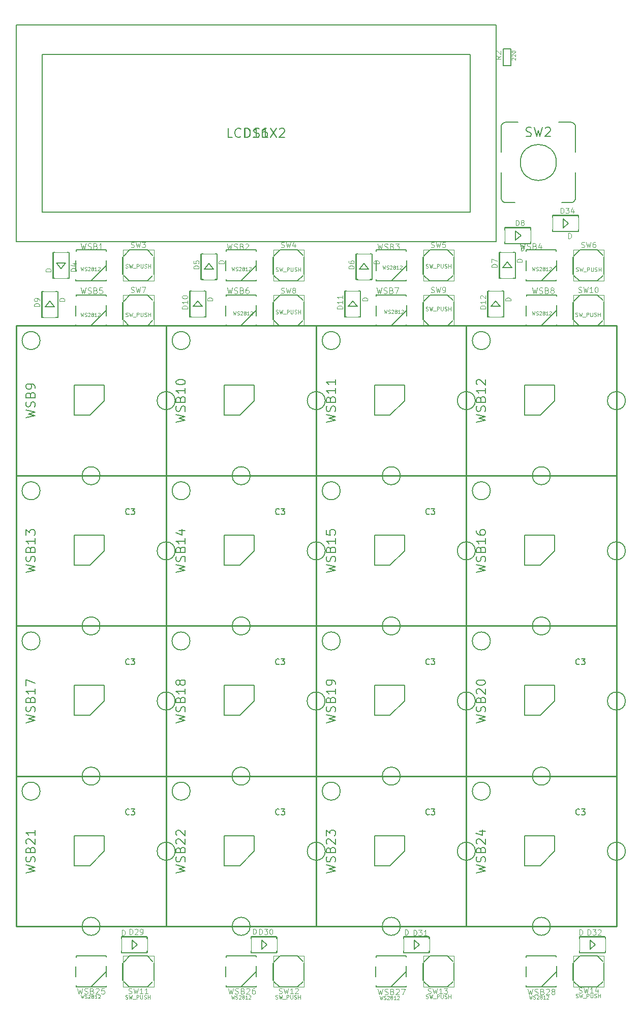
<source format=gto>
G04 #@! TF.FileFunction,Legend,Top*
%FSLAX46Y46*%
G04 Gerber Fmt 4.6, Leading zero omitted, Abs format (unit mm)*
G04 Created by KiCad (PCBNEW 4.0.4-stable) date 07/22/17 12:12:15*
%MOMM*%
%LPD*%
G01*
G04 APERTURE LIST*
%ADD10C,2.000000*%
%ADD11C,0.150000*%
%ADD12C,0.254000*%
%ADD13C,0.203200*%
%ADD14C,0.127000*%
%ADD15C,0.066040*%
%ADD16C,0.101600*%
%ADD17C,0.076200*%
%ADD18C,0.081280*%
%ADD19C,0.048768*%
%ADD20C,0.152400*%
G04 APERTURE END LIST*
D10*
D11*
X4000000Y-52500000D02*
G75*
G03X4000000Y-52500000I-1500000J0D01*
G01*
X14000000Y-75000000D02*
G75*
G03X14000000Y-75000000I-1500000J0D01*
G01*
X26500000Y-62500000D02*
G75*
G03X26500000Y-62500000I-1500000J0D01*
G01*
X12300000Y-64900000D02*
X14700000Y-62500000D01*
X9700000Y-64900000D02*
X12300000Y-64900000D01*
X9700000Y-59900000D02*
X9700000Y-64900000D01*
X14700000Y-59900000D02*
X9700000Y-59900000D01*
X14700000Y-62500000D02*
X14700000Y-59900000D01*
D12*
X0Y-75000000D02*
X0Y-50000000D01*
X0Y-50000000D02*
X25000000Y-50000000D01*
X25000000Y-50000000D02*
X25000000Y-75000000D01*
X25000000Y-75000000D02*
X0Y-75000000D01*
D11*
X29000000Y-52500000D02*
G75*
G03X29000000Y-52500000I-1500000J0D01*
G01*
X39000000Y-75000000D02*
G75*
G03X39000000Y-75000000I-1500000J0D01*
G01*
X51500000Y-62500000D02*
G75*
G03X51500000Y-62500000I-1500000J0D01*
G01*
X37300000Y-64900000D02*
X39700000Y-62500000D01*
X34700000Y-64900000D02*
X37300000Y-64900000D01*
X34700000Y-59900000D02*
X34700000Y-64900000D01*
X39700000Y-59900000D02*
X34700000Y-59900000D01*
X39700000Y-62500000D02*
X39700000Y-59900000D01*
D12*
X25000000Y-75000000D02*
X25000000Y-50000000D01*
X25000000Y-50000000D02*
X50000000Y-50000000D01*
X50000000Y-50000000D02*
X50000000Y-75000000D01*
X50000000Y-75000000D02*
X25000000Y-75000000D01*
D13*
X0Y0D02*
X80000000Y0D01*
X80000000Y0D02*
X80000000Y-36000000D01*
X80000000Y-36000000D02*
X0Y-36000000D01*
X0Y-36000000D02*
X0Y0D01*
X4350000Y-4850000D02*
X75650000Y-4850000D01*
X75650000Y-4850000D02*
X75650000Y-31150000D01*
X75650000Y-31150000D02*
X4350000Y-31150000D01*
X4350000Y-31150000D02*
X4350000Y-4850000D01*
X93195000Y-24560000D02*
X93195000Y-28753800D01*
X92388800Y-29560000D02*
G75*
G03X93195000Y-28753800I0J806200D01*
G01*
X92388800Y-29560000D02*
X90895000Y-29560000D01*
X81601200Y-29560000D02*
G75*
G02X80795000Y-28753800I0J806200D01*
G01*
X81601200Y-29560000D02*
X83095000Y-29560000D01*
X80795000Y-24560000D02*
X80795000Y-28753800D01*
X80795000Y-21160000D02*
X80795000Y-16966200D01*
X81601200Y-16160000D02*
G75*
G03X80795000Y-16966200I0J-806200D01*
G01*
X81601200Y-16160000D02*
X83595000Y-16160000D01*
X92388800Y-16160000D02*
G75*
G02X93195000Y-16966200I0J-806200D01*
G01*
X92388800Y-16160000D02*
X90395000Y-16160000D01*
X93195000Y-21160000D02*
X93195000Y-16966200D01*
X89995000Y-22860000D02*
G75*
G03X89995000Y-22860000I-3000000J0D01*
G01*
D14*
X82423000Y-3937000D02*
X82423000Y-6731000D01*
X82423000Y-6731000D02*
X81153000Y-6731000D01*
X81153000Y-6731000D02*
X81153000Y-3937000D01*
X81153000Y-3937000D02*
X82423000Y-3937000D01*
D13*
X9987800Y-37637797D02*
X9987800Y-37383797D01*
X9987800Y-37383797D02*
X10038600Y-37383797D01*
X10038600Y-37383797D02*
X10038600Y-37388878D01*
X10038600Y-37388878D02*
X14989059Y-37388878D01*
X14989059Y-37388878D02*
X14989059Y-37620019D01*
X9967481Y-42319022D02*
X9967481Y-42590800D01*
X9967481Y-42590800D02*
X10018281Y-42590800D01*
X10018281Y-42590800D02*
X10018281Y-42593341D01*
X10018281Y-42593341D02*
X14986519Y-42593341D01*
X14986519Y-42593341D02*
X14986519Y-42367281D01*
X9937000Y-40889000D02*
X9937000Y-39187200D01*
X15017000Y-39136400D02*
X15017000Y-40000000D01*
X15017000Y-40000000D02*
X15017000Y-40863600D01*
X15017000Y-40000000D02*
X12477000Y-42540000D01*
X35010800Y-37637797D02*
X35010800Y-37383797D01*
X35010800Y-37383797D02*
X35061600Y-37383797D01*
X35061600Y-37383797D02*
X35061600Y-37388878D01*
X35061600Y-37388878D02*
X40012059Y-37388878D01*
X40012059Y-37388878D02*
X40012059Y-37620019D01*
X34990481Y-42319022D02*
X34990481Y-42590800D01*
X34990481Y-42590800D02*
X35041281Y-42590800D01*
X35041281Y-42590800D02*
X35041281Y-42593341D01*
X35041281Y-42593341D02*
X40009519Y-42593341D01*
X40009519Y-42593341D02*
X40009519Y-42367281D01*
X34960000Y-40889000D02*
X34960000Y-39187200D01*
X40040000Y-39136400D02*
X40040000Y-40000000D01*
X40040000Y-40000000D02*
X40040000Y-40863600D01*
X40040000Y-40000000D02*
X37500000Y-42540000D01*
X60010800Y-37637797D02*
X60010800Y-37383797D01*
X60010800Y-37383797D02*
X60061600Y-37383797D01*
X60061600Y-37383797D02*
X60061600Y-37388878D01*
X60061600Y-37388878D02*
X65012059Y-37388878D01*
X65012059Y-37388878D02*
X65012059Y-37620019D01*
X59990481Y-42319022D02*
X59990481Y-42590800D01*
X59990481Y-42590800D02*
X60041281Y-42590800D01*
X60041281Y-42590800D02*
X60041281Y-42593341D01*
X60041281Y-42593341D02*
X65009519Y-42593341D01*
X65009519Y-42593341D02*
X65009519Y-42367281D01*
X59960000Y-40889000D02*
X59960000Y-39187200D01*
X65040000Y-39136400D02*
X65040000Y-40000000D01*
X65040000Y-40000000D02*
X65040000Y-40863600D01*
X65040000Y-40000000D02*
X62500000Y-42540000D01*
X84987800Y-37637797D02*
X84987800Y-37383797D01*
X84987800Y-37383797D02*
X85038600Y-37383797D01*
X85038600Y-37383797D02*
X85038600Y-37388878D01*
X85038600Y-37388878D02*
X89989059Y-37388878D01*
X89989059Y-37388878D02*
X89989059Y-37620019D01*
X84967481Y-42319022D02*
X84967481Y-42590800D01*
X84967481Y-42590800D02*
X85018281Y-42590800D01*
X85018281Y-42590800D02*
X85018281Y-42593341D01*
X85018281Y-42593341D02*
X89986519Y-42593341D01*
X89986519Y-42593341D02*
X89986519Y-42367281D01*
X84937000Y-40889000D02*
X84937000Y-39187200D01*
X90017000Y-39136400D02*
X90017000Y-40000000D01*
X90017000Y-40000000D02*
X90017000Y-40863600D01*
X90017000Y-40000000D02*
X87477000Y-42540000D01*
X9987800Y-45137797D02*
X9987800Y-44883797D01*
X9987800Y-44883797D02*
X10038600Y-44883797D01*
X10038600Y-44883797D02*
X10038600Y-44888878D01*
X10038600Y-44888878D02*
X14989059Y-44888878D01*
X14989059Y-44888878D02*
X14989059Y-45120019D01*
X9967481Y-49819022D02*
X9967481Y-50090800D01*
X9967481Y-50090800D02*
X10018281Y-50090800D01*
X10018281Y-50090800D02*
X10018281Y-50093341D01*
X10018281Y-50093341D02*
X14986519Y-50093341D01*
X14986519Y-50093341D02*
X14986519Y-49867281D01*
X9937000Y-48389000D02*
X9937000Y-46687200D01*
X15017000Y-46636400D02*
X15017000Y-47500000D01*
X15017000Y-47500000D02*
X15017000Y-48363600D01*
X15017000Y-47500000D02*
X12477000Y-50040000D01*
X34987800Y-45137797D02*
X34987800Y-44883797D01*
X34987800Y-44883797D02*
X35038600Y-44883797D01*
X35038600Y-44883797D02*
X35038600Y-44888878D01*
X35038600Y-44888878D02*
X39989059Y-44888878D01*
X39989059Y-44888878D02*
X39989059Y-45120019D01*
X34967481Y-49819022D02*
X34967481Y-50090800D01*
X34967481Y-50090800D02*
X35018281Y-50090800D01*
X35018281Y-50090800D02*
X35018281Y-50093341D01*
X35018281Y-50093341D02*
X39986519Y-50093341D01*
X39986519Y-50093341D02*
X39986519Y-49867281D01*
X34937000Y-48389000D02*
X34937000Y-46687200D01*
X40017000Y-46636400D02*
X40017000Y-47500000D01*
X40017000Y-47500000D02*
X40017000Y-48363600D01*
X40017000Y-47500000D02*
X37477000Y-50040000D01*
X60010800Y-45137797D02*
X60010800Y-44883797D01*
X60010800Y-44883797D02*
X60061600Y-44883797D01*
X60061600Y-44883797D02*
X60061600Y-44888878D01*
X60061600Y-44888878D02*
X65012059Y-44888878D01*
X65012059Y-44888878D02*
X65012059Y-45120019D01*
X59990481Y-49819022D02*
X59990481Y-50090800D01*
X59990481Y-50090800D02*
X60041281Y-50090800D01*
X60041281Y-50090800D02*
X60041281Y-50093341D01*
X60041281Y-50093341D02*
X65009519Y-50093341D01*
X65009519Y-50093341D02*
X65009519Y-49867281D01*
X59960000Y-48389000D02*
X59960000Y-46687200D01*
X65040000Y-46636400D02*
X65040000Y-47500000D01*
X65040000Y-47500000D02*
X65040000Y-48363600D01*
X65040000Y-47500000D02*
X62500000Y-50040000D01*
X85010800Y-45137797D02*
X85010800Y-44883797D01*
X85010800Y-44883797D02*
X85061600Y-44883797D01*
X85061600Y-44883797D02*
X85061600Y-44888878D01*
X85061600Y-44888878D02*
X90012059Y-44888878D01*
X90012059Y-44888878D02*
X90012059Y-45120019D01*
X84990481Y-49819022D02*
X84990481Y-50090800D01*
X84990481Y-50090800D02*
X85041281Y-50090800D01*
X85041281Y-50090800D02*
X85041281Y-50093341D01*
X85041281Y-50093341D02*
X90009519Y-50093341D01*
X90009519Y-50093341D02*
X90009519Y-49867281D01*
X84960000Y-48389000D02*
X84960000Y-46687200D01*
X90040000Y-46636400D02*
X90040000Y-47500000D01*
X90040000Y-47500000D02*
X90040000Y-48363600D01*
X90040000Y-47500000D02*
X87500000Y-50040000D01*
X10010800Y-155137797D02*
X10010800Y-154883797D01*
X10010800Y-154883797D02*
X10061600Y-154883797D01*
X10061600Y-154883797D02*
X10061600Y-154888878D01*
X10061600Y-154888878D02*
X15012059Y-154888878D01*
X15012059Y-154888878D02*
X15012059Y-155120019D01*
X9990481Y-159819022D02*
X9990481Y-160090800D01*
X9990481Y-160090800D02*
X10041281Y-160090800D01*
X10041281Y-160090800D02*
X10041281Y-160093341D01*
X10041281Y-160093341D02*
X15009519Y-160093341D01*
X15009519Y-160093341D02*
X15009519Y-159867281D01*
X9960000Y-158389000D02*
X9960000Y-156687200D01*
X15040000Y-156636400D02*
X15040000Y-157500000D01*
X15040000Y-157500000D02*
X15040000Y-158363600D01*
X15040000Y-157500000D02*
X12500000Y-160040000D01*
X34987800Y-155137797D02*
X34987800Y-154883797D01*
X34987800Y-154883797D02*
X35038600Y-154883797D01*
X35038600Y-154883797D02*
X35038600Y-154888878D01*
X35038600Y-154888878D02*
X39989059Y-154888878D01*
X39989059Y-154888878D02*
X39989059Y-155120019D01*
X34967481Y-159819022D02*
X34967481Y-160090800D01*
X34967481Y-160090800D02*
X35018281Y-160090800D01*
X35018281Y-160090800D02*
X35018281Y-160093341D01*
X35018281Y-160093341D02*
X39986519Y-160093341D01*
X39986519Y-160093341D02*
X39986519Y-159867281D01*
X34937000Y-158389000D02*
X34937000Y-156687200D01*
X40017000Y-156636400D02*
X40017000Y-157500000D01*
X40017000Y-157500000D02*
X40017000Y-158363600D01*
X40017000Y-157500000D02*
X37477000Y-160040000D01*
X59987800Y-155137797D02*
X59987800Y-154883797D01*
X59987800Y-154883797D02*
X60038600Y-154883797D01*
X60038600Y-154883797D02*
X60038600Y-154888878D01*
X60038600Y-154888878D02*
X64989059Y-154888878D01*
X64989059Y-154888878D02*
X64989059Y-155120019D01*
X59967481Y-159819022D02*
X59967481Y-160090800D01*
X59967481Y-160090800D02*
X60018281Y-160090800D01*
X60018281Y-160090800D02*
X60018281Y-160093341D01*
X60018281Y-160093341D02*
X64986519Y-160093341D01*
X64986519Y-160093341D02*
X64986519Y-159867281D01*
X59937000Y-158389000D02*
X59937000Y-156687200D01*
X65017000Y-156636400D02*
X65017000Y-157500000D01*
X65017000Y-157500000D02*
X65017000Y-158363600D01*
X65017000Y-157500000D02*
X62477000Y-160040000D01*
X84987800Y-155137797D02*
X84987800Y-154883797D01*
X84987800Y-154883797D02*
X85038600Y-154883797D01*
X85038600Y-154883797D02*
X85038600Y-154888878D01*
X85038600Y-154888878D02*
X89989059Y-154888878D01*
X89989059Y-154888878D02*
X89989059Y-155120019D01*
X84967481Y-159819022D02*
X84967481Y-160090800D01*
X84967481Y-160090800D02*
X85018281Y-160090800D01*
X85018281Y-160090800D02*
X85018281Y-160093341D01*
X85018281Y-160093341D02*
X89986519Y-160093341D01*
X89986519Y-160093341D02*
X89986519Y-159867281D01*
X84937000Y-158389000D02*
X84937000Y-156687200D01*
X90017000Y-156636400D02*
X90017000Y-157500000D01*
X90017000Y-157500000D02*
X90017000Y-158363600D01*
X90017000Y-157500000D02*
X87477000Y-160040000D01*
D11*
X54000000Y-52500000D02*
G75*
G03X54000000Y-52500000I-1500000J0D01*
G01*
X64000000Y-75000000D02*
G75*
G03X64000000Y-75000000I-1500000J0D01*
G01*
X76500000Y-62500000D02*
G75*
G03X76500000Y-62500000I-1500000J0D01*
G01*
X62300000Y-64900000D02*
X64700000Y-62500000D01*
X59700000Y-64900000D02*
X62300000Y-64900000D01*
X59700000Y-59900000D02*
X59700000Y-64900000D01*
X64700000Y-59900000D02*
X59700000Y-59900000D01*
X64700000Y-62500000D02*
X64700000Y-59900000D01*
D12*
X50000000Y-75000000D02*
X50000000Y-50000000D01*
X50000000Y-50000000D02*
X75000000Y-50000000D01*
X75000000Y-50000000D02*
X75000000Y-75000000D01*
X75000000Y-75000000D02*
X50000000Y-75000000D01*
D11*
X79000000Y-52500000D02*
G75*
G03X79000000Y-52500000I-1500000J0D01*
G01*
X89000000Y-75000000D02*
G75*
G03X89000000Y-75000000I-1500000J0D01*
G01*
X101500000Y-62500000D02*
G75*
G03X101500000Y-62500000I-1500000J0D01*
G01*
X87300000Y-64900000D02*
X89700000Y-62500000D01*
X84700000Y-64900000D02*
X87300000Y-64900000D01*
X84700000Y-59900000D02*
X84700000Y-64900000D01*
X89700000Y-59900000D02*
X84700000Y-59900000D01*
X89700000Y-62500000D02*
X89700000Y-59900000D01*
D12*
X75000000Y-75000000D02*
X75000000Y-50000000D01*
X75000000Y-50000000D02*
X100000000Y-50000000D01*
X100000000Y-50000000D02*
X100000000Y-75000000D01*
X100000000Y-75000000D02*
X75000000Y-75000000D01*
D11*
X4000000Y-77500000D02*
G75*
G03X4000000Y-77500000I-1500000J0D01*
G01*
X14000000Y-100000000D02*
G75*
G03X14000000Y-100000000I-1500000J0D01*
G01*
X26500000Y-87500000D02*
G75*
G03X26500000Y-87500000I-1500000J0D01*
G01*
X12300000Y-89900000D02*
X14700000Y-87500000D01*
X9700000Y-89900000D02*
X12300000Y-89900000D01*
X9700000Y-84900000D02*
X9700000Y-89900000D01*
X14700000Y-84900000D02*
X9700000Y-84900000D01*
X14700000Y-87500000D02*
X14700000Y-84900000D01*
D12*
X0Y-100000000D02*
X0Y-75000000D01*
X0Y-75000000D02*
X25000000Y-75000000D01*
X25000000Y-75000000D02*
X25000000Y-100000000D01*
X25000000Y-100000000D02*
X0Y-100000000D01*
D11*
X29000000Y-77500000D02*
G75*
G03X29000000Y-77500000I-1500000J0D01*
G01*
X39000000Y-100000000D02*
G75*
G03X39000000Y-100000000I-1500000J0D01*
G01*
X51500000Y-87500000D02*
G75*
G03X51500000Y-87500000I-1500000J0D01*
G01*
X37300000Y-89900000D02*
X39700000Y-87500000D01*
X34700000Y-89900000D02*
X37300000Y-89900000D01*
X34700000Y-84900000D02*
X34700000Y-89900000D01*
X39700000Y-84900000D02*
X34700000Y-84900000D01*
X39700000Y-87500000D02*
X39700000Y-84900000D01*
D12*
X25000000Y-100000000D02*
X25000000Y-75000000D01*
X25000000Y-75000000D02*
X50000000Y-75000000D01*
X50000000Y-75000000D02*
X50000000Y-100000000D01*
X50000000Y-100000000D02*
X25000000Y-100000000D01*
D11*
X54000000Y-77500000D02*
G75*
G03X54000000Y-77500000I-1500000J0D01*
G01*
X64000000Y-100000000D02*
G75*
G03X64000000Y-100000000I-1500000J0D01*
G01*
X76500000Y-87500000D02*
G75*
G03X76500000Y-87500000I-1500000J0D01*
G01*
X62300000Y-89900000D02*
X64700000Y-87500000D01*
X59700000Y-89900000D02*
X62300000Y-89900000D01*
X59700000Y-84900000D02*
X59700000Y-89900000D01*
X64700000Y-84900000D02*
X59700000Y-84900000D01*
X64700000Y-87500000D02*
X64700000Y-84900000D01*
D12*
X50000000Y-100000000D02*
X50000000Y-75000000D01*
X50000000Y-75000000D02*
X75000000Y-75000000D01*
X75000000Y-75000000D02*
X75000000Y-100000000D01*
X75000000Y-100000000D02*
X50000000Y-100000000D01*
D11*
X79000000Y-77500000D02*
G75*
G03X79000000Y-77500000I-1500000J0D01*
G01*
X89000000Y-100000000D02*
G75*
G03X89000000Y-100000000I-1500000J0D01*
G01*
X101500000Y-87500000D02*
G75*
G03X101500000Y-87500000I-1500000J0D01*
G01*
X87300000Y-89900000D02*
X89700000Y-87500000D01*
X84700000Y-89900000D02*
X87300000Y-89900000D01*
X84700000Y-84900000D02*
X84700000Y-89900000D01*
X89700000Y-84900000D02*
X84700000Y-84900000D01*
X89700000Y-87500000D02*
X89700000Y-84900000D01*
D12*
X75000000Y-100000000D02*
X75000000Y-75000000D01*
X75000000Y-75000000D02*
X100000000Y-75000000D01*
X100000000Y-75000000D02*
X100000000Y-100000000D01*
X100000000Y-100000000D02*
X75000000Y-100000000D01*
D11*
X4000000Y-102500000D02*
G75*
G03X4000000Y-102500000I-1500000J0D01*
G01*
X14000000Y-125000000D02*
G75*
G03X14000000Y-125000000I-1500000J0D01*
G01*
X26500000Y-112500000D02*
G75*
G03X26500000Y-112500000I-1500000J0D01*
G01*
X12300000Y-114900000D02*
X14700000Y-112500000D01*
X9700000Y-114900000D02*
X12300000Y-114900000D01*
X9700000Y-109900000D02*
X9700000Y-114900000D01*
X14700000Y-109900000D02*
X9700000Y-109900000D01*
X14700000Y-112500000D02*
X14700000Y-109900000D01*
D12*
X0Y-125000000D02*
X0Y-100000000D01*
X0Y-100000000D02*
X25000000Y-100000000D01*
X25000000Y-100000000D02*
X25000000Y-125000000D01*
X25000000Y-125000000D02*
X0Y-125000000D01*
D11*
X28977000Y-102500000D02*
G75*
G03X28977000Y-102500000I-1500000J0D01*
G01*
X38977000Y-125000000D02*
G75*
G03X38977000Y-125000000I-1500000J0D01*
G01*
X51477000Y-112500000D02*
G75*
G03X51477000Y-112500000I-1500000J0D01*
G01*
X37277000Y-114900000D02*
X39677000Y-112500000D01*
X34677000Y-114900000D02*
X37277000Y-114900000D01*
X34677000Y-109900000D02*
X34677000Y-114900000D01*
X39677000Y-109900000D02*
X34677000Y-109900000D01*
X39677000Y-112500000D02*
X39677000Y-109900000D01*
D12*
X24977000Y-125000000D02*
X24977000Y-100000000D01*
X24977000Y-100000000D02*
X49977000Y-100000000D01*
X49977000Y-100000000D02*
X49977000Y-125000000D01*
X49977000Y-125000000D02*
X24977000Y-125000000D01*
D11*
X54000000Y-102500000D02*
G75*
G03X54000000Y-102500000I-1500000J0D01*
G01*
X64000000Y-125000000D02*
G75*
G03X64000000Y-125000000I-1500000J0D01*
G01*
X76500000Y-112500000D02*
G75*
G03X76500000Y-112500000I-1500000J0D01*
G01*
X62300000Y-114900000D02*
X64700000Y-112500000D01*
X59700000Y-114900000D02*
X62300000Y-114900000D01*
X59700000Y-109900000D02*
X59700000Y-114900000D01*
X64700000Y-109900000D02*
X59700000Y-109900000D01*
X64700000Y-112500000D02*
X64700000Y-109900000D01*
D12*
X50000000Y-125000000D02*
X50000000Y-100000000D01*
X50000000Y-100000000D02*
X75000000Y-100000000D01*
X75000000Y-100000000D02*
X75000000Y-125000000D01*
X75000000Y-125000000D02*
X50000000Y-125000000D01*
D11*
X79000000Y-102500000D02*
G75*
G03X79000000Y-102500000I-1500000J0D01*
G01*
X89000000Y-125000000D02*
G75*
G03X89000000Y-125000000I-1500000J0D01*
G01*
X101500000Y-112500000D02*
G75*
G03X101500000Y-112500000I-1500000J0D01*
G01*
X87300000Y-114900000D02*
X89700000Y-112500000D01*
X84700000Y-114900000D02*
X87300000Y-114900000D01*
X84700000Y-109900000D02*
X84700000Y-114900000D01*
X89700000Y-109900000D02*
X84700000Y-109900000D01*
X89700000Y-112500000D02*
X89700000Y-109900000D01*
D12*
X75000000Y-125000000D02*
X75000000Y-100000000D01*
X75000000Y-100000000D02*
X100000000Y-100000000D01*
X100000000Y-100000000D02*
X100000000Y-125000000D01*
X100000000Y-125000000D02*
X75000000Y-125000000D01*
D11*
X4000000Y-127500000D02*
G75*
G03X4000000Y-127500000I-1500000J0D01*
G01*
X14000000Y-150000000D02*
G75*
G03X14000000Y-150000000I-1500000J0D01*
G01*
X26500000Y-137500000D02*
G75*
G03X26500000Y-137500000I-1500000J0D01*
G01*
X12300000Y-139900000D02*
X14700000Y-137500000D01*
X9700000Y-139900000D02*
X12300000Y-139900000D01*
X9700000Y-134900000D02*
X9700000Y-139900000D01*
X14700000Y-134900000D02*
X9700000Y-134900000D01*
X14700000Y-137500000D02*
X14700000Y-134900000D01*
D12*
X0Y-150000000D02*
X0Y-125000000D01*
X0Y-125000000D02*
X25000000Y-125000000D01*
X25000000Y-125000000D02*
X25000000Y-150000000D01*
X25000000Y-150000000D02*
X0Y-150000000D01*
D11*
X29000000Y-127500000D02*
G75*
G03X29000000Y-127500000I-1500000J0D01*
G01*
X39000000Y-150000000D02*
G75*
G03X39000000Y-150000000I-1500000J0D01*
G01*
X51500000Y-137500000D02*
G75*
G03X51500000Y-137500000I-1500000J0D01*
G01*
X37300000Y-139900000D02*
X39700000Y-137500000D01*
X34700000Y-139900000D02*
X37300000Y-139900000D01*
X34700000Y-134900000D02*
X34700000Y-139900000D01*
X39700000Y-134900000D02*
X34700000Y-134900000D01*
X39700000Y-137500000D02*
X39700000Y-134900000D01*
D12*
X25000000Y-150000000D02*
X25000000Y-125000000D01*
X25000000Y-125000000D02*
X50000000Y-125000000D01*
X50000000Y-125000000D02*
X50000000Y-150000000D01*
X50000000Y-150000000D02*
X25000000Y-150000000D01*
D11*
X54000000Y-127500000D02*
G75*
G03X54000000Y-127500000I-1500000J0D01*
G01*
X64000000Y-150000000D02*
G75*
G03X64000000Y-150000000I-1500000J0D01*
G01*
X76500000Y-137500000D02*
G75*
G03X76500000Y-137500000I-1500000J0D01*
G01*
X62300000Y-139900000D02*
X64700000Y-137500000D01*
X59700000Y-139900000D02*
X62300000Y-139900000D01*
X59700000Y-134900000D02*
X59700000Y-139900000D01*
X64700000Y-134900000D02*
X59700000Y-134900000D01*
X64700000Y-137500000D02*
X64700000Y-134900000D01*
D12*
X50000000Y-150000000D02*
X50000000Y-125000000D01*
X50000000Y-125000000D02*
X75000000Y-125000000D01*
X75000000Y-125000000D02*
X75000000Y-150000000D01*
X75000000Y-150000000D02*
X50000000Y-150000000D01*
D11*
X79000000Y-127500000D02*
G75*
G03X79000000Y-127500000I-1500000J0D01*
G01*
X89000000Y-150000000D02*
G75*
G03X89000000Y-150000000I-1500000J0D01*
G01*
X101500000Y-137500000D02*
G75*
G03X101500000Y-137500000I-1500000J0D01*
G01*
X87300000Y-139900000D02*
X89700000Y-137500000D01*
X84700000Y-139900000D02*
X87300000Y-139900000D01*
X84700000Y-134900000D02*
X84700000Y-139900000D01*
X89700000Y-134900000D02*
X84700000Y-134900000D01*
X89700000Y-137500000D02*
X89700000Y-134900000D01*
D12*
X75000000Y-150000000D02*
X75000000Y-125000000D01*
X75000000Y-125000000D02*
X100000000Y-125000000D01*
X100000000Y-125000000D02*
X100000000Y-150000000D01*
X100000000Y-150000000D02*
X75000000Y-150000000D01*
D15*
X6230000Y-37841000D02*
X6230000Y-42159000D01*
X6230000Y-42159000D02*
X8770000Y-42159000D01*
X8770000Y-37841000D02*
X8770000Y-42159000D01*
X6230000Y-37841000D02*
X8770000Y-37841000D01*
D14*
X8848740Y-37856240D02*
X8848740Y-42143760D01*
X6151260Y-42143760D02*
X6151260Y-37856240D01*
X8797940Y-42148840D02*
X8498220Y-42148840D01*
X6202060Y-42148840D02*
X6501780Y-42148840D01*
X6202060Y-37851160D02*
X6501780Y-37851160D01*
X8797940Y-37851160D02*
X8498220Y-37851160D01*
X8262000Y-39619000D02*
X7500000Y-40508000D01*
X7500000Y-40508000D02*
X6738000Y-39619000D01*
X6738000Y-39619000D02*
X8262000Y-39619000D01*
D15*
X33425000Y-42349000D02*
X33425000Y-38031000D01*
X33425000Y-38031000D02*
X30885000Y-38031000D01*
X30885000Y-42349000D02*
X30885000Y-38031000D01*
X33425000Y-42349000D02*
X30885000Y-42349000D01*
D14*
X30806260Y-42333760D02*
X30806260Y-38046240D01*
X33503740Y-38046240D02*
X33503740Y-42333760D01*
X30857060Y-38041160D02*
X31156780Y-38041160D01*
X33452940Y-38041160D02*
X33153220Y-38041160D01*
X33452940Y-42338840D02*
X33153220Y-42338840D01*
X30857060Y-42338840D02*
X31156780Y-42338840D01*
X31393000Y-40571000D02*
X32155000Y-39682000D01*
X32155000Y-39682000D02*
X32917000Y-40571000D01*
X32917000Y-40571000D02*
X31393000Y-40571000D01*
D15*
X59225000Y-42349000D02*
X59225000Y-38031000D01*
X59225000Y-38031000D02*
X56685000Y-38031000D01*
X56685000Y-42349000D02*
X56685000Y-38031000D01*
X59225000Y-42349000D02*
X56685000Y-42349000D01*
D14*
X56606260Y-42333760D02*
X56606260Y-38046240D01*
X59303740Y-38046240D02*
X59303740Y-42333760D01*
X56657060Y-38041160D02*
X56956780Y-38041160D01*
X59252940Y-38041160D02*
X58953220Y-38041160D01*
X59252940Y-42338840D02*
X58953220Y-42338840D01*
X56657060Y-42338840D02*
X56956780Y-42338840D01*
X57193000Y-40571000D02*
X57955000Y-39682000D01*
X57955000Y-39682000D02*
X58717000Y-40571000D01*
X58717000Y-40571000D02*
X57193000Y-40571000D01*
D15*
X83070000Y-42119400D02*
X83070000Y-37801400D01*
X83070000Y-37801400D02*
X80530000Y-37801400D01*
X80530000Y-42119400D02*
X80530000Y-37801400D01*
X83070000Y-42119400D02*
X80530000Y-42119400D01*
D14*
X80451260Y-42104160D02*
X80451260Y-37816640D01*
X83148740Y-37816640D02*
X83148740Y-42104160D01*
X80502060Y-37811560D02*
X80801780Y-37811560D01*
X83097940Y-37811560D02*
X82798220Y-37811560D01*
X83097940Y-42109240D02*
X82798220Y-42109240D01*
X80502060Y-42109240D02*
X80801780Y-42109240D01*
X81038000Y-40341400D02*
X81800000Y-39452400D01*
X81800000Y-39452400D02*
X82562000Y-40341400D01*
X82562000Y-40341400D02*
X81038000Y-40341400D01*
D15*
X81407000Y-36322000D02*
X85725000Y-36322000D01*
X85725000Y-36322000D02*
X85725000Y-33782000D01*
X81407000Y-33782000D02*
X85725000Y-33782000D01*
X81407000Y-36322000D02*
X81407000Y-33782000D01*
D14*
X81422240Y-33703260D02*
X85709760Y-33703260D01*
X85709760Y-36400740D02*
X81422240Y-36400740D01*
X85714840Y-33754060D02*
X85714840Y-34053780D01*
X85714840Y-36349940D02*
X85714840Y-36050220D01*
X81417160Y-36349940D02*
X81417160Y-36050220D01*
X81417160Y-33754060D02*
X81417160Y-34053780D01*
X83185000Y-34290000D02*
X84074000Y-35052000D01*
X84074000Y-35052000D02*
X83185000Y-35814000D01*
X83185000Y-35814000D02*
X83185000Y-34290000D01*
D15*
X6865000Y-48639000D02*
X6865000Y-44321000D01*
X6865000Y-44321000D02*
X4325000Y-44321000D01*
X4325000Y-48639000D02*
X4325000Y-44321000D01*
X6865000Y-48639000D02*
X4325000Y-48639000D01*
D14*
X4246260Y-48623760D02*
X4246260Y-44336240D01*
X6943740Y-44336240D02*
X6943740Y-48623760D01*
X4297060Y-44331160D02*
X4596780Y-44331160D01*
X6892940Y-44331160D02*
X6593220Y-44331160D01*
X6892940Y-48628840D02*
X6593220Y-48628840D01*
X4297060Y-48628840D02*
X4596780Y-48628840D01*
X4833000Y-46861000D02*
X5595000Y-45972000D01*
X5595000Y-45972000D02*
X6357000Y-46861000D01*
X6357000Y-46861000D02*
X4833000Y-46861000D01*
D15*
X31520000Y-48579000D02*
X31520000Y-44261000D01*
X31520000Y-44261000D02*
X28980000Y-44261000D01*
X28980000Y-48579000D02*
X28980000Y-44261000D01*
X31520000Y-48579000D02*
X28980000Y-48579000D01*
D14*
X28901260Y-48563760D02*
X28901260Y-44276240D01*
X31598740Y-44276240D02*
X31598740Y-48563760D01*
X28952060Y-44271160D02*
X29251780Y-44271160D01*
X31547940Y-44271160D02*
X31248220Y-44271160D01*
X31547940Y-48568840D02*
X31248220Y-48568840D01*
X28952060Y-48568840D02*
X29251780Y-48568840D01*
X29488000Y-46801000D02*
X30250000Y-45912000D01*
X30250000Y-45912000D02*
X31012000Y-46801000D01*
X31012000Y-46801000D02*
X29488000Y-46801000D01*
D15*
X57320000Y-48579000D02*
X57320000Y-44261000D01*
X57320000Y-44261000D02*
X54780000Y-44261000D01*
X54780000Y-48579000D02*
X54780000Y-44261000D01*
X57320000Y-48579000D02*
X54780000Y-48579000D01*
D14*
X54701260Y-48563760D02*
X54701260Y-44276240D01*
X57398740Y-44276240D02*
X57398740Y-48563760D01*
X54752060Y-44271160D02*
X55051780Y-44271160D01*
X57347940Y-44271160D02*
X57048220Y-44271160D01*
X57347940Y-48568840D02*
X57048220Y-48568840D01*
X54752060Y-48568840D02*
X55051780Y-48568840D01*
X55288000Y-46801000D02*
X56050000Y-45912000D01*
X56050000Y-45912000D02*
X56812000Y-46801000D01*
X56812000Y-46801000D02*
X55288000Y-46801000D01*
D15*
X81165000Y-48579000D02*
X81165000Y-44261000D01*
X81165000Y-44261000D02*
X78625000Y-44261000D01*
X78625000Y-48579000D02*
X78625000Y-44261000D01*
X81165000Y-48579000D02*
X78625000Y-48579000D01*
D14*
X78546260Y-48563760D02*
X78546260Y-44276240D01*
X81243740Y-44276240D02*
X81243740Y-48563760D01*
X78597060Y-44271160D02*
X78896780Y-44271160D01*
X81192940Y-44271160D02*
X80893220Y-44271160D01*
X81192940Y-48568840D02*
X80893220Y-48568840D01*
X78597060Y-48568840D02*
X78896780Y-48568840D01*
X79133000Y-46801000D02*
X79895000Y-45912000D01*
X79895000Y-45912000D02*
X80657000Y-46801000D01*
X80657000Y-46801000D02*
X79133000Y-46801000D01*
D15*
X17526000Y-154305000D02*
X21844000Y-154305000D01*
X21844000Y-154305000D02*
X21844000Y-151765000D01*
X17526000Y-151765000D02*
X21844000Y-151765000D01*
X17526000Y-154305000D02*
X17526000Y-151765000D01*
D14*
X17541240Y-151686260D02*
X21828760Y-151686260D01*
X21828760Y-154383740D02*
X17541240Y-154383740D01*
X21833840Y-151737060D02*
X21833840Y-152036780D01*
X21833840Y-154332940D02*
X21833840Y-154033220D01*
X17536160Y-154332940D02*
X17536160Y-154033220D01*
X17536160Y-151737060D02*
X17536160Y-152036780D01*
X19304000Y-152273000D02*
X20193000Y-153035000D01*
X20193000Y-153035000D02*
X19304000Y-153797000D01*
X19304000Y-153797000D02*
X19304000Y-152273000D01*
D15*
X39116000Y-154305000D02*
X43434000Y-154305000D01*
X43434000Y-154305000D02*
X43434000Y-151765000D01*
X39116000Y-151765000D02*
X43434000Y-151765000D01*
X39116000Y-154305000D02*
X39116000Y-151765000D01*
D14*
X39131240Y-151686260D02*
X43418760Y-151686260D01*
X43418760Y-154383740D02*
X39131240Y-154383740D01*
X43423840Y-151737060D02*
X43423840Y-152036780D01*
X43423840Y-154332940D02*
X43423840Y-154033220D01*
X39126160Y-154332940D02*
X39126160Y-154033220D01*
X39126160Y-151737060D02*
X39126160Y-152036780D01*
X40894000Y-152273000D02*
X41783000Y-153035000D01*
X41783000Y-153035000D02*
X40894000Y-153797000D01*
X40894000Y-153797000D02*
X40894000Y-152273000D01*
D15*
X64516000Y-154305000D02*
X68834000Y-154305000D01*
X68834000Y-154305000D02*
X68834000Y-151765000D01*
X64516000Y-151765000D02*
X68834000Y-151765000D01*
X64516000Y-154305000D02*
X64516000Y-151765000D01*
D14*
X64531240Y-151686260D02*
X68818760Y-151686260D01*
X68818760Y-154383740D02*
X64531240Y-154383740D01*
X68823840Y-151737060D02*
X68823840Y-152036780D01*
X68823840Y-154332940D02*
X68823840Y-154033220D01*
X64526160Y-154332940D02*
X64526160Y-154033220D01*
X64526160Y-151737060D02*
X64526160Y-152036780D01*
X66294000Y-152273000D02*
X67183000Y-153035000D01*
X67183000Y-153035000D02*
X66294000Y-153797000D01*
X66294000Y-153797000D02*
X66294000Y-152273000D01*
D15*
X93818000Y-154305000D02*
X98136000Y-154305000D01*
X98136000Y-154305000D02*
X98136000Y-151765000D01*
X93818000Y-151765000D02*
X98136000Y-151765000D01*
X93818000Y-154305000D02*
X93818000Y-151765000D01*
D14*
X93833240Y-151686260D02*
X98120760Y-151686260D01*
X98120760Y-154383740D02*
X93833240Y-154383740D01*
X98125840Y-151737060D02*
X98125840Y-152036780D01*
X98125840Y-154332940D02*
X98125840Y-154033220D01*
X93828160Y-154332940D02*
X93828160Y-154033220D01*
X93828160Y-151737060D02*
X93828160Y-152036780D01*
X95596000Y-152273000D02*
X96485000Y-153035000D01*
X96485000Y-153035000D02*
X95596000Y-153797000D01*
X95596000Y-153797000D02*
X95596000Y-152273000D01*
D15*
X17854640Y-42598420D02*
X22952420Y-42598420D01*
X22952420Y-42598420D02*
X22952420Y-37401580D01*
X17854640Y-37401580D02*
X22952420Y-37401580D01*
X17854640Y-42598420D02*
X17854640Y-37401580D01*
D14*
X22952420Y-38567440D02*
X22952420Y-41468120D01*
X21852600Y-42598420D02*
X19254180Y-42598420D01*
X19254180Y-42598420D02*
X18896040Y-42598420D01*
X17755580Y-41457960D02*
X17755580Y-38605540D01*
X18954460Y-37401580D02*
X21852600Y-37401580D01*
X18954460Y-37401580D02*
X17956240Y-38402340D01*
X21852600Y-37401580D02*
X22751760Y-38300740D01*
X21852600Y-42598420D02*
X22751760Y-41699260D01*
X18896040Y-42598420D02*
X18855400Y-42598420D01*
X18855400Y-42598420D02*
X17956240Y-41699260D01*
D15*
X42854640Y-42598420D02*
X47952420Y-42598420D01*
X47952420Y-42598420D02*
X47952420Y-37401580D01*
X42854640Y-37401580D02*
X47952420Y-37401580D01*
X42854640Y-42598420D02*
X42854640Y-37401580D01*
D14*
X47952420Y-38567440D02*
X47952420Y-41468120D01*
X46852600Y-42598420D02*
X44254180Y-42598420D01*
X44254180Y-42598420D02*
X43896040Y-42598420D01*
X42755580Y-41457960D02*
X42755580Y-38605540D01*
X43954460Y-37401580D02*
X46852600Y-37401580D01*
X43954460Y-37401580D02*
X42956240Y-38402340D01*
X46852600Y-37401580D02*
X47751760Y-38300740D01*
X46852600Y-42598420D02*
X47751760Y-41699260D01*
X43896040Y-42598420D02*
X43855400Y-42598420D01*
X43855400Y-42598420D02*
X42956240Y-41699260D01*
D15*
X67854640Y-42598420D02*
X72952420Y-42598420D01*
X72952420Y-42598420D02*
X72952420Y-37401580D01*
X67854640Y-37401580D02*
X72952420Y-37401580D01*
X67854640Y-42598420D02*
X67854640Y-37401580D01*
D14*
X72952420Y-38567440D02*
X72952420Y-41468120D01*
X71852600Y-42598420D02*
X69254180Y-42598420D01*
X69254180Y-42598420D02*
X68896040Y-42598420D01*
X67755580Y-41457960D02*
X67755580Y-38605540D01*
X68954460Y-37401580D02*
X71852600Y-37401580D01*
X68954460Y-37401580D02*
X67956240Y-38402340D01*
X71852600Y-37401580D02*
X72751760Y-38300740D01*
X71852600Y-42598420D02*
X72751760Y-41699260D01*
X68896040Y-42598420D02*
X68855400Y-42598420D01*
X68855400Y-42598420D02*
X67956240Y-41699260D01*
D15*
X92854640Y-42598420D02*
X97952420Y-42598420D01*
X97952420Y-42598420D02*
X97952420Y-37401580D01*
X92854640Y-37401580D02*
X97952420Y-37401580D01*
X92854640Y-42598420D02*
X92854640Y-37401580D01*
D14*
X97952420Y-38567440D02*
X97952420Y-41468120D01*
X96852600Y-42598420D02*
X94254180Y-42598420D01*
X94254180Y-42598420D02*
X93896040Y-42598420D01*
X92755580Y-41457960D02*
X92755580Y-38605540D01*
X93954460Y-37401580D02*
X96852600Y-37401580D01*
X93954460Y-37401580D02*
X92956240Y-38402340D01*
X96852600Y-37401580D02*
X97751760Y-38300740D01*
X96852600Y-42598420D02*
X97751760Y-41699260D01*
X93896040Y-42598420D02*
X93855400Y-42598420D01*
X93855400Y-42598420D02*
X92956240Y-41699260D01*
D15*
X17854640Y-50098420D02*
X22952420Y-50098420D01*
X22952420Y-50098420D02*
X22952420Y-44901580D01*
X17854640Y-44901580D02*
X22952420Y-44901580D01*
X17854640Y-50098420D02*
X17854640Y-44901580D01*
D14*
X22952420Y-46067440D02*
X22952420Y-48968120D01*
X21852600Y-50098420D02*
X19254180Y-50098420D01*
X19254180Y-50098420D02*
X18896040Y-50098420D01*
X17755580Y-48957960D02*
X17755580Y-46105540D01*
X18954460Y-44901580D02*
X21852600Y-44901580D01*
X18954460Y-44901580D02*
X17956240Y-45902340D01*
X21852600Y-44901580D02*
X22751760Y-45800740D01*
X21852600Y-50098420D02*
X22751760Y-49199260D01*
X18896040Y-50098420D02*
X18855400Y-50098420D01*
X18855400Y-50098420D02*
X17956240Y-49199260D01*
D15*
X42854640Y-50098420D02*
X47952420Y-50098420D01*
X47952420Y-50098420D02*
X47952420Y-44901580D01*
X42854640Y-44901580D02*
X47952420Y-44901580D01*
X42854640Y-50098420D02*
X42854640Y-44901580D01*
D14*
X47952420Y-46067440D02*
X47952420Y-48968120D01*
X46852600Y-50098420D02*
X44254180Y-50098420D01*
X44254180Y-50098420D02*
X43896040Y-50098420D01*
X42755580Y-48957960D02*
X42755580Y-46105540D01*
X43954460Y-44901580D02*
X46852600Y-44901580D01*
X43954460Y-44901580D02*
X42956240Y-45902340D01*
X46852600Y-44901580D02*
X47751760Y-45800740D01*
X46852600Y-50098420D02*
X47751760Y-49199260D01*
X43896040Y-50098420D02*
X43855400Y-50098420D01*
X43855400Y-50098420D02*
X42956240Y-49199260D01*
D15*
X67854640Y-50098420D02*
X72952420Y-50098420D01*
X72952420Y-50098420D02*
X72952420Y-44901580D01*
X67854640Y-44901580D02*
X72952420Y-44901580D01*
X67854640Y-50098420D02*
X67854640Y-44901580D01*
D14*
X72952420Y-46067440D02*
X72952420Y-48968120D01*
X71852600Y-50098420D02*
X69254180Y-50098420D01*
X69254180Y-50098420D02*
X68896040Y-50098420D01*
X67755580Y-48957960D02*
X67755580Y-46105540D01*
X68954460Y-44901580D02*
X71852600Y-44901580D01*
X68954460Y-44901580D02*
X67956240Y-45902340D01*
X71852600Y-44901580D02*
X72751760Y-45800740D01*
X71852600Y-50098420D02*
X72751760Y-49199260D01*
X68896040Y-50098420D02*
X68855400Y-50098420D01*
X68855400Y-50098420D02*
X67956240Y-49199260D01*
D15*
X92831640Y-50098420D02*
X97929420Y-50098420D01*
X97929420Y-50098420D02*
X97929420Y-44901580D01*
X92831640Y-44901580D02*
X97929420Y-44901580D01*
X92831640Y-50098420D02*
X92831640Y-44901580D01*
D14*
X97929420Y-46067440D02*
X97929420Y-48968120D01*
X96829600Y-50098420D02*
X94231180Y-50098420D01*
X94231180Y-50098420D02*
X93873040Y-50098420D01*
X92732580Y-48957960D02*
X92732580Y-46105540D01*
X93931460Y-44901580D02*
X96829600Y-44901580D01*
X93931460Y-44901580D02*
X92933240Y-45902340D01*
X96829600Y-44901580D02*
X97728760Y-45800740D01*
X96829600Y-50098420D02*
X97728760Y-49199260D01*
X93873040Y-50098420D02*
X93832400Y-50098420D01*
X93832400Y-50098420D02*
X92933240Y-49199260D01*
D15*
X17854640Y-160098420D02*
X22952420Y-160098420D01*
X22952420Y-160098420D02*
X22952420Y-154901580D01*
X17854640Y-154901580D02*
X22952420Y-154901580D01*
X17854640Y-160098420D02*
X17854640Y-154901580D01*
D14*
X22952420Y-156067440D02*
X22952420Y-158968120D01*
X21852600Y-160098420D02*
X19254180Y-160098420D01*
X19254180Y-160098420D02*
X18896040Y-160098420D01*
X17755580Y-158957960D02*
X17755580Y-156105540D01*
X18954460Y-154901580D02*
X21852600Y-154901580D01*
X18954460Y-154901580D02*
X17956240Y-155902340D01*
X21852600Y-154901580D02*
X22751760Y-155800740D01*
X21852600Y-160098420D02*
X22751760Y-159199260D01*
X18896040Y-160098420D02*
X18855400Y-160098420D01*
X18855400Y-160098420D02*
X17956240Y-159199260D01*
D15*
X42854640Y-160098420D02*
X47952420Y-160098420D01*
X47952420Y-160098420D02*
X47952420Y-154901580D01*
X42854640Y-154901580D02*
X47952420Y-154901580D01*
X42854640Y-160098420D02*
X42854640Y-154901580D01*
D14*
X47952420Y-156067440D02*
X47952420Y-158968120D01*
X46852600Y-160098420D02*
X44254180Y-160098420D01*
X44254180Y-160098420D02*
X43896040Y-160098420D01*
X42755580Y-158957960D02*
X42755580Y-156105540D01*
X43954460Y-154901580D02*
X46852600Y-154901580D01*
X43954460Y-154901580D02*
X42956240Y-155902340D01*
X46852600Y-154901580D02*
X47751760Y-155800740D01*
X46852600Y-160098420D02*
X47751760Y-159199260D01*
X43896040Y-160098420D02*
X43855400Y-160098420D01*
X43855400Y-160098420D02*
X42956240Y-159199260D01*
D15*
X67854640Y-160098420D02*
X72952420Y-160098420D01*
X72952420Y-160098420D02*
X72952420Y-154901580D01*
X67854640Y-154901580D02*
X72952420Y-154901580D01*
X67854640Y-160098420D02*
X67854640Y-154901580D01*
D14*
X72952420Y-156067440D02*
X72952420Y-158968120D01*
X71852600Y-160098420D02*
X69254180Y-160098420D01*
X69254180Y-160098420D02*
X68896040Y-160098420D01*
X67755580Y-158957960D02*
X67755580Y-156105540D01*
X68954460Y-154901580D02*
X71852600Y-154901580D01*
X68954460Y-154901580D02*
X67956240Y-155902340D01*
X71852600Y-154901580D02*
X72751760Y-155800740D01*
X71852600Y-160098420D02*
X72751760Y-159199260D01*
X68896040Y-160098420D02*
X68855400Y-160098420D01*
X68855400Y-160098420D02*
X67956240Y-159199260D01*
D15*
X92854640Y-160098420D02*
X97952420Y-160098420D01*
X97952420Y-160098420D02*
X97952420Y-154901580D01*
X92854640Y-154901580D02*
X97952420Y-154901580D01*
X92854640Y-160098420D02*
X92854640Y-154901580D01*
D14*
X97952420Y-156067440D02*
X97952420Y-158968120D01*
X96852600Y-160098420D02*
X94254180Y-160098420D01*
X94254180Y-160098420D02*
X93896040Y-160098420D01*
X92755580Y-158957960D02*
X92755580Y-156105540D01*
X93954460Y-154901580D02*
X96852600Y-154901580D01*
X93954460Y-154901580D02*
X92956240Y-155902340D01*
X96852600Y-154901580D02*
X97751760Y-155800740D01*
X96852600Y-160098420D02*
X97751760Y-159199260D01*
X93896040Y-160098420D02*
X93855400Y-160098420D01*
X93855400Y-160098420D02*
X92956240Y-159199260D01*
D15*
X89341000Y-34270000D02*
X93659000Y-34270000D01*
X93659000Y-34270000D02*
X93659000Y-31730000D01*
X89341000Y-31730000D02*
X93659000Y-31730000D01*
X89341000Y-34270000D02*
X89341000Y-31730000D01*
D14*
X89356240Y-31651260D02*
X93643760Y-31651260D01*
X93643760Y-34348740D02*
X89356240Y-34348740D01*
X93648840Y-31702060D02*
X93648840Y-32001780D01*
X93648840Y-34297940D02*
X93648840Y-33998220D01*
X89351160Y-34297940D02*
X89351160Y-33998220D01*
X89351160Y-31702060D02*
X89351160Y-32001780D01*
X91119000Y-32238000D02*
X92008000Y-33000000D01*
X92008000Y-33000000D02*
X91119000Y-33762000D01*
X91119000Y-33762000D02*
X91119000Y-32238000D01*
D11*
X1665429Y-65366572D02*
X3189429Y-65003715D01*
X2100857Y-64713429D01*
X3189429Y-64423143D01*
X1665429Y-64060286D01*
X3116857Y-63552286D02*
X3189429Y-63334572D01*
X3189429Y-62971715D01*
X3116857Y-62826572D01*
X3044286Y-62754001D01*
X2899143Y-62681429D01*
X2754000Y-62681429D01*
X2608857Y-62754001D01*
X2536286Y-62826572D01*
X2463714Y-62971715D01*
X2391143Y-63262001D01*
X2318571Y-63407143D01*
X2246000Y-63479715D01*
X2100857Y-63552286D01*
X1955714Y-63552286D01*
X1810571Y-63479715D01*
X1738000Y-63407143D01*
X1665429Y-63262001D01*
X1665429Y-62899143D01*
X1738000Y-62681429D01*
X2391143Y-61520286D02*
X2463714Y-61302572D01*
X2536286Y-61230000D01*
X2681429Y-61157429D01*
X2899143Y-61157429D01*
X3044286Y-61230000D01*
X3116857Y-61302572D01*
X3189429Y-61447714D01*
X3189429Y-62028286D01*
X1665429Y-62028286D01*
X1665429Y-61520286D01*
X1738000Y-61375143D01*
X1810571Y-61302572D01*
X1955714Y-61230000D01*
X2100857Y-61230000D01*
X2246000Y-61302572D01*
X2318571Y-61375143D01*
X2391143Y-61520286D01*
X2391143Y-62028286D01*
X3189429Y-60431714D02*
X3189429Y-60141429D01*
X3116857Y-59996286D01*
X3044286Y-59923714D01*
X2826571Y-59778572D01*
X2536286Y-59706000D01*
X1955714Y-59706000D01*
X1810571Y-59778572D01*
X1738000Y-59851143D01*
X1665429Y-59996286D01*
X1665429Y-60286572D01*
X1738000Y-60431714D01*
X1810571Y-60504286D01*
X1955714Y-60576857D01*
X2318571Y-60576857D01*
X2463714Y-60504286D01*
X2536286Y-60431714D01*
X2608857Y-60286572D01*
X2608857Y-59996286D01*
X2536286Y-59851143D01*
X2463714Y-59778572D01*
X2318571Y-59706000D01*
X26665429Y-66092286D02*
X28189429Y-65729429D01*
X27100857Y-65439143D01*
X28189429Y-65148857D01*
X26665429Y-64786000D01*
X28116857Y-64278000D02*
X28189429Y-64060286D01*
X28189429Y-63697429D01*
X28116857Y-63552286D01*
X28044286Y-63479715D01*
X27899143Y-63407143D01*
X27754000Y-63407143D01*
X27608857Y-63479715D01*
X27536286Y-63552286D01*
X27463714Y-63697429D01*
X27391143Y-63987715D01*
X27318571Y-64132857D01*
X27246000Y-64205429D01*
X27100857Y-64278000D01*
X26955714Y-64278000D01*
X26810571Y-64205429D01*
X26738000Y-64132857D01*
X26665429Y-63987715D01*
X26665429Y-63624857D01*
X26738000Y-63407143D01*
X27391143Y-62246000D02*
X27463714Y-62028286D01*
X27536286Y-61955714D01*
X27681429Y-61883143D01*
X27899143Y-61883143D01*
X28044286Y-61955714D01*
X28116857Y-62028286D01*
X28189429Y-62173428D01*
X28189429Y-62754000D01*
X26665429Y-62754000D01*
X26665429Y-62246000D01*
X26738000Y-62100857D01*
X26810571Y-62028286D01*
X26955714Y-61955714D01*
X27100857Y-61955714D01*
X27246000Y-62028286D01*
X27318571Y-62100857D01*
X27391143Y-62246000D01*
X27391143Y-62754000D01*
X28189429Y-60431714D02*
X28189429Y-61302571D01*
X28189429Y-60867143D02*
X26665429Y-60867143D01*
X26883143Y-61012286D01*
X27028286Y-61157428D01*
X27100857Y-61302571D01*
X26665429Y-59488285D02*
X26665429Y-59343142D01*
X26738000Y-59197999D01*
X26810571Y-59125428D01*
X26955714Y-59052857D01*
X27246000Y-58980285D01*
X27608857Y-58980285D01*
X27899143Y-59052857D01*
X28044286Y-59125428D01*
X28116857Y-59197999D01*
X28189429Y-59343142D01*
X28189429Y-59488285D01*
X28116857Y-59633428D01*
X28044286Y-59705999D01*
X27899143Y-59778571D01*
X27608857Y-59851142D01*
X27246000Y-59851142D01*
X26955714Y-59778571D01*
X26810571Y-59705999D01*
X26738000Y-59633428D01*
X26665429Y-59488285D01*
X38149428Y-18689429D02*
X38149428Y-17165429D01*
X38512285Y-17165429D01*
X38730000Y-17238000D01*
X38875142Y-17383143D01*
X38947714Y-17528286D01*
X39020285Y-17818571D01*
X39020285Y-18036286D01*
X38947714Y-18326571D01*
X38875142Y-18471714D01*
X38730000Y-18616857D01*
X38512285Y-18689429D01*
X38149428Y-18689429D01*
X39600857Y-18616857D02*
X39818571Y-18689429D01*
X40181428Y-18689429D01*
X40326571Y-18616857D01*
X40399142Y-18544286D01*
X40471714Y-18399143D01*
X40471714Y-18254000D01*
X40399142Y-18108857D01*
X40326571Y-18036286D01*
X40181428Y-17963714D01*
X39891142Y-17891143D01*
X39746000Y-17818571D01*
X39673428Y-17746000D01*
X39600857Y-17600857D01*
X39600857Y-17455714D01*
X39673428Y-17310571D01*
X39746000Y-17238000D01*
X39891142Y-17165429D01*
X40254000Y-17165429D01*
X40471714Y-17238000D01*
X41923143Y-18689429D02*
X41052286Y-18689429D01*
X41487714Y-18689429D02*
X41487714Y-17165429D01*
X41342571Y-17383143D01*
X41197429Y-17528286D01*
X41052286Y-17600857D01*
X36044856Y-18689429D02*
X35319142Y-18689429D01*
X35319142Y-17165429D01*
X37423713Y-18544286D02*
X37351142Y-18616857D01*
X37133428Y-18689429D01*
X36988285Y-18689429D01*
X36770570Y-18616857D01*
X36625428Y-18471714D01*
X36552856Y-18326571D01*
X36480285Y-18036286D01*
X36480285Y-17818571D01*
X36552856Y-17528286D01*
X36625428Y-17383143D01*
X36770570Y-17238000D01*
X36988285Y-17165429D01*
X37133428Y-17165429D01*
X37351142Y-17238000D01*
X37423713Y-17310571D01*
X38076856Y-18689429D02*
X38076856Y-17165429D01*
X38439713Y-17165429D01*
X38657428Y-17238000D01*
X38802570Y-17383143D01*
X38875142Y-17528286D01*
X38947713Y-17818571D01*
X38947713Y-18036286D01*
X38875142Y-18326571D01*
X38802570Y-18471714D01*
X38657428Y-18616857D01*
X38439713Y-18689429D01*
X38076856Y-18689429D01*
X40399142Y-18689429D02*
X39528285Y-18689429D01*
X39963713Y-18689429D02*
X39963713Y-17165429D01*
X39818570Y-17383143D01*
X39673428Y-17528286D01*
X39528285Y-17600857D01*
X41705428Y-17165429D02*
X41415142Y-17165429D01*
X41269999Y-17238000D01*
X41197428Y-17310571D01*
X41052285Y-17528286D01*
X40979714Y-17818571D01*
X40979714Y-18399143D01*
X41052285Y-18544286D01*
X41124857Y-18616857D01*
X41269999Y-18689429D01*
X41560285Y-18689429D01*
X41705428Y-18616857D01*
X41777999Y-18544286D01*
X41850571Y-18399143D01*
X41850571Y-18036286D01*
X41777999Y-17891143D01*
X41705428Y-17818571D01*
X41560285Y-17746000D01*
X41269999Y-17746000D01*
X41124857Y-17818571D01*
X41052285Y-17891143D01*
X40979714Y-18036286D01*
X42358571Y-17165429D02*
X43374571Y-18689429D01*
X43374571Y-17165429D02*
X42358571Y-18689429D01*
X43882572Y-17310571D02*
X43955143Y-17238000D01*
X44100286Y-17165429D01*
X44463143Y-17165429D01*
X44608286Y-17238000D01*
X44680857Y-17310571D01*
X44753429Y-17455714D01*
X44753429Y-17600857D01*
X44680857Y-17818571D01*
X43810000Y-18689429D01*
X44753429Y-18689429D01*
X84963000Y-18476857D02*
X85180714Y-18549429D01*
X85543571Y-18549429D01*
X85688714Y-18476857D01*
X85761285Y-18404286D01*
X85833857Y-18259143D01*
X85833857Y-18114000D01*
X85761285Y-17968857D01*
X85688714Y-17896286D01*
X85543571Y-17823714D01*
X85253285Y-17751143D01*
X85108143Y-17678571D01*
X85035571Y-17606000D01*
X84963000Y-17460857D01*
X84963000Y-17315714D01*
X85035571Y-17170571D01*
X85108143Y-17098000D01*
X85253285Y-17025429D01*
X85616143Y-17025429D01*
X85833857Y-17098000D01*
X86341857Y-17025429D02*
X86704714Y-18549429D01*
X86995000Y-17460857D01*
X87285286Y-18549429D01*
X87648143Y-17025429D01*
X88156143Y-17170571D02*
X88228714Y-17098000D01*
X88373857Y-17025429D01*
X88736714Y-17025429D01*
X88881857Y-17098000D01*
X88954428Y-17170571D01*
X89027000Y-17315714D01*
X89027000Y-17460857D01*
X88954428Y-17678571D01*
X88083571Y-18549429D01*
X89027000Y-18549429D01*
D16*
X80729667Y-5164666D02*
X80306333Y-5461000D01*
X80729667Y-5672666D02*
X79840667Y-5672666D01*
X79840667Y-5334000D01*
X79883000Y-5249333D01*
X79925333Y-5207000D01*
X80010000Y-5164666D01*
X80137000Y-5164666D01*
X80221667Y-5207000D01*
X80264000Y-5249333D01*
X80306333Y-5334000D01*
X80306333Y-5672666D01*
X79925333Y-4826000D02*
X79883000Y-4783666D01*
X79840667Y-4699000D01*
X79840667Y-4487333D01*
X79883000Y-4402666D01*
X79925333Y-4360333D01*
X80010000Y-4318000D01*
X80094667Y-4318000D01*
X80221667Y-4360333D01*
X80729667Y-4868333D01*
X80729667Y-4318000D01*
D17*
X82615798Y-5820471D02*
X82585560Y-5790233D01*
X82555322Y-5729756D01*
X82555322Y-5578566D01*
X82585560Y-5518090D01*
X82615798Y-5487852D01*
X82676274Y-5457613D01*
X82736750Y-5457613D01*
X82827465Y-5487852D01*
X83190322Y-5850709D01*
X83190322Y-5457613D01*
X82615798Y-5215709D02*
X82585560Y-5185471D01*
X82555322Y-5124994D01*
X82555322Y-4973804D01*
X82585560Y-4913328D01*
X82615798Y-4883090D01*
X82676274Y-4852851D01*
X82736750Y-4852851D01*
X82827465Y-4883090D01*
X83190322Y-5245947D01*
X83190322Y-4852851D01*
X82555322Y-4459756D02*
X82555322Y-4399280D01*
X82585560Y-4338804D01*
X82615798Y-4308566D01*
X82676274Y-4278328D01*
X82797227Y-4248089D01*
X82948417Y-4248089D01*
X83069370Y-4278328D01*
X83129846Y-4308566D01*
X83160084Y-4338804D01*
X83190322Y-4399280D01*
X83190322Y-4459756D01*
X83160084Y-4520232D01*
X83129846Y-4550470D01*
X83069370Y-4580709D01*
X82948417Y-4610947D01*
X82797227Y-4610947D01*
X82676274Y-4580709D01*
X82615798Y-4550470D01*
X82585560Y-4520232D01*
X82555322Y-4459756D01*
D18*
X10805886Y-36326838D02*
X11035695Y-37292038D01*
X11219543Y-36602610D01*
X11403390Y-37292038D01*
X11633200Y-36326838D01*
X11954934Y-37246076D02*
X12092819Y-37292038D01*
X12322629Y-37292038D01*
X12414553Y-37246076D01*
X12460515Y-37200114D01*
X12506476Y-37108190D01*
X12506476Y-37016267D01*
X12460515Y-36924343D01*
X12414553Y-36878381D01*
X12322629Y-36832419D01*
X12138781Y-36786457D01*
X12046857Y-36740495D01*
X12000896Y-36694533D01*
X11954934Y-36602610D01*
X11954934Y-36510686D01*
X12000896Y-36418762D01*
X12046857Y-36372800D01*
X12138781Y-36326838D01*
X12368591Y-36326838D01*
X12506476Y-36372800D01*
X13241867Y-36786457D02*
X13379753Y-36832419D01*
X13425714Y-36878381D01*
X13471676Y-36970305D01*
X13471676Y-37108190D01*
X13425714Y-37200114D01*
X13379753Y-37246076D01*
X13287829Y-37292038D01*
X12920134Y-37292038D01*
X12920134Y-36326838D01*
X13241867Y-36326838D01*
X13333791Y-36372800D01*
X13379753Y-36418762D01*
X13425714Y-36510686D01*
X13425714Y-36602610D01*
X13379753Y-36694533D01*
X13333791Y-36740495D01*
X13241867Y-36786457D01*
X12920134Y-36786457D01*
X14390914Y-37292038D02*
X13839372Y-37292038D01*
X14115143Y-37292038D02*
X14115143Y-36326838D01*
X14023219Y-36464724D01*
X13931295Y-36556648D01*
X13839372Y-36602610D01*
D19*
X10750731Y-40287303D02*
X10888617Y-40866423D01*
X10998926Y-40452766D01*
X11109234Y-40866423D01*
X11247120Y-40287303D01*
X11440160Y-40838846D02*
X11522891Y-40866423D01*
X11660777Y-40866423D01*
X11715931Y-40838846D01*
X11743508Y-40811269D01*
X11771085Y-40756114D01*
X11771085Y-40700960D01*
X11743508Y-40645806D01*
X11715931Y-40618229D01*
X11660777Y-40590651D01*
X11550468Y-40563074D01*
X11495314Y-40535497D01*
X11467737Y-40507920D01*
X11440160Y-40452766D01*
X11440160Y-40397611D01*
X11467737Y-40342457D01*
X11495314Y-40314880D01*
X11550468Y-40287303D01*
X11688354Y-40287303D01*
X11771085Y-40314880D01*
X11991703Y-40342457D02*
X12019280Y-40314880D01*
X12074434Y-40287303D01*
X12212320Y-40287303D01*
X12267474Y-40314880D01*
X12295051Y-40342457D01*
X12322628Y-40397611D01*
X12322628Y-40452766D01*
X12295051Y-40535497D01*
X11964125Y-40866423D01*
X12322628Y-40866423D01*
X12653554Y-40535497D02*
X12598400Y-40507920D01*
X12570823Y-40480343D01*
X12543246Y-40425189D01*
X12543246Y-40397611D01*
X12570823Y-40342457D01*
X12598400Y-40314880D01*
X12653554Y-40287303D01*
X12763863Y-40287303D01*
X12819017Y-40314880D01*
X12846594Y-40342457D01*
X12874171Y-40397611D01*
X12874171Y-40425189D01*
X12846594Y-40480343D01*
X12819017Y-40507920D01*
X12763863Y-40535497D01*
X12653554Y-40535497D01*
X12598400Y-40563074D01*
X12570823Y-40590651D01*
X12543246Y-40645806D01*
X12543246Y-40756114D01*
X12570823Y-40811269D01*
X12598400Y-40838846D01*
X12653554Y-40866423D01*
X12763863Y-40866423D01*
X12819017Y-40838846D01*
X12846594Y-40811269D01*
X12874171Y-40756114D01*
X12874171Y-40645806D01*
X12846594Y-40590651D01*
X12819017Y-40563074D01*
X12763863Y-40535497D01*
X13425714Y-40866423D02*
X13094789Y-40866423D01*
X13260251Y-40866423D02*
X13260251Y-40287303D01*
X13205097Y-40370034D01*
X13149943Y-40425189D01*
X13094789Y-40452766D01*
X13646332Y-40342457D02*
X13673909Y-40314880D01*
X13729063Y-40287303D01*
X13866949Y-40287303D01*
X13922103Y-40314880D01*
X13949680Y-40342457D01*
X13977257Y-40397611D01*
X13977257Y-40452766D01*
X13949680Y-40535497D01*
X13618754Y-40866423D01*
X13977257Y-40866423D01*
D18*
X35148686Y-36372635D02*
X35378495Y-37337835D01*
X35562343Y-36648407D01*
X35746190Y-37337835D01*
X35976000Y-36372635D01*
X36297734Y-37291873D02*
X36435619Y-37337835D01*
X36665429Y-37337835D01*
X36757353Y-37291873D01*
X36803315Y-37245911D01*
X36849276Y-37153987D01*
X36849276Y-37062064D01*
X36803315Y-36970140D01*
X36757353Y-36924178D01*
X36665429Y-36878216D01*
X36481581Y-36832254D01*
X36389657Y-36786292D01*
X36343696Y-36740330D01*
X36297734Y-36648407D01*
X36297734Y-36556483D01*
X36343696Y-36464559D01*
X36389657Y-36418597D01*
X36481581Y-36372635D01*
X36711391Y-36372635D01*
X36849276Y-36418597D01*
X37584667Y-36832254D02*
X37722553Y-36878216D01*
X37768514Y-36924178D01*
X37814476Y-37016102D01*
X37814476Y-37153987D01*
X37768514Y-37245911D01*
X37722553Y-37291873D01*
X37630629Y-37337835D01*
X37262934Y-37337835D01*
X37262934Y-36372635D01*
X37584667Y-36372635D01*
X37676591Y-36418597D01*
X37722553Y-36464559D01*
X37768514Y-36556483D01*
X37768514Y-36648407D01*
X37722553Y-36740330D01*
X37676591Y-36786292D01*
X37584667Y-36832254D01*
X37262934Y-36832254D01*
X38182172Y-36464559D02*
X38228134Y-36418597D01*
X38320057Y-36372635D01*
X38549867Y-36372635D01*
X38641791Y-36418597D01*
X38687753Y-36464559D01*
X38733714Y-36556483D01*
X38733714Y-36648407D01*
X38687753Y-36786292D01*
X38136210Y-37337835D01*
X38733714Y-37337835D01*
D19*
X35896731Y-40287303D02*
X36034617Y-40866423D01*
X36144926Y-40452766D01*
X36255234Y-40866423D01*
X36393120Y-40287303D01*
X36586160Y-40838846D02*
X36668891Y-40866423D01*
X36806777Y-40866423D01*
X36861931Y-40838846D01*
X36889508Y-40811269D01*
X36917085Y-40756114D01*
X36917085Y-40700960D01*
X36889508Y-40645806D01*
X36861931Y-40618229D01*
X36806777Y-40590651D01*
X36696468Y-40563074D01*
X36641314Y-40535497D01*
X36613737Y-40507920D01*
X36586160Y-40452766D01*
X36586160Y-40397611D01*
X36613737Y-40342457D01*
X36641314Y-40314880D01*
X36696468Y-40287303D01*
X36834354Y-40287303D01*
X36917085Y-40314880D01*
X37137703Y-40342457D02*
X37165280Y-40314880D01*
X37220434Y-40287303D01*
X37358320Y-40287303D01*
X37413474Y-40314880D01*
X37441051Y-40342457D01*
X37468628Y-40397611D01*
X37468628Y-40452766D01*
X37441051Y-40535497D01*
X37110125Y-40866423D01*
X37468628Y-40866423D01*
X37799554Y-40535497D02*
X37744400Y-40507920D01*
X37716823Y-40480343D01*
X37689246Y-40425189D01*
X37689246Y-40397611D01*
X37716823Y-40342457D01*
X37744400Y-40314880D01*
X37799554Y-40287303D01*
X37909863Y-40287303D01*
X37965017Y-40314880D01*
X37992594Y-40342457D01*
X38020171Y-40397611D01*
X38020171Y-40425189D01*
X37992594Y-40480343D01*
X37965017Y-40507920D01*
X37909863Y-40535497D01*
X37799554Y-40535497D01*
X37744400Y-40563074D01*
X37716823Y-40590651D01*
X37689246Y-40645806D01*
X37689246Y-40756114D01*
X37716823Y-40811269D01*
X37744400Y-40838846D01*
X37799554Y-40866423D01*
X37909863Y-40866423D01*
X37965017Y-40838846D01*
X37992594Y-40811269D01*
X38020171Y-40756114D01*
X38020171Y-40645806D01*
X37992594Y-40590651D01*
X37965017Y-40563074D01*
X37909863Y-40535497D01*
X38571714Y-40866423D02*
X38240789Y-40866423D01*
X38406251Y-40866423D02*
X38406251Y-40287303D01*
X38351097Y-40370034D01*
X38295943Y-40425189D01*
X38240789Y-40452766D01*
X38792332Y-40342457D02*
X38819909Y-40314880D01*
X38875063Y-40287303D01*
X39012949Y-40287303D01*
X39068103Y-40314880D01*
X39095680Y-40342457D01*
X39123257Y-40397611D01*
X39123257Y-40452766D01*
X39095680Y-40535497D01*
X38764754Y-40866423D01*
X39123257Y-40866423D01*
D18*
X60199486Y-36377716D02*
X60429295Y-37342916D01*
X60613143Y-36653488D01*
X60796990Y-37342916D01*
X61026800Y-36377716D01*
X61348534Y-37296954D02*
X61486419Y-37342916D01*
X61716229Y-37342916D01*
X61808153Y-37296954D01*
X61854115Y-37250992D01*
X61900076Y-37159068D01*
X61900076Y-37067145D01*
X61854115Y-36975221D01*
X61808153Y-36929259D01*
X61716229Y-36883297D01*
X61532381Y-36837335D01*
X61440457Y-36791373D01*
X61394496Y-36745411D01*
X61348534Y-36653488D01*
X61348534Y-36561564D01*
X61394496Y-36469640D01*
X61440457Y-36423678D01*
X61532381Y-36377716D01*
X61762191Y-36377716D01*
X61900076Y-36423678D01*
X62635467Y-36837335D02*
X62773353Y-36883297D01*
X62819314Y-36929259D01*
X62865276Y-37021183D01*
X62865276Y-37159068D01*
X62819314Y-37250992D01*
X62773353Y-37296954D01*
X62681429Y-37342916D01*
X62313734Y-37342916D01*
X62313734Y-36377716D01*
X62635467Y-36377716D01*
X62727391Y-36423678D01*
X62773353Y-36469640D01*
X62819314Y-36561564D01*
X62819314Y-36653488D01*
X62773353Y-36745411D01*
X62727391Y-36791373D01*
X62635467Y-36837335D01*
X62313734Y-36837335D01*
X63187010Y-36377716D02*
X63784514Y-36377716D01*
X63462781Y-36745411D01*
X63600667Y-36745411D01*
X63692591Y-36791373D01*
X63738553Y-36837335D01*
X63784514Y-36929259D01*
X63784514Y-37159068D01*
X63738553Y-37250992D01*
X63692591Y-37296954D01*
X63600667Y-37342916D01*
X63324895Y-37342916D01*
X63232972Y-37296954D01*
X63187010Y-37250992D01*
D19*
X61042731Y-40033303D02*
X61180617Y-40612423D01*
X61290926Y-40198766D01*
X61401234Y-40612423D01*
X61539120Y-40033303D01*
X61732160Y-40584846D02*
X61814891Y-40612423D01*
X61952777Y-40612423D01*
X62007931Y-40584846D01*
X62035508Y-40557269D01*
X62063085Y-40502114D01*
X62063085Y-40446960D01*
X62035508Y-40391806D01*
X62007931Y-40364229D01*
X61952777Y-40336651D01*
X61842468Y-40309074D01*
X61787314Y-40281497D01*
X61759737Y-40253920D01*
X61732160Y-40198766D01*
X61732160Y-40143611D01*
X61759737Y-40088457D01*
X61787314Y-40060880D01*
X61842468Y-40033303D01*
X61980354Y-40033303D01*
X62063085Y-40060880D01*
X62283703Y-40088457D02*
X62311280Y-40060880D01*
X62366434Y-40033303D01*
X62504320Y-40033303D01*
X62559474Y-40060880D01*
X62587051Y-40088457D01*
X62614628Y-40143611D01*
X62614628Y-40198766D01*
X62587051Y-40281497D01*
X62256125Y-40612423D01*
X62614628Y-40612423D01*
X62945554Y-40281497D02*
X62890400Y-40253920D01*
X62862823Y-40226343D01*
X62835246Y-40171189D01*
X62835246Y-40143611D01*
X62862823Y-40088457D01*
X62890400Y-40060880D01*
X62945554Y-40033303D01*
X63055863Y-40033303D01*
X63111017Y-40060880D01*
X63138594Y-40088457D01*
X63166171Y-40143611D01*
X63166171Y-40171189D01*
X63138594Y-40226343D01*
X63111017Y-40253920D01*
X63055863Y-40281497D01*
X62945554Y-40281497D01*
X62890400Y-40309074D01*
X62862823Y-40336651D01*
X62835246Y-40391806D01*
X62835246Y-40502114D01*
X62862823Y-40557269D01*
X62890400Y-40584846D01*
X62945554Y-40612423D01*
X63055863Y-40612423D01*
X63111017Y-40584846D01*
X63138594Y-40557269D01*
X63166171Y-40502114D01*
X63166171Y-40391806D01*
X63138594Y-40336651D01*
X63111017Y-40309074D01*
X63055863Y-40281497D01*
X63717714Y-40612423D02*
X63386789Y-40612423D01*
X63552251Y-40612423D02*
X63552251Y-40033303D01*
X63497097Y-40116034D01*
X63441943Y-40171189D01*
X63386789Y-40198766D01*
X63938332Y-40088457D02*
X63965909Y-40060880D01*
X64021063Y-40033303D01*
X64158949Y-40033303D01*
X64214103Y-40060880D01*
X64241680Y-40088457D01*
X64269257Y-40143611D01*
X64269257Y-40198766D01*
X64241680Y-40281497D01*
X63910754Y-40612423D01*
X64269257Y-40612423D01*
D18*
X83957886Y-36326838D02*
X84187695Y-37292038D01*
X84371543Y-36602610D01*
X84555390Y-37292038D01*
X84785200Y-36326838D01*
X85106934Y-37246076D02*
X85244819Y-37292038D01*
X85474629Y-37292038D01*
X85566553Y-37246076D01*
X85612515Y-37200114D01*
X85658476Y-37108190D01*
X85658476Y-37016267D01*
X85612515Y-36924343D01*
X85566553Y-36878381D01*
X85474629Y-36832419D01*
X85290781Y-36786457D01*
X85198857Y-36740495D01*
X85152896Y-36694533D01*
X85106934Y-36602610D01*
X85106934Y-36510686D01*
X85152896Y-36418762D01*
X85198857Y-36372800D01*
X85290781Y-36326838D01*
X85520591Y-36326838D01*
X85658476Y-36372800D01*
X86393867Y-36786457D02*
X86531753Y-36832419D01*
X86577714Y-36878381D01*
X86623676Y-36970305D01*
X86623676Y-37108190D01*
X86577714Y-37200114D01*
X86531753Y-37246076D01*
X86439829Y-37292038D01*
X86072134Y-37292038D01*
X86072134Y-36326838D01*
X86393867Y-36326838D01*
X86485791Y-36372800D01*
X86531753Y-36418762D01*
X86577714Y-36510686D01*
X86577714Y-36602610D01*
X86531753Y-36694533D01*
X86485791Y-36740495D01*
X86393867Y-36786457D01*
X86072134Y-36786457D01*
X87450991Y-36648571D02*
X87450991Y-37292038D01*
X87221181Y-36280876D02*
X86991372Y-36970305D01*
X87588876Y-36970305D01*
D19*
X85934731Y-40287303D02*
X86072617Y-40866423D01*
X86182926Y-40452766D01*
X86293234Y-40866423D01*
X86431120Y-40287303D01*
X86624160Y-40838846D02*
X86706891Y-40866423D01*
X86844777Y-40866423D01*
X86899931Y-40838846D01*
X86927508Y-40811269D01*
X86955085Y-40756114D01*
X86955085Y-40700960D01*
X86927508Y-40645806D01*
X86899931Y-40618229D01*
X86844777Y-40590651D01*
X86734468Y-40563074D01*
X86679314Y-40535497D01*
X86651737Y-40507920D01*
X86624160Y-40452766D01*
X86624160Y-40397611D01*
X86651737Y-40342457D01*
X86679314Y-40314880D01*
X86734468Y-40287303D01*
X86872354Y-40287303D01*
X86955085Y-40314880D01*
X87175703Y-40342457D02*
X87203280Y-40314880D01*
X87258434Y-40287303D01*
X87396320Y-40287303D01*
X87451474Y-40314880D01*
X87479051Y-40342457D01*
X87506628Y-40397611D01*
X87506628Y-40452766D01*
X87479051Y-40535497D01*
X87148125Y-40866423D01*
X87506628Y-40866423D01*
X87837554Y-40535497D02*
X87782400Y-40507920D01*
X87754823Y-40480343D01*
X87727246Y-40425189D01*
X87727246Y-40397611D01*
X87754823Y-40342457D01*
X87782400Y-40314880D01*
X87837554Y-40287303D01*
X87947863Y-40287303D01*
X88003017Y-40314880D01*
X88030594Y-40342457D01*
X88058171Y-40397611D01*
X88058171Y-40425189D01*
X88030594Y-40480343D01*
X88003017Y-40507920D01*
X87947863Y-40535497D01*
X87837554Y-40535497D01*
X87782400Y-40563074D01*
X87754823Y-40590651D01*
X87727246Y-40645806D01*
X87727246Y-40756114D01*
X87754823Y-40811269D01*
X87782400Y-40838846D01*
X87837554Y-40866423D01*
X87947863Y-40866423D01*
X88003017Y-40838846D01*
X88030594Y-40811269D01*
X88058171Y-40756114D01*
X88058171Y-40645806D01*
X88030594Y-40590651D01*
X88003017Y-40563074D01*
X87947863Y-40535497D01*
X88609714Y-40866423D02*
X88278789Y-40866423D01*
X88444251Y-40866423D02*
X88444251Y-40287303D01*
X88389097Y-40370034D01*
X88333943Y-40425189D01*
X88278789Y-40452766D01*
X88830332Y-40342457D02*
X88857909Y-40314880D01*
X88913063Y-40287303D01*
X89050949Y-40287303D01*
X89106103Y-40314880D01*
X89133680Y-40342457D01*
X89161257Y-40397611D01*
X89161257Y-40452766D01*
X89133680Y-40535497D01*
X88802754Y-40866423D01*
X89161257Y-40866423D01*
D18*
X10805886Y-43692838D02*
X11035695Y-44658038D01*
X11219543Y-43968610D01*
X11403390Y-44658038D01*
X11633200Y-43692838D01*
X11954934Y-44612076D02*
X12092819Y-44658038D01*
X12322629Y-44658038D01*
X12414553Y-44612076D01*
X12460515Y-44566114D01*
X12506476Y-44474190D01*
X12506476Y-44382267D01*
X12460515Y-44290343D01*
X12414553Y-44244381D01*
X12322629Y-44198419D01*
X12138781Y-44152457D01*
X12046857Y-44106495D01*
X12000896Y-44060533D01*
X11954934Y-43968610D01*
X11954934Y-43876686D01*
X12000896Y-43784762D01*
X12046857Y-43738800D01*
X12138781Y-43692838D01*
X12368591Y-43692838D01*
X12506476Y-43738800D01*
X13241867Y-44152457D02*
X13379753Y-44198419D01*
X13425714Y-44244381D01*
X13471676Y-44336305D01*
X13471676Y-44474190D01*
X13425714Y-44566114D01*
X13379753Y-44612076D01*
X13287829Y-44658038D01*
X12920134Y-44658038D01*
X12920134Y-43692838D01*
X13241867Y-43692838D01*
X13333791Y-43738800D01*
X13379753Y-43784762D01*
X13425714Y-43876686D01*
X13425714Y-43968610D01*
X13379753Y-44060533D01*
X13333791Y-44106495D01*
X13241867Y-44152457D01*
X12920134Y-44152457D01*
X14344953Y-43692838D02*
X13885334Y-43692838D01*
X13839372Y-44152457D01*
X13885334Y-44106495D01*
X13977257Y-44060533D01*
X14207067Y-44060533D01*
X14298991Y-44106495D01*
X14344953Y-44152457D01*
X14390914Y-44244381D01*
X14390914Y-44474190D01*
X14344953Y-44566114D01*
X14298991Y-44612076D01*
X14207067Y-44658038D01*
X13977257Y-44658038D01*
X13885334Y-44612076D01*
X13839372Y-44566114D01*
D19*
X10750731Y-47907303D02*
X10888617Y-48486423D01*
X10998926Y-48072766D01*
X11109234Y-48486423D01*
X11247120Y-47907303D01*
X11440160Y-48458846D02*
X11522891Y-48486423D01*
X11660777Y-48486423D01*
X11715931Y-48458846D01*
X11743508Y-48431269D01*
X11771085Y-48376114D01*
X11771085Y-48320960D01*
X11743508Y-48265806D01*
X11715931Y-48238229D01*
X11660777Y-48210651D01*
X11550468Y-48183074D01*
X11495314Y-48155497D01*
X11467737Y-48127920D01*
X11440160Y-48072766D01*
X11440160Y-48017611D01*
X11467737Y-47962457D01*
X11495314Y-47934880D01*
X11550468Y-47907303D01*
X11688354Y-47907303D01*
X11771085Y-47934880D01*
X11991703Y-47962457D02*
X12019280Y-47934880D01*
X12074434Y-47907303D01*
X12212320Y-47907303D01*
X12267474Y-47934880D01*
X12295051Y-47962457D01*
X12322628Y-48017611D01*
X12322628Y-48072766D01*
X12295051Y-48155497D01*
X11964125Y-48486423D01*
X12322628Y-48486423D01*
X12653554Y-48155497D02*
X12598400Y-48127920D01*
X12570823Y-48100343D01*
X12543246Y-48045189D01*
X12543246Y-48017611D01*
X12570823Y-47962457D01*
X12598400Y-47934880D01*
X12653554Y-47907303D01*
X12763863Y-47907303D01*
X12819017Y-47934880D01*
X12846594Y-47962457D01*
X12874171Y-48017611D01*
X12874171Y-48045189D01*
X12846594Y-48100343D01*
X12819017Y-48127920D01*
X12763863Y-48155497D01*
X12653554Y-48155497D01*
X12598400Y-48183074D01*
X12570823Y-48210651D01*
X12543246Y-48265806D01*
X12543246Y-48376114D01*
X12570823Y-48431269D01*
X12598400Y-48458846D01*
X12653554Y-48486423D01*
X12763863Y-48486423D01*
X12819017Y-48458846D01*
X12846594Y-48431269D01*
X12874171Y-48376114D01*
X12874171Y-48265806D01*
X12846594Y-48210651D01*
X12819017Y-48183074D01*
X12763863Y-48155497D01*
X13425714Y-48486423D02*
X13094789Y-48486423D01*
X13260251Y-48486423D02*
X13260251Y-47907303D01*
X13205097Y-47990034D01*
X13149943Y-48045189D01*
X13094789Y-48072766D01*
X13646332Y-47962457D02*
X13673909Y-47934880D01*
X13729063Y-47907303D01*
X13866949Y-47907303D01*
X13922103Y-47934880D01*
X13949680Y-47962457D01*
X13977257Y-48017611D01*
X13977257Y-48072766D01*
X13949680Y-48155497D01*
X13618754Y-48486423D01*
X13977257Y-48486423D01*
D18*
X35189886Y-43692838D02*
X35419695Y-44658038D01*
X35603543Y-43968610D01*
X35787390Y-44658038D01*
X36017200Y-43692838D01*
X36338934Y-44612076D02*
X36476819Y-44658038D01*
X36706629Y-44658038D01*
X36798553Y-44612076D01*
X36844515Y-44566114D01*
X36890476Y-44474190D01*
X36890476Y-44382267D01*
X36844515Y-44290343D01*
X36798553Y-44244381D01*
X36706629Y-44198419D01*
X36522781Y-44152457D01*
X36430857Y-44106495D01*
X36384896Y-44060533D01*
X36338934Y-43968610D01*
X36338934Y-43876686D01*
X36384896Y-43784762D01*
X36430857Y-43738800D01*
X36522781Y-43692838D01*
X36752591Y-43692838D01*
X36890476Y-43738800D01*
X37625867Y-44152457D02*
X37763753Y-44198419D01*
X37809714Y-44244381D01*
X37855676Y-44336305D01*
X37855676Y-44474190D01*
X37809714Y-44566114D01*
X37763753Y-44612076D01*
X37671829Y-44658038D01*
X37304134Y-44658038D01*
X37304134Y-43692838D01*
X37625867Y-43692838D01*
X37717791Y-43738800D01*
X37763753Y-43784762D01*
X37809714Y-43876686D01*
X37809714Y-43968610D01*
X37763753Y-44060533D01*
X37717791Y-44106495D01*
X37625867Y-44152457D01*
X37304134Y-44152457D01*
X38682991Y-43692838D02*
X38499143Y-43692838D01*
X38407219Y-43738800D01*
X38361257Y-43784762D01*
X38269334Y-43922648D01*
X38223372Y-44106495D01*
X38223372Y-44474190D01*
X38269334Y-44566114D01*
X38315295Y-44612076D01*
X38407219Y-44658038D01*
X38591067Y-44658038D01*
X38682991Y-44612076D01*
X38728953Y-44566114D01*
X38774914Y-44474190D01*
X38774914Y-44244381D01*
X38728953Y-44152457D01*
X38682991Y-44106495D01*
X38591067Y-44060533D01*
X38407219Y-44060533D01*
X38315295Y-44106495D01*
X38269334Y-44152457D01*
X38223372Y-44244381D01*
D19*
X36150731Y-47653303D02*
X36288617Y-48232423D01*
X36398926Y-47818766D01*
X36509234Y-48232423D01*
X36647120Y-47653303D01*
X36840160Y-48204846D02*
X36922891Y-48232423D01*
X37060777Y-48232423D01*
X37115931Y-48204846D01*
X37143508Y-48177269D01*
X37171085Y-48122114D01*
X37171085Y-48066960D01*
X37143508Y-48011806D01*
X37115931Y-47984229D01*
X37060777Y-47956651D01*
X36950468Y-47929074D01*
X36895314Y-47901497D01*
X36867737Y-47873920D01*
X36840160Y-47818766D01*
X36840160Y-47763611D01*
X36867737Y-47708457D01*
X36895314Y-47680880D01*
X36950468Y-47653303D01*
X37088354Y-47653303D01*
X37171085Y-47680880D01*
X37391703Y-47708457D02*
X37419280Y-47680880D01*
X37474434Y-47653303D01*
X37612320Y-47653303D01*
X37667474Y-47680880D01*
X37695051Y-47708457D01*
X37722628Y-47763611D01*
X37722628Y-47818766D01*
X37695051Y-47901497D01*
X37364125Y-48232423D01*
X37722628Y-48232423D01*
X38053554Y-47901497D02*
X37998400Y-47873920D01*
X37970823Y-47846343D01*
X37943246Y-47791189D01*
X37943246Y-47763611D01*
X37970823Y-47708457D01*
X37998400Y-47680880D01*
X38053554Y-47653303D01*
X38163863Y-47653303D01*
X38219017Y-47680880D01*
X38246594Y-47708457D01*
X38274171Y-47763611D01*
X38274171Y-47791189D01*
X38246594Y-47846343D01*
X38219017Y-47873920D01*
X38163863Y-47901497D01*
X38053554Y-47901497D01*
X37998400Y-47929074D01*
X37970823Y-47956651D01*
X37943246Y-48011806D01*
X37943246Y-48122114D01*
X37970823Y-48177269D01*
X37998400Y-48204846D01*
X38053554Y-48232423D01*
X38163863Y-48232423D01*
X38219017Y-48204846D01*
X38246594Y-48177269D01*
X38274171Y-48122114D01*
X38274171Y-48011806D01*
X38246594Y-47956651D01*
X38219017Y-47929074D01*
X38163863Y-47901497D01*
X38825714Y-48232423D02*
X38494789Y-48232423D01*
X38660251Y-48232423D02*
X38660251Y-47653303D01*
X38605097Y-47736034D01*
X38549943Y-47791189D01*
X38494789Y-47818766D01*
X39046332Y-47708457D02*
X39073909Y-47680880D01*
X39129063Y-47653303D01*
X39266949Y-47653303D01*
X39322103Y-47680880D01*
X39349680Y-47708457D01*
X39377257Y-47763611D01*
X39377257Y-47818766D01*
X39349680Y-47901497D01*
X39018754Y-48232423D01*
X39377257Y-48232423D01*
D18*
X60081886Y-43692838D02*
X60311695Y-44658038D01*
X60495543Y-43968610D01*
X60679390Y-44658038D01*
X60909200Y-43692838D01*
X61230934Y-44612076D02*
X61368819Y-44658038D01*
X61598629Y-44658038D01*
X61690553Y-44612076D01*
X61736515Y-44566114D01*
X61782476Y-44474190D01*
X61782476Y-44382267D01*
X61736515Y-44290343D01*
X61690553Y-44244381D01*
X61598629Y-44198419D01*
X61414781Y-44152457D01*
X61322857Y-44106495D01*
X61276896Y-44060533D01*
X61230934Y-43968610D01*
X61230934Y-43876686D01*
X61276896Y-43784762D01*
X61322857Y-43738800D01*
X61414781Y-43692838D01*
X61644591Y-43692838D01*
X61782476Y-43738800D01*
X62517867Y-44152457D02*
X62655753Y-44198419D01*
X62701714Y-44244381D01*
X62747676Y-44336305D01*
X62747676Y-44474190D01*
X62701714Y-44566114D01*
X62655753Y-44612076D01*
X62563829Y-44658038D01*
X62196134Y-44658038D01*
X62196134Y-43692838D01*
X62517867Y-43692838D01*
X62609791Y-43738800D01*
X62655753Y-43784762D01*
X62701714Y-43876686D01*
X62701714Y-43968610D01*
X62655753Y-44060533D01*
X62609791Y-44106495D01*
X62517867Y-44152457D01*
X62196134Y-44152457D01*
X63069410Y-43692838D02*
X63712876Y-43692838D01*
X63299219Y-44658038D01*
D19*
X61296731Y-47399303D02*
X61434617Y-47978423D01*
X61544926Y-47564766D01*
X61655234Y-47978423D01*
X61793120Y-47399303D01*
X61986160Y-47950846D02*
X62068891Y-47978423D01*
X62206777Y-47978423D01*
X62261931Y-47950846D01*
X62289508Y-47923269D01*
X62317085Y-47868114D01*
X62317085Y-47812960D01*
X62289508Y-47757806D01*
X62261931Y-47730229D01*
X62206777Y-47702651D01*
X62096468Y-47675074D01*
X62041314Y-47647497D01*
X62013737Y-47619920D01*
X61986160Y-47564766D01*
X61986160Y-47509611D01*
X62013737Y-47454457D01*
X62041314Y-47426880D01*
X62096468Y-47399303D01*
X62234354Y-47399303D01*
X62317085Y-47426880D01*
X62537703Y-47454457D02*
X62565280Y-47426880D01*
X62620434Y-47399303D01*
X62758320Y-47399303D01*
X62813474Y-47426880D01*
X62841051Y-47454457D01*
X62868628Y-47509611D01*
X62868628Y-47564766D01*
X62841051Y-47647497D01*
X62510125Y-47978423D01*
X62868628Y-47978423D01*
X63199554Y-47647497D02*
X63144400Y-47619920D01*
X63116823Y-47592343D01*
X63089246Y-47537189D01*
X63089246Y-47509611D01*
X63116823Y-47454457D01*
X63144400Y-47426880D01*
X63199554Y-47399303D01*
X63309863Y-47399303D01*
X63365017Y-47426880D01*
X63392594Y-47454457D01*
X63420171Y-47509611D01*
X63420171Y-47537189D01*
X63392594Y-47592343D01*
X63365017Y-47619920D01*
X63309863Y-47647497D01*
X63199554Y-47647497D01*
X63144400Y-47675074D01*
X63116823Y-47702651D01*
X63089246Y-47757806D01*
X63089246Y-47868114D01*
X63116823Y-47923269D01*
X63144400Y-47950846D01*
X63199554Y-47978423D01*
X63309863Y-47978423D01*
X63365017Y-47950846D01*
X63392594Y-47923269D01*
X63420171Y-47868114D01*
X63420171Y-47757806D01*
X63392594Y-47702651D01*
X63365017Y-47675074D01*
X63309863Y-47647497D01*
X63971714Y-47978423D02*
X63640789Y-47978423D01*
X63806251Y-47978423D02*
X63806251Y-47399303D01*
X63751097Y-47482034D01*
X63695943Y-47537189D01*
X63640789Y-47564766D01*
X64192332Y-47454457D02*
X64219909Y-47426880D01*
X64275063Y-47399303D01*
X64412949Y-47399303D01*
X64468103Y-47426880D01*
X64495680Y-47454457D01*
X64523257Y-47509611D01*
X64523257Y-47564766D01*
X64495680Y-47647497D01*
X64164754Y-47978423D01*
X64523257Y-47978423D01*
D18*
X85989886Y-43692838D02*
X86219695Y-44658038D01*
X86403543Y-43968610D01*
X86587390Y-44658038D01*
X86817200Y-43692838D01*
X87138934Y-44612076D02*
X87276819Y-44658038D01*
X87506629Y-44658038D01*
X87598553Y-44612076D01*
X87644515Y-44566114D01*
X87690476Y-44474190D01*
X87690476Y-44382267D01*
X87644515Y-44290343D01*
X87598553Y-44244381D01*
X87506629Y-44198419D01*
X87322781Y-44152457D01*
X87230857Y-44106495D01*
X87184896Y-44060533D01*
X87138934Y-43968610D01*
X87138934Y-43876686D01*
X87184896Y-43784762D01*
X87230857Y-43738800D01*
X87322781Y-43692838D01*
X87552591Y-43692838D01*
X87690476Y-43738800D01*
X88425867Y-44152457D02*
X88563753Y-44198419D01*
X88609714Y-44244381D01*
X88655676Y-44336305D01*
X88655676Y-44474190D01*
X88609714Y-44566114D01*
X88563753Y-44612076D01*
X88471829Y-44658038D01*
X88104134Y-44658038D01*
X88104134Y-43692838D01*
X88425867Y-43692838D01*
X88517791Y-43738800D01*
X88563753Y-43784762D01*
X88609714Y-43876686D01*
X88609714Y-43968610D01*
X88563753Y-44060533D01*
X88517791Y-44106495D01*
X88425867Y-44152457D01*
X88104134Y-44152457D01*
X89207219Y-44106495D02*
X89115295Y-44060533D01*
X89069334Y-44014571D01*
X89023372Y-43922648D01*
X89023372Y-43876686D01*
X89069334Y-43784762D01*
X89115295Y-43738800D01*
X89207219Y-43692838D01*
X89391067Y-43692838D01*
X89482991Y-43738800D01*
X89528953Y-43784762D01*
X89574914Y-43876686D01*
X89574914Y-43922648D01*
X89528953Y-44014571D01*
X89482991Y-44060533D01*
X89391067Y-44106495D01*
X89207219Y-44106495D01*
X89115295Y-44152457D01*
X89069334Y-44198419D01*
X89023372Y-44290343D01*
X89023372Y-44474190D01*
X89069334Y-44566114D01*
X89115295Y-44612076D01*
X89207219Y-44658038D01*
X89391067Y-44658038D01*
X89482991Y-44612076D01*
X89528953Y-44566114D01*
X89574914Y-44474190D01*
X89574914Y-44290343D01*
X89528953Y-44198419D01*
X89482991Y-44152457D01*
X89391067Y-44106495D01*
D19*
X85934731Y-47653303D02*
X86072617Y-48232423D01*
X86182926Y-47818766D01*
X86293234Y-48232423D01*
X86431120Y-47653303D01*
X86624160Y-48204846D02*
X86706891Y-48232423D01*
X86844777Y-48232423D01*
X86899931Y-48204846D01*
X86927508Y-48177269D01*
X86955085Y-48122114D01*
X86955085Y-48066960D01*
X86927508Y-48011806D01*
X86899931Y-47984229D01*
X86844777Y-47956651D01*
X86734468Y-47929074D01*
X86679314Y-47901497D01*
X86651737Y-47873920D01*
X86624160Y-47818766D01*
X86624160Y-47763611D01*
X86651737Y-47708457D01*
X86679314Y-47680880D01*
X86734468Y-47653303D01*
X86872354Y-47653303D01*
X86955085Y-47680880D01*
X87175703Y-47708457D02*
X87203280Y-47680880D01*
X87258434Y-47653303D01*
X87396320Y-47653303D01*
X87451474Y-47680880D01*
X87479051Y-47708457D01*
X87506628Y-47763611D01*
X87506628Y-47818766D01*
X87479051Y-47901497D01*
X87148125Y-48232423D01*
X87506628Y-48232423D01*
X87837554Y-47901497D02*
X87782400Y-47873920D01*
X87754823Y-47846343D01*
X87727246Y-47791189D01*
X87727246Y-47763611D01*
X87754823Y-47708457D01*
X87782400Y-47680880D01*
X87837554Y-47653303D01*
X87947863Y-47653303D01*
X88003017Y-47680880D01*
X88030594Y-47708457D01*
X88058171Y-47763611D01*
X88058171Y-47791189D01*
X88030594Y-47846343D01*
X88003017Y-47873920D01*
X87947863Y-47901497D01*
X87837554Y-47901497D01*
X87782400Y-47929074D01*
X87754823Y-47956651D01*
X87727246Y-48011806D01*
X87727246Y-48122114D01*
X87754823Y-48177269D01*
X87782400Y-48204846D01*
X87837554Y-48232423D01*
X87947863Y-48232423D01*
X88003017Y-48204846D01*
X88030594Y-48177269D01*
X88058171Y-48122114D01*
X88058171Y-48011806D01*
X88030594Y-47956651D01*
X88003017Y-47929074D01*
X87947863Y-47901497D01*
X88609714Y-48232423D02*
X88278789Y-48232423D01*
X88444251Y-48232423D02*
X88444251Y-47653303D01*
X88389097Y-47736034D01*
X88333943Y-47791189D01*
X88278789Y-47818766D01*
X88830332Y-47708457D02*
X88857909Y-47680880D01*
X88913063Y-47653303D01*
X89050949Y-47653303D01*
X89106103Y-47680880D01*
X89133680Y-47708457D01*
X89161257Y-47763611D01*
X89161257Y-47818766D01*
X89133680Y-47901497D01*
X88802754Y-48232423D01*
X89161257Y-48232423D01*
D18*
X10237886Y-160288838D02*
X10467695Y-161254038D01*
X10651543Y-160564610D01*
X10835390Y-161254038D01*
X11065200Y-160288838D01*
X11386934Y-161208076D02*
X11524819Y-161254038D01*
X11754629Y-161254038D01*
X11846553Y-161208076D01*
X11892515Y-161162114D01*
X11938476Y-161070190D01*
X11938476Y-160978267D01*
X11892515Y-160886343D01*
X11846553Y-160840381D01*
X11754629Y-160794419D01*
X11570781Y-160748457D01*
X11478857Y-160702495D01*
X11432896Y-160656533D01*
X11386934Y-160564610D01*
X11386934Y-160472686D01*
X11432896Y-160380762D01*
X11478857Y-160334800D01*
X11570781Y-160288838D01*
X11800591Y-160288838D01*
X11938476Y-160334800D01*
X12673867Y-160748457D02*
X12811753Y-160794419D01*
X12857714Y-160840381D01*
X12903676Y-160932305D01*
X12903676Y-161070190D01*
X12857714Y-161162114D01*
X12811753Y-161208076D01*
X12719829Y-161254038D01*
X12352134Y-161254038D01*
X12352134Y-160288838D01*
X12673867Y-160288838D01*
X12765791Y-160334800D01*
X12811753Y-160380762D01*
X12857714Y-160472686D01*
X12857714Y-160564610D01*
X12811753Y-160656533D01*
X12765791Y-160702495D01*
X12673867Y-160748457D01*
X12352134Y-160748457D01*
X13271372Y-160380762D02*
X13317334Y-160334800D01*
X13409257Y-160288838D01*
X13639067Y-160288838D01*
X13730991Y-160334800D01*
X13776953Y-160380762D01*
X13822914Y-160472686D01*
X13822914Y-160564610D01*
X13776953Y-160702495D01*
X13225410Y-161254038D01*
X13822914Y-161254038D01*
X14696191Y-160288838D02*
X14236572Y-160288838D01*
X14190610Y-160748457D01*
X14236572Y-160702495D01*
X14328495Y-160656533D01*
X14558305Y-160656533D01*
X14650229Y-160702495D01*
X14696191Y-160748457D01*
X14742152Y-160840381D01*
X14742152Y-161070190D01*
X14696191Y-161162114D01*
X14650229Y-161208076D01*
X14558305Y-161254038D01*
X14328495Y-161254038D01*
X14236572Y-161208076D01*
X14190610Y-161162114D01*
D19*
X10782731Y-161393303D02*
X10920617Y-161972423D01*
X11030926Y-161558766D01*
X11141234Y-161972423D01*
X11279120Y-161393303D01*
X11472160Y-161944846D02*
X11554891Y-161972423D01*
X11692777Y-161972423D01*
X11747931Y-161944846D01*
X11775508Y-161917269D01*
X11803085Y-161862114D01*
X11803085Y-161806960D01*
X11775508Y-161751806D01*
X11747931Y-161724229D01*
X11692777Y-161696651D01*
X11582468Y-161669074D01*
X11527314Y-161641497D01*
X11499737Y-161613920D01*
X11472160Y-161558766D01*
X11472160Y-161503611D01*
X11499737Y-161448457D01*
X11527314Y-161420880D01*
X11582468Y-161393303D01*
X11720354Y-161393303D01*
X11803085Y-161420880D01*
X12023703Y-161448457D02*
X12051280Y-161420880D01*
X12106434Y-161393303D01*
X12244320Y-161393303D01*
X12299474Y-161420880D01*
X12327051Y-161448457D01*
X12354628Y-161503611D01*
X12354628Y-161558766D01*
X12327051Y-161641497D01*
X11996125Y-161972423D01*
X12354628Y-161972423D01*
X12685554Y-161641497D02*
X12630400Y-161613920D01*
X12602823Y-161586343D01*
X12575246Y-161531189D01*
X12575246Y-161503611D01*
X12602823Y-161448457D01*
X12630400Y-161420880D01*
X12685554Y-161393303D01*
X12795863Y-161393303D01*
X12851017Y-161420880D01*
X12878594Y-161448457D01*
X12906171Y-161503611D01*
X12906171Y-161531189D01*
X12878594Y-161586343D01*
X12851017Y-161613920D01*
X12795863Y-161641497D01*
X12685554Y-161641497D01*
X12630400Y-161669074D01*
X12602823Y-161696651D01*
X12575246Y-161751806D01*
X12575246Y-161862114D01*
X12602823Y-161917269D01*
X12630400Y-161944846D01*
X12685554Y-161972423D01*
X12795863Y-161972423D01*
X12851017Y-161944846D01*
X12878594Y-161917269D01*
X12906171Y-161862114D01*
X12906171Y-161751806D01*
X12878594Y-161696651D01*
X12851017Y-161669074D01*
X12795863Y-161641497D01*
X13457714Y-161972423D02*
X13126789Y-161972423D01*
X13292251Y-161972423D02*
X13292251Y-161393303D01*
X13237097Y-161476034D01*
X13181943Y-161531189D01*
X13126789Y-161558766D01*
X13678332Y-161448457D02*
X13705909Y-161420880D01*
X13761063Y-161393303D01*
X13898949Y-161393303D01*
X13954103Y-161420880D01*
X13981680Y-161448457D01*
X14009257Y-161503611D01*
X14009257Y-161558766D01*
X13981680Y-161641497D01*
X13650754Y-161972423D01*
X14009257Y-161972423D01*
D18*
X35337886Y-160288838D02*
X35567695Y-161254038D01*
X35751543Y-160564610D01*
X35935390Y-161254038D01*
X36165200Y-160288838D01*
X36486934Y-161208076D02*
X36624819Y-161254038D01*
X36854629Y-161254038D01*
X36946553Y-161208076D01*
X36992515Y-161162114D01*
X37038476Y-161070190D01*
X37038476Y-160978267D01*
X36992515Y-160886343D01*
X36946553Y-160840381D01*
X36854629Y-160794419D01*
X36670781Y-160748457D01*
X36578857Y-160702495D01*
X36532896Y-160656533D01*
X36486934Y-160564610D01*
X36486934Y-160472686D01*
X36532896Y-160380762D01*
X36578857Y-160334800D01*
X36670781Y-160288838D01*
X36900591Y-160288838D01*
X37038476Y-160334800D01*
X37773867Y-160748457D02*
X37911753Y-160794419D01*
X37957714Y-160840381D01*
X38003676Y-160932305D01*
X38003676Y-161070190D01*
X37957714Y-161162114D01*
X37911753Y-161208076D01*
X37819829Y-161254038D01*
X37452134Y-161254038D01*
X37452134Y-160288838D01*
X37773867Y-160288838D01*
X37865791Y-160334800D01*
X37911753Y-160380762D01*
X37957714Y-160472686D01*
X37957714Y-160564610D01*
X37911753Y-160656533D01*
X37865791Y-160702495D01*
X37773867Y-160748457D01*
X37452134Y-160748457D01*
X38371372Y-160380762D02*
X38417334Y-160334800D01*
X38509257Y-160288838D01*
X38739067Y-160288838D01*
X38830991Y-160334800D01*
X38876953Y-160380762D01*
X38922914Y-160472686D01*
X38922914Y-160564610D01*
X38876953Y-160702495D01*
X38325410Y-161254038D01*
X38922914Y-161254038D01*
X39750229Y-160288838D02*
X39566381Y-160288838D01*
X39474457Y-160334800D01*
X39428495Y-160380762D01*
X39336572Y-160518648D01*
X39290610Y-160702495D01*
X39290610Y-161070190D01*
X39336572Y-161162114D01*
X39382533Y-161208076D01*
X39474457Y-161254038D01*
X39658305Y-161254038D01*
X39750229Y-161208076D01*
X39796191Y-161162114D01*
X39842152Y-161070190D01*
X39842152Y-160840381D01*
X39796191Y-160748457D01*
X39750229Y-160702495D01*
X39658305Y-160656533D01*
X39474457Y-160656533D01*
X39382533Y-160702495D01*
X39336572Y-160748457D01*
X39290610Y-160840381D01*
D19*
X35882731Y-161493303D02*
X36020617Y-162072423D01*
X36130926Y-161658766D01*
X36241234Y-162072423D01*
X36379120Y-161493303D01*
X36572160Y-162044846D02*
X36654891Y-162072423D01*
X36792777Y-162072423D01*
X36847931Y-162044846D01*
X36875508Y-162017269D01*
X36903085Y-161962114D01*
X36903085Y-161906960D01*
X36875508Y-161851806D01*
X36847931Y-161824229D01*
X36792777Y-161796651D01*
X36682468Y-161769074D01*
X36627314Y-161741497D01*
X36599737Y-161713920D01*
X36572160Y-161658766D01*
X36572160Y-161603611D01*
X36599737Y-161548457D01*
X36627314Y-161520880D01*
X36682468Y-161493303D01*
X36820354Y-161493303D01*
X36903085Y-161520880D01*
X37123703Y-161548457D02*
X37151280Y-161520880D01*
X37206434Y-161493303D01*
X37344320Y-161493303D01*
X37399474Y-161520880D01*
X37427051Y-161548457D01*
X37454628Y-161603611D01*
X37454628Y-161658766D01*
X37427051Y-161741497D01*
X37096125Y-162072423D01*
X37454628Y-162072423D01*
X37785554Y-161741497D02*
X37730400Y-161713920D01*
X37702823Y-161686343D01*
X37675246Y-161631189D01*
X37675246Y-161603611D01*
X37702823Y-161548457D01*
X37730400Y-161520880D01*
X37785554Y-161493303D01*
X37895863Y-161493303D01*
X37951017Y-161520880D01*
X37978594Y-161548457D01*
X38006171Y-161603611D01*
X38006171Y-161631189D01*
X37978594Y-161686343D01*
X37951017Y-161713920D01*
X37895863Y-161741497D01*
X37785554Y-161741497D01*
X37730400Y-161769074D01*
X37702823Y-161796651D01*
X37675246Y-161851806D01*
X37675246Y-161962114D01*
X37702823Y-162017269D01*
X37730400Y-162044846D01*
X37785554Y-162072423D01*
X37895863Y-162072423D01*
X37951017Y-162044846D01*
X37978594Y-162017269D01*
X38006171Y-161962114D01*
X38006171Y-161851806D01*
X37978594Y-161796651D01*
X37951017Y-161769074D01*
X37895863Y-161741497D01*
X38557714Y-162072423D02*
X38226789Y-162072423D01*
X38392251Y-162072423D02*
X38392251Y-161493303D01*
X38337097Y-161576034D01*
X38281943Y-161631189D01*
X38226789Y-161658766D01*
X38778332Y-161548457D02*
X38805909Y-161520880D01*
X38861063Y-161493303D01*
X38998949Y-161493303D01*
X39054103Y-161520880D01*
X39081680Y-161548457D01*
X39109257Y-161603611D01*
X39109257Y-161658766D01*
X39081680Y-161741497D01*
X38750754Y-162072423D01*
X39109257Y-162072423D01*
D18*
X60237886Y-160388838D02*
X60467695Y-161354038D01*
X60651543Y-160664610D01*
X60835390Y-161354038D01*
X61065200Y-160388838D01*
X61386934Y-161308076D02*
X61524819Y-161354038D01*
X61754629Y-161354038D01*
X61846553Y-161308076D01*
X61892515Y-161262114D01*
X61938476Y-161170190D01*
X61938476Y-161078267D01*
X61892515Y-160986343D01*
X61846553Y-160940381D01*
X61754629Y-160894419D01*
X61570781Y-160848457D01*
X61478857Y-160802495D01*
X61432896Y-160756533D01*
X61386934Y-160664610D01*
X61386934Y-160572686D01*
X61432896Y-160480762D01*
X61478857Y-160434800D01*
X61570781Y-160388838D01*
X61800591Y-160388838D01*
X61938476Y-160434800D01*
X62673867Y-160848457D02*
X62811753Y-160894419D01*
X62857714Y-160940381D01*
X62903676Y-161032305D01*
X62903676Y-161170190D01*
X62857714Y-161262114D01*
X62811753Y-161308076D01*
X62719829Y-161354038D01*
X62352134Y-161354038D01*
X62352134Y-160388838D01*
X62673867Y-160388838D01*
X62765791Y-160434800D01*
X62811753Y-160480762D01*
X62857714Y-160572686D01*
X62857714Y-160664610D01*
X62811753Y-160756533D01*
X62765791Y-160802495D01*
X62673867Y-160848457D01*
X62352134Y-160848457D01*
X63271372Y-160480762D02*
X63317334Y-160434800D01*
X63409257Y-160388838D01*
X63639067Y-160388838D01*
X63730991Y-160434800D01*
X63776953Y-160480762D01*
X63822914Y-160572686D01*
X63822914Y-160664610D01*
X63776953Y-160802495D01*
X63225410Y-161354038D01*
X63822914Y-161354038D01*
X64144648Y-160388838D02*
X64788114Y-160388838D01*
X64374457Y-161354038D01*
D19*
X60582731Y-161593303D02*
X60720617Y-162172423D01*
X60830926Y-161758766D01*
X60941234Y-162172423D01*
X61079120Y-161593303D01*
X61272160Y-162144846D02*
X61354891Y-162172423D01*
X61492777Y-162172423D01*
X61547931Y-162144846D01*
X61575508Y-162117269D01*
X61603085Y-162062114D01*
X61603085Y-162006960D01*
X61575508Y-161951806D01*
X61547931Y-161924229D01*
X61492777Y-161896651D01*
X61382468Y-161869074D01*
X61327314Y-161841497D01*
X61299737Y-161813920D01*
X61272160Y-161758766D01*
X61272160Y-161703611D01*
X61299737Y-161648457D01*
X61327314Y-161620880D01*
X61382468Y-161593303D01*
X61520354Y-161593303D01*
X61603085Y-161620880D01*
X61823703Y-161648457D02*
X61851280Y-161620880D01*
X61906434Y-161593303D01*
X62044320Y-161593303D01*
X62099474Y-161620880D01*
X62127051Y-161648457D01*
X62154628Y-161703611D01*
X62154628Y-161758766D01*
X62127051Y-161841497D01*
X61796125Y-162172423D01*
X62154628Y-162172423D01*
X62485554Y-161841497D02*
X62430400Y-161813920D01*
X62402823Y-161786343D01*
X62375246Y-161731189D01*
X62375246Y-161703611D01*
X62402823Y-161648457D01*
X62430400Y-161620880D01*
X62485554Y-161593303D01*
X62595863Y-161593303D01*
X62651017Y-161620880D01*
X62678594Y-161648457D01*
X62706171Y-161703611D01*
X62706171Y-161731189D01*
X62678594Y-161786343D01*
X62651017Y-161813920D01*
X62595863Y-161841497D01*
X62485554Y-161841497D01*
X62430400Y-161869074D01*
X62402823Y-161896651D01*
X62375246Y-161951806D01*
X62375246Y-162062114D01*
X62402823Y-162117269D01*
X62430400Y-162144846D01*
X62485554Y-162172423D01*
X62595863Y-162172423D01*
X62651017Y-162144846D01*
X62678594Y-162117269D01*
X62706171Y-162062114D01*
X62706171Y-161951806D01*
X62678594Y-161896651D01*
X62651017Y-161869074D01*
X62595863Y-161841497D01*
X63257714Y-162172423D02*
X62926789Y-162172423D01*
X63092251Y-162172423D02*
X63092251Y-161593303D01*
X63037097Y-161676034D01*
X62981943Y-161731189D01*
X62926789Y-161758766D01*
X63478332Y-161648457D02*
X63505909Y-161620880D01*
X63561063Y-161593303D01*
X63698949Y-161593303D01*
X63754103Y-161620880D01*
X63781680Y-161648457D01*
X63809257Y-161703611D01*
X63809257Y-161758766D01*
X63781680Y-161841497D01*
X63450754Y-162172423D01*
X63809257Y-162172423D01*
D18*
X85237886Y-160388838D02*
X85467695Y-161354038D01*
X85651543Y-160664610D01*
X85835390Y-161354038D01*
X86065200Y-160388838D01*
X86386934Y-161308076D02*
X86524819Y-161354038D01*
X86754629Y-161354038D01*
X86846553Y-161308076D01*
X86892515Y-161262114D01*
X86938476Y-161170190D01*
X86938476Y-161078267D01*
X86892515Y-160986343D01*
X86846553Y-160940381D01*
X86754629Y-160894419D01*
X86570781Y-160848457D01*
X86478857Y-160802495D01*
X86432896Y-160756533D01*
X86386934Y-160664610D01*
X86386934Y-160572686D01*
X86432896Y-160480762D01*
X86478857Y-160434800D01*
X86570781Y-160388838D01*
X86800591Y-160388838D01*
X86938476Y-160434800D01*
X87673867Y-160848457D02*
X87811753Y-160894419D01*
X87857714Y-160940381D01*
X87903676Y-161032305D01*
X87903676Y-161170190D01*
X87857714Y-161262114D01*
X87811753Y-161308076D01*
X87719829Y-161354038D01*
X87352134Y-161354038D01*
X87352134Y-160388838D01*
X87673867Y-160388838D01*
X87765791Y-160434800D01*
X87811753Y-160480762D01*
X87857714Y-160572686D01*
X87857714Y-160664610D01*
X87811753Y-160756533D01*
X87765791Y-160802495D01*
X87673867Y-160848457D01*
X87352134Y-160848457D01*
X88271372Y-160480762D02*
X88317334Y-160434800D01*
X88409257Y-160388838D01*
X88639067Y-160388838D01*
X88730991Y-160434800D01*
X88776953Y-160480762D01*
X88822914Y-160572686D01*
X88822914Y-160664610D01*
X88776953Y-160802495D01*
X88225410Y-161354038D01*
X88822914Y-161354038D01*
X89374457Y-160802495D02*
X89282533Y-160756533D01*
X89236572Y-160710571D01*
X89190610Y-160618648D01*
X89190610Y-160572686D01*
X89236572Y-160480762D01*
X89282533Y-160434800D01*
X89374457Y-160388838D01*
X89558305Y-160388838D01*
X89650229Y-160434800D01*
X89696191Y-160480762D01*
X89742152Y-160572686D01*
X89742152Y-160618648D01*
X89696191Y-160710571D01*
X89650229Y-160756533D01*
X89558305Y-160802495D01*
X89374457Y-160802495D01*
X89282533Y-160848457D01*
X89236572Y-160894419D01*
X89190610Y-160986343D01*
X89190610Y-161170190D01*
X89236572Y-161262114D01*
X89282533Y-161308076D01*
X89374457Y-161354038D01*
X89558305Y-161354038D01*
X89650229Y-161308076D01*
X89696191Y-161262114D01*
X89742152Y-161170190D01*
X89742152Y-160986343D01*
X89696191Y-160894419D01*
X89650229Y-160848457D01*
X89558305Y-160802495D01*
D19*
X85482731Y-161493303D02*
X85620617Y-162072423D01*
X85730926Y-161658766D01*
X85841234Y-162072423D01*
X85979120Y-161493303D01*
X86172160Y-162044846D02*
X86254891Y-162072423D01*
X86392777Y-162072423D01*
X86447931Y-162044846D01*
X86475508Y-162017269D01*
X86503085Y-161962114D01*
X86503085Y-161906960D01*
X86475508Y-161851806D01*
X86447931Y-161824229D01*
X86392777Y-161796651D01*
X86282468Y-161769074D01*
X86227314Y-161741497D01*
X86199737Y-161713920D01*
X86172160Y-161658766D01*
X86172160Y-161603611D01*
X86199737Y-161548457D01*
X86227314Y-161520880D01*
X86282468Y-161493303D01*
X86420354Y-161493303D01*
X86503085Y-161520880D01*
X86723703Y-161548457D02*
X86751280Y-161520880D01*
X86806434Y-161493303D01*
X86944320Y-161493303D01*
X86999474Y-161520880D01*
X87027051Y-161548457D01*
X87054628Y-161603611D01*
X87054628Y-161658766D01*
X87027051Y-161741497D01*
X86696125Y-162072423D01*
X87054628Y-162072423D01*
X87385554Y-161741497D02*
X87330400Y-161713920D01*
X87302823Y-161686343D01*
X87275246Y-161631189D01*
X87275246Y-161603611D01*
X87302823Y-161548457D01*
X87330400Y-161520880D01*
X87385554Y-161493303D01*
X87495863Y-161493303D01*
X87551017Y-161520880D01*
X87578594Y-161548457D01*
X87606171Y-161603611D01*
X87606171Y-161631189D01*
X87578594Y-161686343D01*
X87551017Y-161713920D01*
X87495863Y-161741497D01*
X87385554Y-161741497D01*
X87330400Y-161769074D01*
X87302823Y-161796651D01*
X87275246Y-161851806D01*
X87275246Y-161962114D01*
X87302823Y-162017269D01*
X87330400Y-162044846D01*
X87385554Y-162072423D01*
X87495863Y-162072423D01*
X87551017Y-162044846D01*
X87578594Y-162017269D01*
X87606171Y-161962114D01*
X87606171Y-161851806D01*
X87578594Y-161796651D01*
X87551017Y-161769074D01*
X87495863Y-161741497D01*
X88157714Y-162072423D02*
X87826789Y-162072423D01*
X87992251Y-162072423D02*
X87992251Y-161493303D01*
X87937097Y-161576034D01*
X87881943Y-161631189D01*
X87826789Y-161658766D01*
X88378332Y-161548457D02*
X88405909Y-161520880D01*
X88461063Y-161493303D01*
X88598949Y-161493303D01*
X88654103Y-161520880D01*
X88681680Y-161548457D01*
X88709257Y-161603611D01*
X88709257Y-161658766D01*
X88681680Y-161741497D01*
X88350754Y-162072423D01*
X88709257Y-162072423D01*
D11*
X51665429Y-66092286D02*
X53189429Y-65729429D01*
X52100857Y-65439143D01*
X53189429Y-65148857D01*
X51665429Y-64786000D01*
X53116857Y-64278000D02*
X53189429Y-64060286D01*
X53189429Y-63697429D01*
X53116857Y-63552286D01*
X53044286Y-63479715D01*
X52899143Y-63407143D01*
X52754000Y-63407143D01*
X52608857Y-63479715D01*
X52536286Y-63552286D01*
X52463714Y-63697429D01*
X52391143Y-63987715D01*
X52318571Y-64132857D01*
X52246000Y-64205429D01*
X52100857Y-64278000D01*
X51955714Y-64278000D01*
X51810571Y-64205429D01*
X51738000Y-64132857D01*
X51665429Y-63987715D01*
X51665429Y-63624857D01*
X51738000Y-63407143D01*
X52391143Y-62246000D02*
X52463714Y-62028286D01*
X52536286Y-61955714D01*
X52681429Y-61883143D01*
X52899143Y-61883143D01*
X53044286Y-61955714D01*
X53116857Y-62028286D01*
X53189429Y-62173428D01*
X53189429Y-62754000D01*
X51665429Y-62754000D01*
X51665429Y-62246000D01*
X51738000Y-62100857D01*
X51810571Y-62028286D01*
X51955714Y-61955714D01*
X52100857Y-61955714D01*
X52246000Y-62028286D01*
X52318571Y-62100857D01*
X52391143Y-62246000D01*
X52391143Y-62754000D01*
X53189429Y-60431714D02*
X53189429Y-61302571D01*
X53189429Y-60867143D02*
X51665429Y-60867143D01*
X51883143Y-61012286D01*
X52028286Y-61157428D01*
X52100857Y-61302571D01*
X53189429Y-58980285D02*
X53189429Y-59851142D01*
X53189429Y-59415714D02*
X51665429Y-59415714D01*
X51883143Y-59560857D01*
X52028286Y-59705999D01*
X52100857Y-59851142D01*
X76665429Y-66092286D02*
X78189429Y-65729429D01*
X77100857Y-65439143D01*
X78189429Y-65148857D01*
X76665429Y-64786000D01*
X78116857Y-64278000D02*
X78189429Y-64060286D01*
X78189429Y-63697429D01*
X78116857Y-63552286D01*
X78044286Y-63479715D01*
X77899143Y-63407143D01*
X77754000Y-63407143D01*
X77608857Y-63479715D01*
X77536286Y-63552286D01*
X77463714Y-63697429D01*
X77391143Y-63987715D01*
X77318571Y-64132857D01*
X77246000Y-64205429D01*
X77100857Y-64278000D01*
X76955714Y-64278000D01*
X76810571Y-64205429D01*
X76738000Y-64132857D01*
X76665429Y-63987715D01*
X76665429Y-63624857D01*
X76738000Y-63407143D01*
X77391143Y-62246000D02*
X77463714Y-62028286D01*
X77536286Y-61955714D01*
X77681429Y-61883143D01*
X77899143Y-61883143D01*
X78044286Y-61955714D01*
X78116857Y-62028286D01*
X78189429Y-62173428D01*
X78189429Y-62754000D01*
X76665429Y-62754000D01*
X76665429Y-62246000D01*
X76738000Y-62100857D01*
X76810571Y-62028286D01*
X76955714Y-61955714D01*
X77100857Y-61955714D01*
X77246000Y-62028286D01*
X77318571Y-62100857D01*
X77391143Y-62246000D01*
X77391143Y-62754000D01*
X78189429Y-60431714D02*
X78189429Y-61302571D01*
X78189429Y-60867143D02*
X76665429Y-60867143D01*
X76883143Y-61012286D01*
X77028286Y-61157428D01*
X77100857Y-61302571D01*
X76810571Y-59851142D02*
X76738000Y-59778571D01*
X76665429Y-59633428D01*
X76665429Y-59270571D01*
X76738000Y-59125428D01*
X76810571Y-59052857D01*
X76955714Y-58980285D01*
X77100857Y-58980285D01*
X77318571Y-59052857D01*
X78189429Y-59923714D01*
X78189429Y-58980285D01*
X1665429Y-91092286D02*
X3189429Y-90729429D01*
X2100857Y-90439143D01*
X3189429Y-90148857D01*
X1665429Y-89786000D01*
X3116857Y-89278000D02*
X3189429Y-89060286D01*
X3189429Y-88697429D01*
X3116857Y-88552286D01*
X3044286Y-88479715D01*
X2899143Y-88407143D01*
X2754000Y-88407143D01*
X2608857Y-88479715D01*
X2536286Y-88552286D01*
X2463714Y-88697429D01*
X2391143Y-88987715D01*
X2318571Y-89132857D01*
X2246000Y-89205429D01*
X2100857Y-89278000D01*
X1955714Y-89278000D01*
X1810571Y-89205429D01*
X1738000Y-89132857D01*
X1665429Y-88987715D01*
X1665429Y-88624857D01*
X1738000Y-88407143D01*
X2391143Y-87246000D02*
X2463714Y-87028286D01*
X2536286Y-86955714D01*
X2681429Y-86883143D01*
X2899143Y-86883143D01*
X3044286Y-86955714D01*
X3116857Y-87028286D01*
X3189429Y-87173428D01*
X3189429Y-87754000D01*
X1665429Y-87754000D01*
X1665429Y-87246000D01*
X1738000Y-87100857D01*
X1810571Y-87028286D01*
X1955714Y-86955714D01*
X2100857Y-86955714D01*
X2246000Y-87028286D01*
X2318571Y-87100857D01*
X2391143Y-87246000D01*
X2391143Y-87754000D01*
X3189429Y-85431714D02*
X3189429Y-86302571D01*
X3189429Y-85867143D02*
X1665429Y-85867143D01*
X1883143Y-86012286D01*
X2028286Y-86157428D01*
X2100857Y-86302571D01*
X1665429Y-84923714D02*
X1665429Y-83980285D01*
X2246000Y-84488285D01*
X2246000Y-84270571D01*
X2318571Y-84125428D01*
X2391143Y-84052857D01*
X2536286Y-83980285D01*
X2899143Y-83980285D01*
X3044286Y-84052857D01*
X3116857Y-84125428D01*
X3189429Y-84270571D01*
X3189429Y-84705999D01*
X3116857Y-84851142D01*
X3044286Y-84923714D01*
D20*
X18839133Y-81344714D02*
X18793171Y-81390676D01*
X18655286Y-81436638D01*
X18563362Y-81436638D01*
X18425476Y-81390676D01*
X18333552Y-81298752D01*
X18287591Y-81206829D01*
X18241629Y-81022981D01*
X18241629Y-80885095D01*
X18287591Y-80701248D01*
X18333552Y-80609324D01*
X18425476Y-80517400D01*
X18563362Y-80471438D01*
X18655286Y-80471438D01*
X18793171Y-80517400D01*
X18839133Y-80563362D01*
X19160867Y-80471438D02*
X19758371Y-80471438D01*
X19436638Y-80839133D01*
X19574524Y-80839133D01*
X19666448Y-80885095D01*
X19712410Y-80931057D01*
X19758371Y-81022981D01*
X19758371Y-81252790D01*
X19712410Y-81344714D01*
X19666448Y-81390676D01*
X19574524Y-81436638D01*
X19298752Y-81436638D01*
X19206829Y-81390676D01*
X19160867Y-81344714D01*
D11*
X26665429Y-91092286D02*
X28189429Y-90729429D01*
X27100857Y-90439143D01*
X28189429Y-90148857D01*
X26665429Y-89786000D01*
X28116857Y-89278000D02*
X28189429Y-89060286D01*
X28189429Y-88697429D01*
X28116857Y-88552286D01*
X28044286Y-88479715D01*
X27899143Y-88407143D01*
X27754000Y-88407143D01*
X27608857Y-88479715D01*
X27536286Y-88552286D01*
X27463714Y-88697429D01*
X27391143Y-88987715D01*
X27318571Y-89132857D01*
X27246000Y-89205429D01*
X27100857Y-89278000D01*
X26955714Y-89278000D01*
X26810571Y-89205429D01*
X26738000Y-89132857D01*
X26665429Y-88987715D01*
X26665429Y-88624857D01*
X26738000Y-88407143D01*
X27391143Y-87246000D02*
X27463714Y-87028286D01*
X27536286Y-86955714D01*
X27681429Y-86883143D01*
X27899143Y-86883143D01*
X28044286Y-86955714D01*
X28116857Y-87028286D01*
X28189429Y-87173428D01*
X28189429Y-87754000D01*
X26665429Y-87754000D01*
X26665429Y-87246000D01*
X26738000Y-87100857D01*
X26810571Y-87028286D01*
X26955714Y-86955714D01*
X27100857Y-86955714D01*
X27246000Y-87028286D01*
X27318571Y-87100857D01*
X27391143Y-87246000D01*
X27391143Y-87754000D01*
X28189429Y-85431714D02*
X28189429Y-86302571D01*
X28189429Y-85867143D02*
X26665429Y-85867143D01*
X26883143Y-86012286D01*
X27028286Y-86157428D01*
X27100857Y-86302571D01*
X27173429Y-84125428D02*
X28189429Y-84125428D01*
X26592857Y-84488285D02*
X27681429Y-84851142D01*
X27681429Y-83907714D01*
D20*
X43839133Y-81344714D02*
X43793171Y-81390676D01*
X43655286Y-81436638D01*
X43563362Y-81436638D01*
X43425476Y-81390676D01*
X43333552Y-81298752D01*
X43287591Y-81206829D01*
X43241629Y-81022981D01*
X43241629Y-80885095D01*
X43287591Y-80701248D01*
X43333552Y-80609324D01*
X43425476Y-80517400D01*
X43563362Y-80471438D01*
X43655286Y-80471438D01*
X43793171Y-80517400D01*
X43839133Y-80563362D01*
X44160867Y-80471438D02*
X44758371Y-80471438D01*
X44436638Y-80839133D01*
X44574524Y-80839133D01*
X44666448Y-80885095D01*
X44712410Y-80931057D01*
X44758371Y-81022981D01*
X44758371Y-81252790D01*
X44712410Y-81344714D01*
X44666448Y-81390676D01*
X44574524Y-81436638D01*
X44298752Y-81436638D01*
X44206829Y-81390676D01*
X44160867Y-81344714D01*
D11*
X51665429Y-91092286D02*
X53189429Y-90729429D01*
X52100857Y-90439143D01*
X53189429Y-90148857D01*
X51665429Y-89786000D01*
X53116857Y-89278000D02*
X53189429Y-89060286D01*
X53189429Y-88697429D01*
X53116857Y-88552286D01*
X53044286Y-88479715D01*
X52899143Y-88407143D01*
X52754000Y-88407143D01*
X52608857Y-88479715D01*
X52536286Y-88552286D01*
X52463714Y-88697429D01*
X52391143Y-88987715D01*
X52318571Y-89132857D01*
X52246000Y-89205429D01*
X52100857Y-89278000D01*
X51955714Y-89278000D01*
X51810571Y-89205429D01*
X51738000Y-89132857D01*
X51665429Y-88987715D01*
X51665429Y-88624857D01*
X51738000Y-88407143D01*
X52391143Y-87246000D02*
X52463714Y-87028286D01*
X52536286Y-86955714D01*
X52681429Y-86883143D01*
X52899143Y-86883143D01*
X53044286Y-86955714D01*
X53116857Y-87028286D01*
X53189429Y-87173428D01*
X53189429Y-87754000D01*
X51665429Y-87754000D01*
X51665429Y-87246000D01*
X51738000Y-87100857D01*
X51810571Y-87028286D01*
X51955714Y-86955714D01*
X52100857Y-86955714D01*
X52246000Y-87028286D01*
X52318571Y-87100857D01*
X52391143Y-87246000D01*
X52391143Y-87754000D01*
X53189429Y-85431714D02*
X53189429Y-86302571D01*
X53189429Y-85867143D02*
X51665429Y-85867143D01*
X51883143Y-86012286D01*
X52028286Y-86157428D01*
X52100857Y-86302571D01*
X51665429Y-84052857D02*
X51665429Y-84778571D01*
X52391143Y-84851142D01*
X52318571Y-84778571D01*
X52246000Y-84633428D01*
X52246000Y-84270571D01*
X52318571Y-84125428D01*
X52391143Y-84052857D01*
X52536286Y-83980285D01*
X52899143Y-83980285D01*
X53044286Y-84052857D01*
X53116857Y-84125428D01*
X53189429Y-84270571D01*
X53189429Y-84633428D01*
X53116857Y-84778571D01*
X53044286Y-84851142D01*
D20*
X68839133Y-81344714D02*
X68793171Y-81390676D01*
X68655286Y-81436638D01*
X68563362Y-81436638D01*
X68425476Y-81390676D01*
X68333552Y-81298752D01*
X68287591Y-81206829D01*
X68241629Y-81022981D01*
X68241629Y-80885095D01*
X68287591Y-80701248D01*
X68333552Y-80609324D01*
X68425476Y-80517400D01*
X68563362Y-80471438D01*
X68655286Y-80471438D01*
X68793171Y-80517400D01*
X68839133Y-80563362D01*
X69160867Y-80471438D02*
X69758371Y-80471438D01*
X69436638Y-80839133D01*
X69574524Y-80839133D01*
X69666448Y-80885095D01*
X69712410Y-80931057D01*
X69758371Y-81022981D01*
X69758371Y-81252790D01*
X69712410Y-81344714D01*
X69666448Y-81390676D01*
X69574524Y-81436638D01*
X69298752Y-81436638D01*
X69206829Y-81390676D01*
X69160867Y-81344714D01*
D11*
X76665429Y-91092286D02*
X78189429Y-90729429D01*
X77100857Y-90439143D01*
X78189429Y-90148857D01*
X76665429Y-89786000D01*
X78116857Y-89278000D02*
X78189429Y-89060286D01*
X78189429Y-88697429D01*
X78116857Y-88552286D01*
X78044286Y-88479715D01*
X77899143Y-88407143D01*
X77754000Y-88407143D01*
X77608857Y-88479715D01*
X77536286Y-88552286D01*
X77463714Y-88697429D01*
X77391143Y-88987715D01*
X77318571Y-89132857D01*
X77246000Y-89205429D01*
X77100857Y-89278000D01*
X76955714Y-89278000D01*
X76810571Y-89205429D01*
X76738000Y-89132857D01*
X76665429Y-88987715D01*
X76665429Y-88624857D01*
X76738000Y-88407143D01*
X77391143Y-87246000D02*
X77463714Y-87028286D01*
X77536286Y-86955714D01*
X77681429Y-86883143D01*
X77899143Y-86883143D01*
X78044286Y-86955714D01*
X78116857Y-87028286D01*
X78189429Y-87173428D01*
X78189429Y-87754000D01*
X76665429Y-87754000D01*
X76665429Y-87246000D01*
X76738000Y-87100857D01*
X76810571Y-87028286D01*
X76955714Y-86955714D01*
X77100857Y-86955714D01*
X77246000Y-87028286D01*
X77318571Y-87100857D01*
X77391143Y-87246000D01*
X77391143Y-87754000D01*
X78189429Y-85431714D02*
X78189429Y-86302571D01*
X78189429Y-85867143D02*
X76665429Y-85867143D01*
X76883143Y-86012286D01*
X77028286Y-86157428D01*
X77100857Y-86302571D01*
X76665429Y-84125428D02*
X76665429Y-84415714D01*
X76738000Y-84560857D01*
X76810571Y-84633428D01*
X77028286Y-84778571D01*
X77318571Y-84851142D01*
X77899143Y-84851142D01*
X78044286Y-84778571D01*
X78116857Y-84705999D01*
X78189429Y-84560857D01*
X78189429Y-84270571D01*
X78116857Y-84125428D01*
X78044286Y-84052857D01*
X77899143Y-83980285D01*
X77536286Y-83980285D01*
X77391143Y-84052857D01*
X77318571Y-84125428D01*
X77246000Y-84270571D01*
X77246000Y-84560857D01*
X77318571Y-84705999D01*
X77391143Y-84778571D01*
X77536286Y-84851142D01*
X1665429Y-116092286D02*
X3189429Y-115729429D01*
X2100857Y-115439143D01*
X3189429Y-115148857D01*
X1665429Y-114786000D01*
X3116857Y-114278000D02*
X3189429Y-114060286D01*
X3189429Y-113697429D01*
X3116857Y-113552286D01*
X3044286Y-113479715D01*
X2899143Y-113407143D01*
X2754000Y-113407143D01*
X2608857Y-113479715D01*
X2536286Y-113552286D01*
X2463714Y-113697429D01*
X2391143Y-113987715D01*
X2318571Y-114132857D01*
X2246000Y-114205429D01*
X2100857Y-114278000D01*
X1955714Y-114278000D01*
X1810571Y-114205429D01*
X1738000Y-114132857D01*
X1665429Y-113987715D01*
X1665429Y-113624857D01*
X1738000Y-113407143D01*
X2391143Y-112246000D02*
X2463714Y-112028286D01*
X2536286Y-111955714D01*
X2681429Y-111883143D01*
X2899143Y-111883143D01*
X3044286Y-111955714D01*
X3116857Y-112028286D01*
X3189429Y-112173428D01*
X3189429Y-112754000D01*
X1665429Y-112754000D01*
X1665429Y-112246000D01*
X1738000Y-112100857D01*
X1810571Y-112028286D01*
X1955714Y-111955714D01*
X2100857Y-111955714D01*
X2246000Y-112028286D01*
X2318571Y-112100857D01*
X2391143Y-112246000D01*
X2391143Y-112754000D01*
X3189429Y-110431714D02*
X3189429Y-111302571D01*
X3189429Y-110867143D02*
X1665429Y-110867143D01*
X1883143Y-111012286D01*
X2028286Y-111157428D01*
X2100857Y-111302571D01*
X1665429Y-109923714D02*
X1665429Y-108907714D01*
X3189429Y-109560857D01*
D20*
X18839133Y-106344714D02*
X18793171Y-106390676D01*
X18655286Y-106436638D01*
X18563362Y-106436638D01*
X18425476Y-106390676D01*
X18333552Y-106298752D01*
X18287591Y-106206829D01*
X18241629Y-106022981D01*
X18241629Y-105885095D01*
X18287591Y-105701248D01*
X18333552Y-105609324D01*
X18425476Y-105517400D01*
X18563362Y-105471438D01*
X18655286Y-105471438D01*
X18793171Y-105517400D01*
X18839133Y-105563362D01*
X19160867Y-105471438D02*
X19758371Y-105471438D01*
X19436638Y-105839133D01*
X19574524Y-105839133D01*
X19666448Y-105885095D01*
X19712410Y-105931057D01*
X19758371Y-106022981D01*
X19758371Y-106252790D01*
X19712410Y-106344714D01*
X19666448Y-106390676D01*
X19574524Y-106436638D01*
X19298752Y-106436638D01*
X19206829Y-106390676D01*
X19160867Y-106344714D01*
D11*
X26665429Y-116092286D02*
X28189429Y-115729429D01*
X27100857Y-115439143D01*
X28189429Y-115148857D01*
X26665429Y-114786000D01*
X28116857Y-114278000D02*
X28189429Y-114060286D01*
X28189429Y-113697429D01*
X28116857Y-113552286D01*
X28044286Y-113479715D01*
X27899143Y-113407143D01*
X27754000Y-113407143D01*
X27608857Y-113479715D01*
X27536286Y-113552286D01*
X27463714Y-113697429D01*
X27391143Y-113987715D01*
X27318571Y-114132857D01*
X27246000Y-114205429D01*
X27100857Y-114278000D01*
X26955714Y-114278000D01*
X26810571Y-114205429D01*
X26738000Y-114132857D01*
X26665429Y-113987715D01*
X26665429Y-113624857D01*
X26738000Y-113407143D01*
X27391143Y-112246000D02*
X27463714Y-112028286D01*
X27536286Y-111955714D01*
X27681429Y-111883143D01*
X27899143Y-111883143D01*
X28044286Y-111955714D01*
X28116857Y-112028286D01*
X28189429Y-112173428D01*
X28189429Y-112754000D01*
X26665429Y-112754000D01*
X26665429Y-112246000D01*
X26738000Y-112100857D01*
X26810571Y-112028286D01*
X26955714Y-111955714D01*
X27100857Y-111955714D01*
X27246000Y-112028286D01*
X27318571Y-112100857D01*
X27391143Y-112246000D01*
X27391143Y-112754000D01*
X28189429Y-110431714D02*
X28189429Y-111302571D01*
X28189429Y-110867143D02*
X26665429Y-110867143D01*
X26883143Y-111012286D01*
X27028286Y-111157428D01*
X27100857Y-111302571D01*
X27318571Y-109560857D02*
X27246000Y-109705999D01*
X27173429Y-109778571D01*
X27028286Y-109851142D01*
X26955714Y-109851142D01*
X26810571Y-109778571D01*
X26738000Y-109705999D01*
X26665429Y-109560857D01*
X26665429Y-109270571D01*
X26738000Y-109125428D01*
X26810571Y-109052857D01*
X26955714Y-108980285D01*
X27028286Y-108980285D01*
X27173429Y-109052857D01*
X27246000Y-109125428D01*
X27318571Y-109270571D01*
X27318571Y-109560857D01*
X27391143Y-109705999D01*
X27463714Y-109778571D01*
X27608857Y-109851142D01*
X27899143Y-109851142D01*
X28044286Y-109778571D01*
X28116857Y-109705999D01*
X28189429Y-109560857D01*
X28189429Y-109270571D01*
X28116857Y-109125428D01*
X28044286Y-109052857D01*
X27899143Y-108980285D01*
X27608857Y-108980285D01*
X27463714Y-109052857D01*
X27391143Y-109125428D01*
X27318571Y-109270571D01*
D20*
X43816133Y-106344714D02*
X43770171Y-106390676D01*
X43632286Y-106436638D01*
X43540362Y-106436638D01*
X43402476Y-106390676D01*
X43310552Y-106298752D01*
X43264591Y-106206829D01*
X43218629Y-106022981D01*
X43218629Y-105885095D01*
X43264591Y-105701248D01*
X43310552Y-105609324D01*
X43402476Y-105517400D01*
X43540362Y-105471438D01*
X43632286Y-105471438D01*
X43770171Y-105517400D01*
X43816133Y-105563362D01*
X44137867Y-105471438D02*
X44735371Y-105471438D01*
X44413638Y-105839133D01*
X44551524Y-105839133D01*
X44643448Y-105885095D01*
X44689410Y-105931057D01*
X44735371Y-106022981D01*
X44735371Y-106252790D01*
X44689410Y-106344714D01*
X44643448Y-106390676D01*
X44551524Y-106436638D01*
X44275752Y-106436638D01*
X44183829Y-106390676D01*
X44137867Y-106344714D01*
D11*
X51665429Y-116092286D02*
X53189429Y-115729429D01*
X52100857Y-115439143D01*
X53189429Y-115148857D01*
X51665429Y-114786000D01*
X53116857Y-114278000D02*
X53189429Y-114060286D01*
X53189429Y-113697429D01*
X53116857Y-113552286D01*
X53044286Y-113479715D01*
X52899143Y-113407143D01*
X52754000Y-113407143D01*
X52608857Y-113479715D01*
X52536286Y-113552286D01*
X52463714Y-113697429D01*
X52391143Y-113987715D01*
X52318571Y-114132857D01*
X52246000Y-114205429D01*
X52100857Y-114278000D01*
X51955714Y-114278000D01*
X51810571Y-114205429D01*
X51738000Y-114132857D01*
X51665429Y-113987715D01*
X51665429Y-113624857D01*
X51738000Y-113407143D01*
X52391143Y-112246000D02*
X52463714Y-112028286D01*
X52536286Y-111955714D01*
X52681429Y-111883143D01*
X52899143Y-111883143D01*
X53044286Y-111955714D01*
X53116857Y-112028286D01*
X53189429Y-112173428D01*
X53189429Y-112754000D01*
X51665429Y-112754000D01*
X51665429Y-112246000D01*
X51738000Y-112100857D01*
X51810571Y-112028286D01*
X51955714Y-111955714D01*
X52100857Y-111955714D01*
X52246000Y-112028286D01*
X52318571Y-112100857D01*
X52391143Y-112246000D01*
X52391143Y-112754000D01*
X53189429Y-110431714D02*
X53189429Y-111302571D01*
X53189429Y-110867143D02*
X51665429Y-110867143D01*
X51883143Y-111012286D01*
X52028286Y-111157428D01*
X52100857Y-111302571D01*
X53189429Y-109705999D02*
X53189429Y-109415714D01*
X53116857Y-109270571D01*
X53044286Y-109197999D01*
X52826571Y-109052857D01*
X52536286Y-108980285D01*
X51955714Y-108980285D01*
X51810571Y-109052857D01*
X51738000Y-109125428D01*
X51665429Y-109270571D01*
X51665429Y-109560857D01*
X51738000Y-109705999D01*
X51810571Y-109778571D01*
X51955714Y-109851142D01*
X52318571Y-109851142D01*
X52463714Y-109778571D01*
X52536286Y-109705999D01*
X52608857Y-109560857D01*
X52608857Y-109270571D01*
X52536286Y-109125428D01*
X52463714Y-109052857D01*
X52318571Y-108980285D01*
D20*
X68839133Y-106344714D02*
X68793171Y-106390676D01*
X68655286Y-106436638D01*
X68563362Y-106436638D01*
X68425476Y-106390676D01*
X68333552Y-106298752D01*
X68287591Y-106206829D01*
X68241629Y-106022981D01*
X68241629Y-105885095D01*
X68287591Y-105701248D01*
X68333552Y-105609324D01*
X68425476Y-105517400D01*
X68563362Y-105471438D01*
X68655286Y-105471438D01*
X68793171Y-105517400D01*
X68839133Y-105563362D01*
X69160867Y-105471438D02*
X69758371Y-105471438D01*
X69436638Y-105839133D01*
X69574524Y-105839133D01*
X69666448Y-105885095D01*
X69712410Y-105931057D01*
X69758371Y-106022981D01*
X69758371Y-106252790D01*
X69712410Y-106344714D01*
X69666448Y-106390676D01*
X69574524Y-106436638D01*
X69298752Y-106436638D01*
X69206829Y-106390676D01*
X69160867Y-106344714D01*
D11*
X76665429Y-116092286D02*
X78189429Y-115729429D01*
X77100857Y-115439143D01*
X78189429Y-115148857D01*
X76665429Y-114786000D01*
X78116857Y-114278000D02*
X78189429Y-114060286D01*
X78189429Y-113697429D01*
X78116857Y-113552286D01*
X78044286Y-113479715D01*
X77899143Y-113407143D01*
X77754000Y-113407143D01*
X77608857Y-113479715D01*
X77536286Y-113552286D01*
X77463714Y-113697429D01*
X77391143Y-113987715D01*
X77318571Y-114132857D01*
X77246000Y-114205429D01*
X77100857Y-114278000D01*
X76955714Y-114278000D01*
X76810571Y-114205429D01*
X76738000Y-114132857D01*
X76665429Y-113987715D01*
X76665429Y-113624857D01*
X76738000Y-113407143D01*
X77391143Y-112246000D02*
X77463714Y-112028286D01*
X77536286Y-111955714D01*
X77681429Y-111883143D01*
X77899143Y-111883143D01*
X78044286Y-111955714D01*
X78116857Y-112028286D01*
X78189429Y-112173428D01*
X78189429Y-112754000D01*
X76665429Y-112754000D01*
X76665429Y-112246000D01*
X76738000Y-112100857D01*
X76810571Y-112028286D01*
X76955714Y-111955714D01*
X77100857Y-111955714D01*
X77246000Y-112028286D01*
X77318571Y-112100857D01*
X77391143Y-112246000D01*
X77391143Y-112754000D01*
X76810571Y-111302571D02*
X76738000Y-111230000D01*
X76665429Y-111084857D01*
X76665429Y-110722000D01*
X76738000Y-110576857D01*
X76810571Y-110504286D01*
X76955714Y-110431714D01*
X77100857Y-110431714D01*
X77318571Y-110504286D01*
X78189429Y-111375143D01*
X78189429Y-110431714D01*
X76665429Y-109488285D02*
X76665429Y-109343142D01*
X76738000Y-109197999D01*
X76810571Y-109125428D01*
X76955714Y-109052857D01*
X77246000Y-108980285D01*
X77608857Y-108980285D01*
X77899143Y-109052857D01*
X78044286Y-109125428D01*
X78116857Y-109197999D01*
X78189429Y-109343142D01*
X78189429Y-109488285D01*
X78116857Y-109633428D01*
X78044286Y-109705999D01*
X77899143Y-109778571D01*
X77608857Y-109851142D01*
X77246000Y-109851142D01*
X76955714Y-109778571D01*
X76810571Y-109705999D01*
X76738000Y-109633428D01*
X76665429Y-109488285D01*
D20*
X93839133Y-106344714D02*
X93793171Y-106390676D01*
X93655286Y-106436638D01*
X93563362Y-106436638D01*
X93425476Y-106390676D01*
X93333552Y-106298752D01*
X93287591Y-106206829D01*
X93241629Y-106022981D01*
X93241629Y-105885095D01*
X93287591Y-105701248D01*
X93333552Y-105609324D01*
X93425476Y-105517400D01*
X93563362Y-105471438D01*
X93655286Y-105471438D01*
X93793171Y-105517400D01*
X93839133Y-105563362D01*
X94160867Y-105471438D02*
X94758371Y-105471438D01*
X94436638Y-105839133D01*
X94574524Y-105839133D01*
X94666448Y-105885095D01*
X94712410Y-105931057D01*
X94758371Y-106022981D01*
X94758371Y-106252790D01*
X94712410Y-106344714D01*
X94666448Y-106390676D01*
X94574524Y-106436638D01*
X94298752Y-106436638D01*
X94206829Y-106390676D01*
X94160867Y-106344714D01*
D11*
X1665429Y-141092286D02*
X3189429Y-140729429D01*
X2100857Y-140439143D01*
X3189429Y-140148857D01*
X1665429Y-139786000D01*
X3116857Y-139278000D02*
X3189429Y-139060286D01*
X3189429Y-138697429D01*
X3116857Y-138552286D01*
X3044286Y-138479715D01*
X2899143Y-138407143D01*
X2754000Y-138407143D01*
X2608857Y-138479715D01*
X2536286Y-138552286D01*
X2463714Y-138697429D01*
X2391143Y-138987715D01*
X2318571Y-139132857D01*
X2246000Y-139205429D01*
X2100857Y-139278000D01*
X1955714Y-139278000D01*
X1810571Y-139205429D01*
X1738000Y-139132857D01*
X1665429Y-138987715D01*
X1665429Y-138624857D01*
X1738000Y-138407143D01*
X2391143Y-137246000D02*
X2463714Y-137028286D01*
X2536286Y-136955714D01*
X2681429Y-136883143D01*
X2899143Y-136883143D01*
X3044286Y-136955714D01*
X3116857Y-137028286D01*
X3189429Y-137173428D01*
X3189429Y-137754000D01*
X1665429Y-137754000D01*
X1665429Y-137246000D01*
X1738000Y-137100857D01*
X1810571Y-137028286D01*
X1955714Y-136955714D01*
X2100857Y-136955714D01*
X2246000Y-137028286D01*
X2318571Y-137100857D01*
X2391143Y-137246000D01*
X2391143Y-137754000D01*
X1810571Y-136302571D02*
X1738000Y-136230000D01*
X1665429Y-136084857D01*
X1665429Y-135722000D01*
X1738000Y-135576857D01*
X1810571Y-135504286D01*
X1955714Y-135431714D01*
X2100857Y-135431714D01*
X2318571Y-135504286D01*
X3189429Y-136375143D01*
X3189429Y-135431714D01*
X3189429Y-133980285D02*
X3189429Y-134851142D01*
X3189429Y-134415714D02*
X1665429Y-134415714D01*
X1883143Y-134560857D01*
X2028286Y-134705999D01*
X2100857Y-134851142D01*
D20*
X18839133Y-131344714D02*
X18793171Y-131390676D01*
X18655286Y-131436638D01*
X18563362Y-131436638D01*
X18425476Y-131390676D01*
X18333552Y-131298752D01*
X18287591Y-131206829D01*
X18241629Y-131022981D01*
X18241629Y-130885095D01*
X18287591Y-130701248D01*
X18333552Y-130609324D01*
X18425476Y-130517400D01*
X18563362Y-130471438D01*
X18655286Y-130471438D01*
X18793171Y-130517400D01*
X18839133Y-130563362D01*
X19160867Y-130471438D02*
X19758371Y-130471438D01*
X19436638Y-130839133D01*
X19574524Y-130839133D01*
X19666448Y-130885095D01*
X19712410Y-130931057D01*
X19758371Y-131022981D01*
X19758371Y-131252790D01*
X19712410Y-131344714D01*
X19666448Y-131390676D01*
X19574524Y-131436638D01*
X19298752Y-131436638D01*
X19206829Y-131390676D01*
X19160867Y-131344714D01*
D11*
X26665429Y-141092286D02*
X28189429Y-140729429D01*
X27100857Y-140439143D01*
X28189429Y-140148857D01*
X26665429Y-139786000D01*
X28116857Y-139278000D02*
X28189429Y-139060286D01*
X28189429Y-138697429D01*
X28116857Y-138552286D01*
X28044286Y-138479715D01*
X27899143Y-138407143D01*
X27754000Y-138407143D01*
X27608857Y-138479715D01*
X27536286Y-138552286D01*
X27463714Y-138697429D01*
X27391143Y-138987715D01*
X27318571Y-139132857D01*
X27246000Y-139205429D01*
X27100857Y-139278000D01*
X26955714Y-139278000D01*
X26810571Y-139205429D01*
X26738000Y-139132857D01*
X26665429Y-138987715D01*
X26665429Y-138624857D01*
X26738000Y-138407143D01*
X27391143Y-137246000D02*
X27463714Y-137028286D01*
X27536286Y-136955714D01*
X27681429Y-136883143D01*
X27899143Y-136883143D01*
X28044286Y-136955714D01*
X28116857Y-137028286D01*
X28189429Y-137173428D01*
X28189429Y-137754000D01*
X26665429Y-137754000D01*
X26665429Y-137246000D01*
X26738000Y-137100857D01*
X26810571Y-137028286D01*
X26955714Y-136955714D01*
X27100857Y-136955714D01*
X27246000Y-137028286D01*
X27318571Y-137100857D01*
X27391143Y-137246000D01*
X27391143Y-137754000D01*
X26810571Y-136302571D02*
X26738000Y-136230000D01*
X26665429Y-136084857D01*
X26665429Y-135722000D01*
X26738000Y-135576857D01*
X26810571Y-135504286D01*
X26955714Y-135431714D01*
X27100857Y-135431714D01*
X27318571Y-135504286D01*
X28189429Y-136375143D01*
X28189429Y-135431714D01*
X26810571Y-134851142D02*
X26738000Y-134778571D01*
X26665429Y-134633428D01*
X26665429Y-134270571D01*
X26738000Y-134125428D01*
X26810571Y-134052857D01*
X26955714Y-133980285D01*
X27100857Y-133980285D01*
X27318571Y-134052857D01*
X28189429Y-134923714D01*
X28189429Y-133980285D01*
D20*
X43839133Y-131344714D02*
X43793171Y-131390676D01*
X43655286Y-131436638D01*
X43563362Y-131436638D01*
X43425476Y-131390676D01*
X43333552Y-131298752D01*
X43287591Y-131206829D01*
X43241629Y-131022981D01*
X43241629Y-130885095D01*
X43287591Y-130701248D01*
X43333552Y-130609324D01*
X43425476Y-130517400D01*
X43563362Y-130471438D01*
X43655286Y-130471438D01*
X43793171Y-130517400D01*
X43839133Y-130563362D01*
X44160867Y-130471438D02*
X44758371Y-130471438D01*
X44436638Y-130839133D01*
X44574524Y-130839133D01*
X44666448Y-130885095D01*
X44712410Y-130931057D01*
X44758371Y-131022981D01*
X44758371Y-131252790D01*
X44712410Y-131344714D01*
X44666448Y-131390676D01*
X44574524Y-131436638D01*
X44298752Y-131436638D01*
X44206829Y-131390676D01*
X44160867Y-131344714D01*
D11*
X51665429Y-141092286D02*
X53189429Y-140729429D01*
X52100857Y-140439143D01*
X53189429Y-140148857D01*
X51665429Y-139786000D01*
X53116857Y-139278000D02*
X53189429Y-139060286D01*
X53189429Y-138697429D01*
X53116857Y-138552286D01*
X53044286Y-138479715D01*
X52899143Y-138407143D01*
X52754000Y-138407143D01*
X52608857Y-138479715D01*
X52536286Y-138552286D01*
X52463714Y-138697429D01*
X52391143Y-138987715D01*
X52318571Y-139132857D01*
X52246000Y-139205429D01*
X52100857Y-139278000D01*
X51955714Y-139278000D01*
X51810571Y-139205429D01*
X51738000Y-139132857D01*
X51665429Y-138987715D01*
X51665429Y-138624857D01*
X51738000Y-138407143D01*
X52391143Y-137246000D02*
X52463714Y-137028286D01*
X52536286Y-136955714D01*
X52681429Y-136883143D01*
X52899143Y-136883143D01*
X53044286Y-136955714D01*
X53116857Y-137028286D01*
X53189429Y-137173428D01*
X53189429Y-137754000D01*
X51665429Y-137754000D01*
X51665429Y-137246000D01*
X51738000Y-137100857D01*
X51810571Y-137028286D01*
X51955714Y-136955714D01*
X52100857Y-136955714D01*
X52246000Y-137028286D01*
X52318571Y-137100857D01*
X52391143Y-137246000D01*
X52391143Y-137754000D01*
X51810571Y-136302571D02*
X51738000Y-136230000D01*
X51665429Y-136084857D01*
X51665429Y-135722000D01*
X51738000Y-135576857D01*
X51810571Y-135504286D01*
X51955714Y-135431714D01*
X52100857Y-135431714D01*
X52318571Y-135504286D01*
X53189429Y-136375143D01*
X53189429Y-135431714D01*
X51665429Y-134923714D02*
X51665429Y-133980285D01*
X52246000Y-134488285D01*
X52246000Y-134270571D01*
X52318571Y-134125428D01*
X52391143Y-134052857D01*
X52536286Y-133980285D01*
X52899143Y-133980285D01*
X53044286Y-134052857D01*
X53116857Y-134125428D01*
X53189429Y-134270571D01*
X53189429Y-134705999D01*
X53116857Y-134851142D01*
X53044286Y-134923714D01*
D20*
X68839133Y-131344714D02*
X68793171Y-131390676D01*
X68655286Y-131436638D01*
X68563362Y-131436638D01*
X68425476Y-131390676D01*
X68333552Y-131298752D01*
X68287591Y-131206829D01*
X68241629Y-131022981D01*
X68241629Y-130885095D01*
X68287591Y-130701248D01*
X68333552Y-130609324D01*
X68425476Y-130517400D01*
X68563362Y-130471438D01*
X68655286Y-130471438D01*
X68793171Y-130517400D01*
X68839133Y-130563362D01*
X69160867Y-130471438D02*
X69758371Y-130471438D01*
X69436638Y-130839133D01*
X69574524Y-130839133D01*
X69666448Y-130885095D01*
X69712410Y-130931057D01*
X69758371Y-131022981D01*
X69758371Y-131252790D01*
X69712410Y-131344714D01*
X69666448Y-131390676D01*
X69574524Y-131436638D01*
X69298752Y-131436638D01*
X69206829Y-131390676D01*
X69160867Y-131344714D01*
D11*
X76665429Y-141092286D02*
X78189429Y-140729429D01*
X77100857Y-140439143D01*
X78189429Y-140148857D01*
X76665429Y-139786000D01*
X78116857Y-139278000D02*
X78189429Y-139060286D01*
X78189429Y-138697429D01*
X78116857Y-138552286D01*
X78044286Y-138479715D01*
X77899143Y-138407143D01*
X77754000Y-138407143D01*
X77608857Y-138479715D01*
X77536286Y-138552286D01*
X77463714Y-138697429D01*
X77391143Y-138987715D01*
X77318571Y-139132857D01*
X77246000Y-139205429D01*
X77100857Y-139278000D01*
X76955714Y-139278000D01*
X76810571Y-139205429D01*
X76738000Y-139132857D01*
X76665429Y-138987715D01*
X76665429Y-138624857D01*
X76738000Y-138407143D01*
X77391143Y-137246000D02*
X77463714Y-137028286D01*
X77536286Y-136955714D01*
X77681429Y-136883143D01*
X77899143Y-136883143D01*
X78044286Y-136955714D01*
X78116857Y-137028286D01*
X78189429Y-137173428D01*
X78189429Y-137754000D01*
X76665429Y-137754000D01*
X76665429Y-137246000D01*
X76738000Y-137100857D01*
X76810571Y-137028286D01*
X76955714Y-136955714D01*
X77100857Y-136955714D01*
X77246000Y-137028286D01*
X77318571Y-137100857D01*
X77391143Y-137246000D01*
X77391143Y-137754000D01*
X76810571Y-136302571D02*
X76738000Y-136230000D01*
X76665429Y-136084857D01*
X76665429Y-135722000D01*
X76738000Y-135576857D01*
X76810571Y-135504286D01*
X76955714Y-135431714D01*
X77100857Y-135431714D01*
X77318571Y-135504286D01*
X78189429Y-136375143D01*
X78189429Y-135431714D01*
X77173429Y-134125428D02*
X78189429Y-134125428D01*
X76592857Y-134488285D02*
X77681429Y-134851142D01*
X77681429Y-133907714D01*
D20*
X93839133Y-131344714D02*
X93793171Y-131390676D01*
X93655286Y-131436638D01*
X93563362Y-131436638D01*
X93425476Y-131390676D01*
X93333552Y-131298752D01*
X93287591Y-131206829D01*
X93241629Y-131022981D01*
X93241629Y-130885095D01*
X93287591Y-130701248D01*
X93333552Y-130609324D01*
X93425476Y-130517400D01*
X93563362Y-130471438D01*
X93655286Y-130471438D01*
X93793171Y-130517400D01*
X93839133Y-130563362D01*
X94160867Y-130471438D02*
X94758371Y-130471438D01*
X94436638Y-130839133D01*
X94574524Y-130839133D01*
X94666448Y-130885095D01*
X94712410Y-130931057D01*
X94758371Y-131022981D01*
X94758371Y-131252790D01*
X94712410Y-131344714D01*
X94666448Y-131390676D01*
X94574524Y-131436638D01*
X94298752Y-131436638D01*
X94206829Y-131390676D01*
X94160867Y-131344714D01*
D16*
X9997667Y-40973666D02*
X9108667Y-40973666D01*
X9108667Y-40762000D01*
X9151000Y-40635000D01*
X9235667Y-40550333D01*
X9320333Y-40508000D01*
X9489667Y-40465666D01*
X9616667Y-40465666D01*
X9786000Y-40508000D01*
X9870667Y-40550333D01*
X9955333Y-40635000D01*
X9997667Y-40762000D01*
X9997667Y-40973666D01*
X9405000Y-39703666D02*
X9997667Y-39703666D01*
X9066333Y-39915333D02*
X9701333Y-40127000D01*
X9701333Y-39576666D01*
X5806667Y-40994833D02*
X4917667Y-40994833D01*
X4917667Y-40783167D01*
X4960000Y-40656167D01*
X5044667Y-40571500D01*
X5129333Y-40529167D01*
X5298667Y-40486833D01*
X5425667Y-40486833D01*
X5595000Y-40529167D01*
X5679667Y-40571500D01*
X5764333Y-40656167D01*
X5806667Y-40783167D01*
X5806667Y-40994833D01*
X30461667Y-40528666D02*
X29572667Y-40528666D01*
X29572667Y-40317000D01*
X29615000Y-40190000D01*
X29699667Y-40105333D01*
X29784333Y-40063000D01*
X29953667Y-40020666D01*
X30080667Y-40020666D01*
X30250000Y-40063000D01*
X30334667Y-40105333D01*
X30419333Y-40190000D01*
X30461667Y-40317000D01*
X30461667Y-40528666D01*
X29572667Y-39216333D02*
X29572667Y-39639666D01*
X29996000Y-39682000D01*
X29953667Y-39639666D01*
X29911333Y-39555000D01*
X29911333Y-39343333D01*
X29953667Y-39258666D01*
X29996000Y-39216333D01*
X30080667Y-39174000D01*
X30292333Y-39174000D01*
X30377000Y-39216333D01*
X30419333Y-39258666D01*
X30461667Y-39343333D01*
X30461667Y-39555000D01*
X30419333Y-39639666D01*
X30377000Y-39682000D01*
X34652667Y-39660833D02*
X33763667Y-39660833D01*
X33763667Y-39449167D01*
X33806000Y-39322167D01*
X33890667Y-39237500D01*
X33975333Y-39195167D01*
X34144667Y-39152833D01*
X34271667Y-39152833D01*
X34441000Y-39195167D01*
X34525667Y-39237500D01*
X34610333Y-39322167D01*
X34652667Y-39449167D01*
X34652667Y-39660833D01*
X56261667Y-40528666D02*
X55372667Y-40528666D01*
X55372667Y-40317000D01*
X55415000Y-40190000D01*
X55499667Y-40105333D01*
X55584333Y-40063000D01*
X55753667Y-40020666D01*
X55880667Y-40020666D01*
X56050000Y-40063000D01*
X56134667Y-40105333D01*
X56219333Y-40190000D01*
X56261667Y-40317000D01*
X56261667Y-40528666D01*
X55372667Y-39258666D02*
X55372667Y-39428000D01*
X55415000Y-39512666D01*
X55457333Y-39555000D01*
X55584333Y-39639666D01*
X55753667Y-39682000D01*
X56092333Y-39682000D01*
X56177000Y-39639666D01*
X56219333Y-39597333D01*
X56261667Y-39512666D01*
X56261667Y-39343333D01*
X56219333Y-39258666D01*
X56177000Y-39216333D01*
X56092333Y-39174000D01*
X55880667Y-39174000D01*
X55796000Y-39216333D01*
X55753667Y-39258666D01*
X55711333Y-39343333D01*
X55711333Y-39512666D01*
X55753667Y-39597333D01*
X55796000Y-39639666D01*
X55880667Y-39682000D01*
X60452667Y-39660833D02*
X59563667Y-39660833D01*
X59563667Y-39449167D01*
X59606000Y-39322167D01*
X59690667Y-39237500D01*
X59775333Y-39195167D01*
X59944667Y-39152833D01*
X60071667Y-39152833D01*
X60241000Y-39195167D01*
X60325667Y-39237500D01*
X60410333Y-39322167D01*
X60452667Y-39449167D01*
X60452667Y-39660833D01*
X80106667Y-40299066D02*
X79217667Y-40299066D01*
X79217667Y-40087400D01*
X79260000Y-39960400D01*
X79344667Y-39875733D01*
X79429333Y-39833400D01*
X79598667Y-39791066D01*
X79725667Y-39791066D01*
X79895000Y-39833400D01*
X79979667Y-39875733D01*
X80064333Y-39960400D01*
X80106667Y-40087400D01*
X80106667Y-40299066D01*
X79217667Y-39494733D02*
X79217667Y-38902066D01*
X80106667Y-39283066D01*
X84297667Y-39431233D02*
X83408667Y-39431233D01*
X83408667Y-39219567D01*
X83451000Y-39092567D01*
X83535667Y-39007900D01*
X83620333Y-38965567D01*
X83789667Y-38923233D01*
X83916667Y-38923233D01*
X84086000Y-38965567D01*
X84170667Y-39007900D01*
X84255333Y-39092567D01*
X84297667Y-39219567D01*
X84297667Y-39431233D01*
X83227334Y-33358667D02*
X83227334Y-32469667D01*
X83439000Y-32469667D01*
X83566000Y-32512000D01*
X83650667Y-32596667D01*
X83693000Y-32681333D01*
X83735334Y-32850667D01*
X83735334Y-32977667D01*
X83693000Y-33147000D01*
X83650667Y-33231667D01*
X83566000Y-33316333D01*
X83439000Y-33358667D01*
X83227334Y-33358667D01*
X84243334Y-32850667D02*
X84158667Y-32808333D01*
X84116334Y-32766000D01*
X84074000Y-32681333D01*
X84074000Y-32639000D01*
X84116334Y-32554333D01*
X84158667Y-32512000D01*
X84243334Y-32469667D01*
X84412667Y-32469667D01*
X84497334Y-32512000D01*
X84539667Y-32554333D01*
X84582000Y-32639000D01*
X84582000Y-32681333D01*
X84539667Y-32766000D01*
X84497334Y-32808333D01*
X84412667Y-32850667D01*
X84243334Y-32850667D01*
X84158667Y-32893000D01*
X84116334Y-32935333D01*
X84074000Y-33020000D01*
X84074000Y-33189333D01*
X84116334Y-33274000D01*
X84158667Y-33316333D01*
X84243334Y-33358667D01*
X84412667Y-33358667D01*
X84497334Y-33316333D01*
X84539667Y-33274000D01*
X84582000Y-33189333D01*
X84582000Y-33020000D01*
X84539667Y-32935333D01*
X84497334Y-32893000D01*
X84412667Y-32850667D01*
X84095167Y-37549667D02*
X84095167Y-36660667D01*
X84306833Y-36660667D01*
X84433833Y-36703000D01*
X84518500Y-36787667D01*
X84560833Y-36872333D01*
X84603167Y-37041667D01*
X84603167Y-37168667D01*
X84560833Y-37338000D01*
X84518500Y-37422667D01*
X84433833Y-37507333D01*
X84306833Y-37549667D01*
X84095167Y-37549667D01*
X3901667Y-46818666D02*
X3012667Y-46818666D01*
X3012667Y-46607000D01*
X3055000Y-46480000D01*
X3139667Y-46395333D01*
X3224333Y-46353000D01*
X3393667Y-46310666D01*
X3520667Y-46310666D01*
X3690000Y-46353000D01*
X3774667Y-46395333D01*
X3859333Y-46480000D01*
X3901667Y-46607000D01*
X3901667Y-46818666D01*
X3901667Y-45887333D02*
X3901667Y-45718000D01*
X3859333Y-45633333D01*
X3817000Y-45591000D01*
X3690000Y-45506333D01*
X3520667Y-45464000D01*
X3182000Y-45464000D01*
X3097333Y-45506333D01*
X3055000Y-45548666D01*
X3012667Y-45633333D01*
X3012667Y-45802666D01*
X3055000Y-45887333D01*
X3097333Y-45929666D01*
X3182000Y-45972000D01*
X3393667Y-45972000D01*
X3478333Y-45929666D01*
X3520667Y-45887333D01*
X3563000Y-45802666D01*
X3563000Y-45633333D01*
X3520667Y-45548666D01*
X3478333Y-45506333D01*
X3393667Y-45464000D01*
X8092667Y-45950833D02*
X7203667Y-45950833D01*
X7203667Y-45739167D01*
X7246000Y-45612167D01*
X7330667Y-45527500D01*
X7415333Y-45485167D01*
X7584667Y-45442833D01*
X7711667Y-45442833D01*
X7881000Y-45485167D01*
X7965667Y-45527500D01*
X8050333Y-45612167D01*
X8092667Y-45739167D01*
X8092667Y-45950833D01*
X28556667Y-47182000D02*
X27667667Y-47182000D01*
X27667667Y-46970334D01*
X27710000Y-46843334D01*
X27794667Y-46758667D01*
X27879333Y-46716334D01*
X28048667Y-46674000D01*
X28175667Y-46674000D01*
X28345000Y-46716334D01*
X28429667Y-46758667D01*
X28514333Y-46843334D01*
X28556667Y-46970334D01*
X28556667Y-47182000D01*
X28556667Y-45827334D02*
X28556667Y-46335334D01*
X28556667Y-46081334D02*
X27667667Y-46081334D01*
X27794667Y-46166000D01*
X27879333Y-46250667D01*
X27921667Y-46335334D01*
X27667667Y-45277000D02*
X27667667Y-45192333D01*
X27710000Y-45107667D01*
X27752333Y-45065333D01*
X27837000Y-45023000D01*
X28006333Y-44980667D01*
X28218000Y-44980667D01*
X28387333Y-45023000D01*
X28472000Y-45065333D01*
X28514333Y-45107667D01*
X28556667Y-45192333D01*
X28556667Y-45277000D01*
X28514333Y-45361667D01*
X28472000Y-45404000D01*
X28387333Y-45446333D01*
X28218000Y-45488667D01*
X28006333Y-45488667D01*
X27837000Y-45446333D01*
X27752333Y-45404000D01*
X27710000Y-45361667D01*
X27667667Y-45277000D01*
X32747667Y-45890833D02*
X31858667Y-45890833D01*
X31858667Y-45679167D01*
X31901000Y-45552167D01*
X31985667Y-45467500D01*
X32070333Y-45425167D01*
X32239667Y-45382833D01*
X32366667Y-45382833D01*
X32536000Y-45425167D01*
X32620667Y-45467500D01*
X32705333Y-45552167D01*
X32747667Y-45679167D01*
X32747667Y-45890833D01*
X54356667Y-47182000D02*
X53467667Y-47182000D01*
X53467667Y-46970334D01*
X53510000Y-46843334D01*
X53594667Y-46758667D01*
X53679333Y-46716334D01*
X53848667Y-46674000D01*
X53975667Y-46674000D01*
X54145000Y-46716334D01*
X54229667Y-46758667D01*
X54314333Y-46843334D01*
X54356667Y-46970334D01*
X54356667Y-47182000D01*
X54356667Y-45827334D02*
X54356667Y-46335334D01*
X54356667Y-46081334D02*
X53467667Y-46081334D01*
X53594667Y-46166000D01*
X53679333Y-46250667D01*
X53721667Y-46335334D01*
X54356667Y-44980667D02*
X54356667Y-45488667D01*
X54356667Y-45234667D02*
X53467667Y-45234667D01*
X53594667Y-45319333D01*
X53679333Y-45404000D01*
X53721667Y-45488667D01*
X58547667Y-45890833D02*
X57658667Y-45890833D01*
X57658667Y-45679167D01*
X57701000Y-45552167D01*
X57785667Y-45467500D01*
X57870333Y-45425167D01*
X58039667Y-45382833D01*
X58166667Y-45382833D01*
X58336000Y-45425167D01*
X58420667Y-45467500D01*
X58505333Y-45552167D01*
X58547667Y-45679167D01*
X58547667Y-45890833D01*
X78201667Y-47182000D02*
X77312667Y-47182000D01*
X77312667Y-46970334D01*
X77355000Y-46843334D01*
X77439667Y-46758667D01*
X77524333Y-46716334D01*
X77693667Y-46674000D01*
X77820667Y-46674000D01*
X77990000Y-46716334D01*
X78074667Y-46758667D01*
X78159333Y-46843334D01*
X78201667Y-46970334D01*
X78201667Y-47182000D01*
X78201667Y-45827334D02*
X78201667Y-46335334D01*
X78201667Y-46081334D02*
X77312667Y-46081334D01*
X77439667Y-46166000D01*
X77524333Y-46250667D01*
X77566667Y-46335334D01*
X77397333Y-45488667D02*
X77355000Y-45446333D01*
X77312667Y-45361667D01*
X77312667Y-45150000D01*
X77355000Y-45065333D01*
X77397333Y-45023000D01*
X77482000Y-44980667D01*
X77566667Y-44980667D01*
X77693667Y-45023000D01*
X78201667Y-45531000D01*
X78201667Y-44980667D01*
X82392667Y-45890833D02*
X81503667Y-45890833D01*
X81503667Y-45679167D01*
X81546000Y-45552167D01*
X81630667Y-45467500D01*
X81715333Y-45425167D01*
X81884667Y-45382833D01*
X82011667Y-45382833D01*
X82181000Y-45425167D01*
X82265667Y-45467500D01*
X82350333Y-45552167D01*
X82392667Y-45679167D01*
X82392667Y-45890833D01*
X18923000Y-151341667D02*
X18923000Y-150452667D01*
X19134666Y-150452667D01*
X19261666Y-150495000D01*
X19346333Y-150579667D01*
X19388666Y-150664333D01*
X19431000Y-150833667D01*
X19431000Y-150960667D01*
X19388666Y-151130000D01*
X19346333Y-151214667D01*
X19261666Y-151299333D01*
X19134666Y-151341667D01*
X18923000Y-151341667D01*
X19769666Y-150537333D02*
X19812000Y-150495000D01*
X19896666Y-150452667D01*
X20108333Y-150452667D01*
X20193000Y-150495000D01*
X20235333Y-150537333D01*
X20277666Y-150622000D01*
X20277666Y-150706667D01*
X20235333Y-150833667D01*
X19727333Y-151341667D01*
X20277666Y-151341667D01*
X20701000Y-151341667D02*
X20870333Y-151341667D01*
X20955000Y-151299333D01*
X20997333Y-151257000D01*
X21082000Y-151130000D01*
X21124333Y-150960667D01*
X21124333Y-150622000D01*
X21082000Y-150537333D01*
X21039667Y-150495000D01*
X20955000Y-150452667D01*
X20785667Y-150452667D01*
X20701000Y-150495000D01*
X20658667Y-150537333D01*
X20616333Y-150622000D01*
X20616333Y-150833667D01*
X20658667Y-150918333D01*
X20701000Y-150960667D01*
X20785667Y-151003000D01*
X20955000Y-151003000D01*
X21039667Y-150960667D01*
X21082000Y-150918333D01*
X21124333Y-150833667D01*
X17667167Y-151502167D02*
X17667167Y-150613167D01*
X17878833Y-150613167D01*
X18005833Y-150655500D01*
X18090500Y-150740167D01*
X18132833Y-150824833D01*
X18175167Y-150994167D01*
X18175167Y-151121167D01*
X18132833Y-151290500D01*
X18090500Y-151375167D01*
X18005833Y-151459833D01*
X17878833Y-151502167D01*
X17667167Y-151502167D01*
X40513000Y-151341667D02*
X40513000Y-150452667D01*
X40724666Y-150452667D01*
X40851666Y-150495000D01*
X40936333Y-150579667D01*
X40978666Y-150664333D01*
X41021000Y-150833667D01*
X41021000Y-150960667D01*
X40978666Y-151130000D01*
X40936333Y-151214667D01*
X40851666Y-151299333D01*
X40724666Y-151341667D01*
X40513000Y-151341667D01*
X41317333Y-150452667D02*
X41867666Y-150452667D01*
X41571333Y-150791333D01*
X41698333Y-150791333D01*
X41783000Y-150833667D01*
X41825333Y-150876000D01*
X41867666Y-150960667D01*
X41867666Y-151172333D01*
X41825333Y-151257000D01*
X41783000Y-151299333D01*
X41698333Y-151341667D01*
X41444333Y-151341667D01*
X41359666Y-151299333D01*
X41317333Y-151257000D01*
X42418000Y-150452667D02*
X42502667Y-150452667D01*
X42587333Y-150495000D01*
X42629667Y-150537333D01*
X42672000Y-150622000D01*
X42714333Y-150791333D01*
X42714333Y-151003000D01*
X42672000Y-151172333D01*
X42629667Y-151257000D01*
X42587333Y-151299333D01*
X42502667Y-151341667D01*
X42418000Y-151341667D01*
X42333333Y-151299333D01*
X42291000Y-151257000D01*
X42248667Y-151172333D01*
X42206333Y-151003000D01*
X42206333Y-150791333D01*
X42248667Y-150622000D01*
X42291000Y-150537333D01*
X42333333Y-150495000D01*
X42418000Y-150452667D01*
X39467167Y-151302167D02*
X39467167Y-150413167D01*
X39678833Y-150413167D01*
X39805833Y-150455500D01*
X39890500Y-150540167D01*
X39932833Y-150624833D01*
X39975167Y-150794167D01*
X39975167Y-150921167D01*
X39932833Y-151090500D01*
X39890500Y-151175167D01*
X39805833Y-151259833D01*
X39678833Y-151302167D01*
X39467167Y-151302167D01*
X66220500Y-151502167D02*
X66220500Y-150613167D01*
X66432166Y-150613167D01*
X66559166Y-150655500D01*
X66643833Y-150740167D01*
X66686166Y-150824833D01*
X66728500Y-150994167D01*
X66728500Y-151121167D01*
X66686166Y-151290500D01*
X66643833Y-151375167D01*
X66559166Y-151459833D01*
X66432166Y-151502167D01*
X66220500Y-151502167D01*
X67024833Y-150613167D02*
X67575166Y-150613167D01*
X67278833Y-150951833D01*
X67405833Y-150951833D01*
X67490500Y-150994167D01*
X67532833Y-151036500D01*
X67575166Y-151121167D01*
X67575166Y-151332833D01*
X67532833Y-151417500D01*
X67490500Y-151459833D01*
X67405833Y-151502167D01*
X67151833Y-151502167D01*
X67067166Y-151459833D01*
X67024833Y-151417500D01*
X68421833Y-151502167D02*
X67913833Y-151502167D01*
X68167833Y-151502167D02*
X68167833Y-150613167D01*
X68083167Y-150740167D01*
X67998500Y-150824833D01*
X67913833Y-150867167D01*
X64767167Y-151402167D02*
X64767167Y-150513167D01*
X64978833Y-150513167D01*
X65105833Y-150555500D01*
X65190500Y-150640167D01*
X65232833Y-150724833D01*
X65275167Y-150894167D01*
X65275167Y-151021167D01*
X65232833Y-151190500D01*
X65190500Y-151275167D01*
X65105833Y-151359833D01*
X64978833Y-151402167D01*
X64767167Y-151402167D01*
X95215000Y-151402167D02*
X95215000Y-150513167D01*
X95426666Y-150513167D01*
X95553666Y-150555500D01*
X95638333Y-150640167D01*
X95680666Y-150724833D01*
X95723000Y-150894167D01*
X95723000Y-151021167D01*
X95680666Y-151190500D01*
X95638333Y-151275167D01*
X95553666Y-151359833D01*
X95426666Y-151402167D01*
X95215000Y-151402167D01*
X96019333Y-150513167D02*
X96569666Y-150513167D01*
X96273333Y-150851833D01*
X96400333Y-150851833D01*
X96485000Y-150894167D01*
X96527333Y-150936500D01*
X96569666Y-151021167D01*
X96569666Y-151232833D01*
X96527333Y-151317500D01*
X96485000Y-151359833D01*
X96400333Y-151402167D01*
X96146333Y-151402167D01*
X96061666Y-151359833D01*
X96019333Y-151317500D01*
X96908333Y-150597833D02*
X96950667Y-150555500D01*
X97035333Y-150513167D01*
X97247000Y-150513167D01*
X97331667Y-150555500D01*
X97374000Y-150597833D01*
X97416333Y-150682500D01*
X97416333Y-150767167D01*
X97374000Y-150894167D01*
X96866000Y-151402167D01*
X97416333Y-151402167D01*
X93867167Y-151402167D02*
X93867167Y-150513167D01*
X94078833Y-150513167D01*
X94205833Y-150555500D01*
X94290500Y-150640167D01*
X94332833Y-150724833D01*
X94375167Y-150894167D01*
X94375167Y-151021167D01*
X94332833Y-151190500D01*
X94290500Y-151275167D01*
X94205833Y-151359833D01*
X94078833Y-151402167D01*
X93867167Y-151402167D01*
X19168666Y-36959833D02*
X19295666Y-37002167D01*
X19507333Y-37002167D01*
X19592000Y-36959833D01*
X19634333Y-36917500D01*
X19676666Y-36832833D01*
X19676666Y-36748167D01*
X19634333Y-36663500D01*
X19592000Y-36621167D01*
X19507333Y-36578833D01*
X19338000Y-36536500D01*
X19253333Y-36494167D01*
X19211000Y-36451833D01*
X19168666Y-36367167D01*
X19168666Y-36282500D01*
X19211000Y-36197833D01*
X19253333Y-36155500D01*
X19338000Y-36113167D01*
X19549666Y-36113167D01*
X19676666Y-36155500D01*
X19973000Y-36113167D02*
X20184667Y-37002167D01*
X20354000Y-36367167D01*
X20523333Y-37002167D01*
X20735000Y-36113167D01*
X20989000Y-36113167D02*
X21539333Y-36113167D01*
X21243000Y-36451833D01*
X21370000Y-36451833D01*
X21454667Y-36494167D01*
X21497000Y-36536500D01*
X21539333Y-36621167D01*
X21539333Y-36832833D01*
X21497000Y-36917500D01*
X21454667Y-36959833D01*
X21370000Y-37002167D01*
X21116000Y-37002167D01*
X21031333Y-36959833D01*
X20989000Y-36917500D01*
D17*
X18282690Y-40389024D02*
X18373405Y-40419262D01*
X18524595Y-40419262D01*
X18585071Y-40389024D01*
X18615309Y-40358786D01*
X18645548Y-40298310D01*
X18645548Y-40237833D01*
X18615309Y-40177357D01*
X18585071Y-40147119D01*
X18524595Y-40116881D01*
X18403643Y-40086643D01*
X18343167Y-40056405D01*
X18312928Y-40026167D01*
X18282690Y-39965690D01*
X18282690Y-39905214D01*
X18312928Y-39844738D01*
X18343167Y-39814500D01*
X18403643Y-39784262D01*
X18554833Y-39784262D01*
X18645548Y-39814500D01*
X18857214Y-39784262D02*
X19008405Y-40419262D01*
X19129357Y-39965690D01*
X19250310Y-40419262D01*
X19401500Y-39784262D01*
X19492214Y-40479738D02*
X19976024Y-40479738D01*
X20127214Y-40419262D02*
X20127214Y-39784262D01*
X20369119Y-39784262D01*
X20429595Y-39814500D01*
X20459834Y-39844738D01*
X20490072Y-39905214D01*
X20490072Y-39995929D01*
X20459834Y-40056405D01*
X20429595Y-40086643D01*
X20369119Y-40116881D01*
X20127214Y-40116881D01*
X20762214Y-39784262D02*
X20762214Y-40298310D01*
X20792453Y-40358786D01*
X20822691Y-40389024D01*
X20883167Y-40419262D01*
X21004119Y-40419262D01*
X21064595Y-40389024D01*
X21094834Y-40358786D01*
X21125072Y-40298310D01*
X21125072Y-39784262D01*
X21397214Y-40389024D02*
X21487929Y-40419262D01*
X21639119Y-40419262D01*
X21699595Y-40389024D01*
X21729833Y-40358786D01*
X21760072Y-40298310D01*
X21760072Y-40237833D01*
X21729833Y-40177357D01*
X21699595Y-40147119D01*
X21639119Y-40116881D01*
X21518167Y-40086643D01*
X21457691Y-40056405D01*
X21427452Y-40026167D01*
X21397214Y-39965690D01*
X21397214Y-39905214D01*
X21427452Y-39844738D01*
X21457691Y-39814500D01*
X21518167Y-39784262D01*
X21669357Y-39784262D01*
X21760072Y-39814500D01*
X22032214Y-40419262D02*
X22032214Y-39784262D01*
X22032214Y-40086643D02*
X22395072Y-40086643D01*
X22395072Y-40419262D02*
X22395072Y-39784262D01*
D16*
X44168666Y-36959833D02*
X44295666Y-37002167D01*
X44507333Y-37002167D01*
X44592000Y-36959833D01*
X44634333Y-36917500D01*
X44676666Y-36832833D01*
X44676666Y-36748167D01*
X44634333Y-36663500D01*
X44592000Y-36621167D01*
X44507333Y-36578833D01*
X44338000Y-36536500D01*
X44253333Y-36494167D01*
X44211000Y-36451833D01*
X44168666Y-36367167D01*
X44168666Y-36282500D01*
X44211000Y-36197833D01*
X44253333Y-36155500D01*
X44338000Y-36113167D01*
X44549666Y-36113167D01*
X44676666Y-36155500D01*
X44973000Y-36113167D02*
X45184667Y-37002167D01*
X45354000Y-36367167D01*
X45523333Y-37002167D01*
X45735000Y-36113167D01*
X46454667Y-36409500D02*
X46454667Y-37002167D01*
X46243000Y-36070833D02*
X46031333Y-36705833D01*
X46581667Y-36705833D01*
D17*
X43282690Y-40957024D02*
X43373405Y-40987262D01*
X43524595Y-40987262D01*
X43585071Y-40957024D01*
X43615309Y-40926786D01*
X43645548Y-40866310D01*
X43645548Y-40805833D01*
X43615309Y-40745357D01*
X43585071Y-40715119D01*
X43524595Y-40684881D01*
X43403643Y-40654643D01*
X43343167Y-40624405D01*
X43312928Y-40594167D01*
X43282690Y-40533690D01*
X43282690Y-40473214D01*
X43312928Y-40412738D01*
X43343167Y-40382500D01*
X43403643Y-40352262D01*
X43554833Y-40352262D01*
X43645548Y-40382500D01*
X43857214Y-40352262D02*
X44008405Y-40987262D01*
X44129357Y-40533690D01*
X44250310Y-40987262D01*
X44401500Y-40352262D01*
X44492214Y-41047738D02*
X44976024Y-41047738D01*
X45127214Y-40987262D02*
X45127214Y-40352262D01*
X45369119Y-40352262D01*
X45429595Y-40382500D01*
X45459834Y-40412738D01*
X45490072Y-40473214D01*
X45490072Y-40563929D01*
X45459834Y-40624405D01*
X45429595Y-40654643D01*
X45369119Y-40684881D01*
X45127214Y-40684881D01*
X45762214Y-40352262D02*
X45762214Y-40866310D01*
X45792453Y-40926786D01*
X45822691Y-40957024D01*
X45883167Y-40987262D01*
X46004119Y-40987262D01*
X46064595Y-40957024D01*
X46094834Y-40926786D01*
X46125072Y-40866310D01*
X46125072Y-40352262D01*
X46397214Y-40957024D02*
X46487929Y-40987262D01*
X46639119Y-40987262D01*
X46699595Y-40957024D01*
X46729833Y-40926786D01*
X46760072Y-40866310D01*
X46760072Y-40805833D01*
X46729833Y-40745357D01*
X46699595Y-40715119D01*
X46639119Y-40684881D01*
X46518167Y-40654643D01*
X46457691Y-40624405D01*
X46427452Y-40594167D01*
X46397214Y-40533690D01*
X46397214Y-40473214D01*
X46427452Y-40412738D01*
X46457691Y-40382500D01*
X46518167Y-40352262D01*
X46669357Y-40352262D01*
X46760072Y-40382500D01*
X47032214Y-40987262D02*
X47032214Y-40352262D01*
X47032214Y-40654643D02*
X47395072Y-40654643D01*
X47395072Y-40987262D02*
X47395072Y-40352262D01*
D16*
X69168666Y-36959833D02*
X69295666Y-37002167D01*
X69507333Y-37002167D01*
X69592000Y-36959833D01*
X69634333Y-36917500D01*
X69676666Y-36832833D01*
X69676666Y-36748167D01*
X69634333Y-36663500D01*
X69592000Y-36621167D01*
X69507333Y-36578833D01*
X69338000Y-36536500D01*
X69253333Y-36494167D01*
X69211000Y-36451833D01*
X69168666Y-36367167D01*
X69168666Y-36282500D01*
X69211000Y-36197833D01*
X69253333Y-36155500D01*
X69338000Y-36113167D01*
X69549666Y-36113167D01*
X69676666Y-36155500D01*
X69973000Y-36113167D02*
X70184667Y-37002167D01*
X70354000Y-36367167D01*
X70523333Y-37002167D01*
X70735000Y-36113167D01*
X71497000Y-36113167D02*
X71073667Y-36113167D01*
X71031333Y-36536500D01*
X71073667Y-36494167D01*
X71158333Y-36451833D01*
X71370000Y-36451833D01*
X71454667Y-36494167D01*
X71497000Y-36536500D01*
X71539333Y-36621167D01*
X71539333Y-36832833D01*
X71497000Y-36917500D01*
X71454667Y-36959833D01*
X71370000Y-37002167D01*
X71158333Y-37002167D01*
X71073667Y-36959833D01*
X71031333Y-36917500D01*
D17*
X68282690Y-40389024D02*
X68373405Y-40419262D01*
X68524595Y-40419262D01*
X68585071Y-40389024D01*
X68615309Y-40358786D01*
X68645548Y-40298310D01*
X68645548Y-40237833D01*
X68615309Y-40177357D01*
X68585071Y-40147119D01*
X68524595Y-40116881D01*
X68403643Y-40086643D01*
X68343167Y-40056405D01*
X68312928Y-40026167D01*
X68282690Y-39965690D01*
X68282690Y-39905214D01*
X68312928Y-39844738D01*
X68343167Y-39814500D01*
X68403643Y-39784262D01*
X68554833Y-39784262D01*
X68645548Y-39814500D01*
X68857214Y-39784262D02*
X69008405Y-40419262D01*
X69129357Y-39965690D01*
X69250310Y-40419262D01*
X69401500Y-39784262D01*
X69492214Y-40479738D02*
X69976024Y-40479738D01*
X70127214Y-40419262D02*
X70127214Y-39784262D01*
X70369119Y-39784262D01*
X70429595Y-39814500D01*
X70459834Y-39844738D01*
X70490072Y-39905214D01*
X70490072Y-39995929D01*
X70459834Y-40056405D01*
X70429595Y-40086643D01*
X70369119Y-40116881D01*
X70127214Y-40116881D01*
X70762214Y-39784262D02*
X70762214Y-40298310D01*
X70792453Y-40358786D01*
X70822691Y-40389024D01*
X70883167Y-40419262D01*
X71004119Y-40419262D01*
X71064595Y-40389024D01*
X71094834Y-40358786D01*
X71125072Y-40298310D01*
X71125072Y-39784262D01*
X71397214Y-40389024D02*
X71487929Y-40419262D01*
X71639119Y-40419262D01*
X71699595Y-40389024D01*
X71729833Y-40358786D01*
X71760072Y-40298310D01*
X71760072Y-40237833D01*
X71729833Y-40177357D01*
X71699595Y-40147119D01*
X71639119Y-40116881D01*
X71518167Y-40086643D01*
X71457691Y-40056405D01*
X71427452Y-40026167D01*
X71397214Y-39965690D01*
X71397214Y-39905214D01*
X71427452Y-39844738D01*
X71457691Y-39814500D01*
X71518167Y-39784262D01*
X71669357Y-39784262D01*
X71760072Y-39814500D01*
X72032214Y-40419262D02*
X72032214Y-39784262D01*
X72032214Y-40086643D02*
X72395072Y-40086643D01*
X72395072Y-40419262D02*
X72395072Y-39784262D01*
D16*
X94168666Y-36959833D02*
X94295666Y-37002167D01*
X94507333Y-37002167D01*
X94592000Y-36959833D01*
X94634333Y-36917500D01*
X94676666Y-36832833D01*
X94676666Y-36748167D01*
X94634333Y-36663500D01*
X94592000Y-36621167D01*
X94507333Y-36578833D01*
X94338000Y-36536500D01*
X94253333Y-36494167D01*
X94211000Y-36451833D01*
X94168666Y-36367167D01*
X94168666Y-36282500D01*
X94211000Y-36197833D01*
X94253333Y-36155500D01*
X94338000Y-36113167D01*
X94549666Y-36113167D01*
X94676666Y-36155500D01*
X94973000Y-36113167D02*
X95184667Y-37002167D01*
X95354000Y-36367167D01*
X95523333Y-37002167D01*
X95735000Y-36113167D01*
X96454667Y-36113167D02*
X96285333Y-36113167D01*
X96200667Y-36155500D01*
X96158333Y-36197833D01*
X96073667Y-36324833D01*
X96031333Y-36494167D01*
X96031333Y-36832833D01*
X96073667Y-36917500D01*
X96116000Y-36959833D01*
X96200667Y-37002167D01*
X96370000Y-37002167D01*
X96454667Y-36959833D01*
X96497000Y-36917500D01*
X96539333Y-36832833D01*
X96539333Y-36621167D01*
X96497000Y-36536500D01*
X96454667Y-36494167D01*
X96370000Y-36451833D01*
X96200667Y-36451833D01*
X96116000Y-36494167D01*
X96073667Y-36536500D01*
X96031333Y-36621167D01*
D17*
X93282690Y-40957024D02*
X93373405Y-40987262D01*
X93524595Y-40987262D01*
X93585071Y-40957024D01*
X93615309Y-40926786D01*
X93645548Y-40866310D01*
X93645548Y-40805833D01*
X93615309Y-40745357D01*
X93585071Y-40715119D01*
X93524595Y-40684881D01*
X93403643Y-40654643D01*
X93343167Y-40624405D01*
X93312928Y-40594167D01*
X93282690Y-40533690D01*
X93282690Y-40473214D01*
X93312928Y-40412738D01*
X93343167Y-40382500D01*
X93403643Y-40352262D01*
X93554833Y-40352262D01*
X93645548Y-40382500D01*
X93857214Y-40352262D02*
X94008405Y-40987262D01*
X94129357Y-40533690D01*
X94250310Y-40987262D01*
X94401500Y-40352262D01*
X94492214Y-41047738D02*
X94976024Y-41047738D01*
X95127214Y-40987262D02*
X95127214Y-40352262D01*
X95369119Y-40352262D01*
X95429595Y-40382500D01*
X95459834Y-40412738D01*
X95490072Y-40473214D01*
X95490072Y-40563929D01*
X95459834Y-40624405D01*
X95429595Y-40654643D01*
X95369119Y-40684881D01*
X95127214Y-40684881D01*
X95762214Y-40352262D02*
X95762214Y-40866310D01*
X95792453Y-40926786D01*
X95822691Y-40957024D01*
X95883167Y-40987262D01*
X96004119Y-40987262D01*
X96064595Y-40957024D01*
X96094834Y-40926786D01*
X96125072Y-40866310D01*
X96125072Y-40352262D01*
X96397214Y-40957024D02*
X96487929Y-40987262D01*
X96639119Y-40987262D01*
X96699595Y-40957024D01*
X96729833Y-40926786D01*
X96760072Y-40866310D01*
X96760072Y-40805833D01*
X96729833Y-40745357D01*
X96699595Y-40715119D01*
X96639119Y-40684881D01*
X96518167Y-40654643D01*
X96457691Y-40624405D01*
X96427452Y-40594167D01*
X96397214Y-40533690D01*
X96397214Y-40473214D01*
X96427452Y-40412738D01*
X96457691Y-40382500D01*
X96518167Y-40352262D01*
X96669357Y-40352262D01*
X96760072Y-40382500D01*
X97032214Y-40987262D02*
X97032214Y-40352262D01*
X97032214Y-40654643D02*
X97395072Y-40654643D01*
X97395072Y-40987262D02*
X97395072Y-40352262D01*
D16*
X19168666Y-44459833D02*
X19295666Y-44502167D01*
X19507333Y-44502167D01*
X19592000Y-44459833D01*
X19634333Y-44417500D01*
X19676666Y-44332833D01*
X19676666Y-44248167D01*
X19634333Y-44163500D01*
X19592000Y-44121167D01*
X19507333Y-44078833D01*
X19338000Y-44036500D01*
X19253333Y-43994167D01*
X19211000Y-43951833D01*
X19168666Y-43867167D01*
X19168666Y-43782500D01*
X19211000Y-43697833D01*
X19253333Y-43655500D01*
X19338000Y-43613167D01*
X19549666Y-43613167D01*
X19676666Y-43655500D01*
X19973000Y-43613167D02*
X20184667Y-44502167D01*
X20354000Y-43867167D01*
X20523333Y-44502167D01*
X20735000Y-43613167D01*
X20989000Y-43613167D02*
X21581667Y-43613167D01*
X21200667Y-44502167D01*
D17*
X18282690Y-48457024D02*
X18373405Y-48487262D01*
X18524595Y-48487262D01*
X18585071Y-48457024D01*
X18615309Y-48426786D01*
X18645548Y-48366310D01*
X18645548Y-48305833D01*
X18615309Y-48245357D01*
X18585071Y-48215119D01*
X18524595Y-48184881D01*
X18403643Y-48154643D01*
X18343167Y-48124405D01*
X18312928Y-48094167D01*
X18282690Y-48033690D01*
X18282690Y-47973214D01*
X18312928Y-47912738D01*
X18343167Y-47882500D01*
X18403643Y-47852262D01*
X18554833Y-47852262D01*
X18645548Y-47882500D01*
X18857214Y-47852262D02*
X19008405Y-48487262D01*
X19129357Y-48033690D01*
X19250310Y-48487262D01*
X19401500Y-47852262D01*
X19492214Y-48547738D02*
X19976024Y-48547738D01*
X20127214Y-48487262D02*
X20127214Y-47852262D01*
X20369119Y-47852262D01*
X20429595Y-47882500D01*
X20459834Y-47912738D01*
X20490072Y-47973214D01*
X20490072Y-48063929D01*
X20459834Y-48124405D01*
X20429595Y-48154643D01*
X20369119Y-48184881D01*
X20127214Y-48184881D01*
X20762214Y-47852262D02*
X20762214Y-48366310D01*
X20792453Y-48426786D01*
X20822691Y-48457024D01*
X20883167Y-48487262D01*
X21004119Y-48487262D01*
X21064595Y-48457024D01*
X21094834Y-48426786D01*
X21125072Y-48366310D01*
X21125072Y-47852262D01*
X21397214Y-48457024D02*
X21487929Y-48487262D01*
X21639119Y-48487262D01*
X21699595Y-48457024D01*
X21729833Y-48426786D01*
X21760072Y-48366310D01*
X21760072Y-48305833D01*
X21729833Y-48245357D01*
X21699595Y-48215119D01*
X21639119Y-48184881D01*
X21518167Y-48154643D01*
X21457691Y-48124405D01*
X21427452Y-48094167D01*
X21397214Y-48033690D01*
X21397214Y-47973214D01*
X21427452Y-47912738D01*
X21457691Y-47882500D01*
X21518167Y-47852262D01*
X21669357Y-47852262D01*
X21760072Y-47882500D01*
X22032214Y-48487262D02*
X22032214Y-47852262D01*
X22032214Y-48154643D02*
X22395072Y-48154643D01*
X22395072Y-48487262D02*
X22395072Y-47852262D01*
D16*
X44168666Y-44555833D02*
X44295666Y-44598167D01*
X44507333Y-44598167D01*
X44592000Y-44555833D01*
X44634333Y-44513500D01*
X44676666Y-44428833D01*
X44676666Y-44344167D01*
X44634333Y-44259500D01*
X44592000Y-44217167D01*
X44507333Y-44174833D01*
X44338000Y-44132500D01*
X44253333Y-44090167D01*
X44211000Y-44047833D01*
X44168666Y-43963167D01*
X44168666Y-43878500D01*
X44211000Y-43793833D01*
X44253333Y-43751500D01*
X44338000Y-43709167D01*
X44549666Y-43709167D01*
X44676666Y-43751500D01*
X44973000Y-43709167D02*
X45184667Y-44598167D01*
X45354000Y-43963167D01*
X45523333Y-44598167D01*
X45735000Y-43709167D01*
X46200667Y-44090167D02*
X46116000Y-44047833D01*
X46073667Y-44005500D01*
X46031333Y-43920833D01*
X46031333Y-43878500D01*
X46073667Y-43793833D01*
X46116000Y-43751500D01*
X46200667Y-43709167D01*
X46370000Y-43709167D01*
X46454667Y-43751500D01*
X46497000Y-43793833D01*
X46539333Y-43878500D01*
X46539333Y-43920833D01*
X46497000Y-44005500D01*
X46454667Y-44047833D01*
X46370000Y-44090167D01*
X46200667Y-44090167D01*
X46116000Y-44132500D01*
X46073667Y-44174833D01*
X46031333Y-44259500D01*
X46031333Y-44428833D01*
X46073667Y-44513500D01*
X46116000Y-44555833D01*
X46200667Y-44598167D01*
X46370000Y-44598167D01*
X46454667Y-44555833D01*
X46497000Y-44513500D01*
X46539333Y-44428833D01*
X46539333Y-44259500D01*
X46497000Y-44174833D01*
X46454667Y-44132500D01*
X46370000Y-44090167D01*
D17*
X43282690Y-48009024D02*
X43373405Y-48039262D01*
X43524595Y-48039262D01*
X43585071Y-48009024D01*
X43615309Y-47978786D01*
X43645548Y-47918310D01*
X43645548Y-47857833D01*
X43615309Y-47797357D01*
X43585071Y-47767119D01*
X43524595Y-47736881D01*
X43403643Y-47706643D01*
X43343167Y-47676405D01*
X43312928Y-47646167D01*
X43282690Y-47585690D01*
X43282690Y-47525214D01*
X43312928Y-47464738D01*
X43343167Y-47434500D01*
X43403643Y-47404262D01*
X43554833Y-47404262D01*
X43645548Y-47434500D01*
X43857214Y-47404262D02*
X44008405Y-48039262D01*
X44129357Y-47585690D01*
X44250310Y-48039262D01*
X44401500Y-47404262D01*
X44492214Y-48099738D02*
X44976024Y-48099738D01*
X45127214Y-48039262D02*
X45127214Y-47404262D01*
X45369119Y-47404262D01*
X45429595Y-47434500D01*
X45459834Y-47464738D01*
X45490072Y-47525214D01*
X45490072Y-47615929D01*
X45459834Y-47676405D01*
X45429595Y-47706643D01*
X45369119Y-47736881D01*
X45127214Y-47736881D01*
X45762214Y-47404262D02*
X45762214Y-47918310D01*
X45792453Y-47978786D01*
X45822691Y-48009024D01*
X45883167Y-48039262D01*
X46004119Y-48039262D01*
X46064595Y-48009024D01*
X46094834Y-47978786D01*
X46125072Y-47918310D01*
X46125072Y-47404262D01*
X46397214Y-48009024D02*
X46487929Y-48039262D01*
X46639119Y-48039262D01*
X46699595Y-48009024D01*
X46729833Y-47978786D01*
X46760072Y-47918310D01*
X46760072Y-47857833D01*
X46729833Y-47797357D01*
X46699595Y-47767119D01*
X46639119Y-47736881D01*
X46518167Y-47706643D01*
X46457691Y-47676405D01*
X46427452Y-47646167D01*
X46397214Y-47585690D01*
X46397214Y-47525214D01*
X46427452Y-47464738D01*
X46457691Y-47434500D01*
X46518167Y-47404262D01*
X46669357Y-47404262D01*
X46760072Y-47434500D01*
X47032214Y-48039262D02*
X47032214Y-47404262D01*
X47032214Y-47706643D02*
X47395072Y-47706643D01*
X47395072Y-48039262D02*
X47395072Y-47404262D01*
D16*
X69168666Y-44459833D02*
X69295666Y-44502167D01*
X69507333Y-44502167D01*
X69592000Y-44459833D01*
X69634333Y-44417500D01*
X69676666Y-44332833D01*
X69676666Y-44248167D01*
X69634333Y-44163500D01*
X69592000Y-44121167D01*
X69507333Y-44078833D01*
X69338000Y-44036500D01*
X69253333Y-43994167D01*
X69211000Y-43951833D01*
X69168666Y-43867167D01*
X69168666Y-43782500D01*
X69211000Y-43697833D01*
X69253333Y-43655500D01*
X69338000Y-43613167D01*
X69549666Y-43613167D01*
X69676666Y-43655500D01*
X69973000Y-43613167D02*
X70184667Y-44502167D01*
X70354000Y-43867167D01*
X70523333Y-44502167D01*
X70735000Y-43613167D01*
X71116000Y-44502167D02*
X71285333Y-44502167D01*
X71370000Y-44459833D01*
X71412333Y-44417500D01*
X71497000Y-44290500D01*
X71539333Y-44121167D01*
X71539333Y-43782500D01*
X71497000Y-43697833D01*
X71454667Y-43655500D01*
X71370000Y-43613167D01*
X71200667Y-43613167D01*
X71116000Y-43655500D01*
X71073667Y-43697833D01*
X71031333Y-43782500D01*
X71031333Y-43994167D01*
X71073667Y-44078833D01*
X71116000Y-44121167D01*
X71200667Y-44163500D01*
X71370000Y-44163500D01*
X71454667Y-44121167D01*
X71497000Y-44078833D01*
X71539333Y-43994167D01*
D17*
X68282690Y-47501024D02*
X68373405Y-47531262D01*
X68524595Y-47531262D01*
X68585071Y-47501024D01*
X68615309Y-47470786D01*
X68645548Y-47410310D01*
X68645548Y-47349833D01*
X68615309Y-47289357D01*
X68585071Y-47259119D01*
X68524595Y-47228881D01*
X68403643Y-47198643D01*
X68343167Y-47168405D01*
X68312928Y-47138167D01*
X68282690Y-47077690D01*
X68282690Y-47017214D01*
X68312928Y-46956738D01*
X68343167Y-46926500D01*
X68403643Y-46896262D01*
X68554833Y-46896262D01*
X68645548Y-46926500D01*
X68857214Y-46896262D02*
X69008405Y-47531262D01*
X69129357Y-47077690D01*
X69250310Y-47531262D01*
X69401500Y-46896262D01*
X69492214Y-47591738D02*
X69976024Y-47591738D01*
X70127214Y-47531262D02*
X70127214Y-46896262D01*
X70369119Y-46896262D01*
X70429595Y-46926500D01*
X70459834Y-46956738D01*
X70490072Y-47017214D01*
X70490072Y-47107929D01*
X70459834Y-47168405D01*
X70429595Y-47198643D01*
X70369119Y-47228881D01*
X70127214Y-47228881D01*
X70762214Y-46896262D02*
X70762214Y-47410310D01*
X70792453Y-47470786D01*
X70822691Y-47501024D01*
X70883167Y-47531262D01*
X71004119Y-47531262D01*
X71064595Y-47501024D01*
X71094834Y-47470786D01*
X71125072Y-47410310D01*
X71125072Y-46896262D01*
X71397214Y-47501024D02*
X71487929Y-47531262D01*
X71639119Y-47531262D01*
X71699595Y-47501024D01*
X71729833Y-47470786D01*
X71760072Y-47410310D01*
X71760072Y-47349833D01*
X71729833Y-47289357D01*
X71699595Y-47259119D01*
X71639119Y-47228881D01*
X71518167Y-47198643D01*
X71457691Y-47168405D01*
X71427452Y-47138167D01*
X71397214Y-47077690D01*
X71397214Y-47017214D01*
X71427452Y-46956738D01*
X71457691Y-46926500D01*
X71518167Y-46896262D01*
X71669357Y-46896262D01*
X71760072Y-46926500D01*
X72032214Y-47531262D02*
X72032214Y-46896262D01*
X72032214Y-47198643D02*
X72395072Y-47198643D01*
X72395072Y-47531262D02*
X72395072Y-46896262D01*
D16*
X93722333Y-44459833D02*
X93849333Y-44502167D01*
X94061000Y-44502167D01*
X94145667Y-44459833D01*
X94188000Y-44417500D01*
X94230333Y-44332833D01*
X94230333Y-44248167D01*
X94188000Y-44163500D01*
X94145667Y-44121167D01*
X94061000Y-44078833D01*
X93891667Y-44036500D01*
X93807000Y-43994167D01*
X93764667Y-43951833D01*
X93722333Y-43867167D01*
X93722333Y-43782500D01*
X93764667Y-43697833D01*
X93807000Y-43655500D01*
X93891667Y-43613167D01*
X94103333Y-43613167D01*
X94230333Y-43655500D01*
X94526667Y-43613167D02*
X94738334Y-44502167D01*
X94907667Y-43867167D01*
X95077000Y-44502167D01*
X95288667Y-43613167D01*
X96093000Y-44502167D02*
X95585000Y-44502167D01*
X95839000Y-44502167D02*
X95839000Y-43613167D01*
X95754334Y-43740167D01*
X95669667Y-43824833D01*
X95585000Y-43867167D01*
X96643334Y-43613167D02*
X96728001Y-43613167D01*
X96812667Y-43655500D01*
X96855001Y-43697833D01*
X96897334Y-43782500D01*
X96939667Y-43951833D01*
X96939667Y-44163500D01*
X96897334Y-44332833D01*
X96855001Y-44417500D01*
X96812667Y-44459833D01*
X96728001Y-44502167D01*
X96643334Y-44502167D01*
X96558667Y-44459833D01*
X96516334Y-44417500D01*
X96474001Y-44332833D01*
X96431667Y-44163500D01*
X96431667Y-43951833D01*
X96474001Y-43782500D01*
X96516334Y-43697833D01*
X96558667Y-43655500D01*
X96643334Y-43613167D01*
D17*
X93178690Y-48457024D02*
X93269405Y-48487262D01*
X93420595Y-48487262D01*
X93481071Y-48457024D01*
X93511309Y-48426786D01*
X93541548Y-48366310D01*
X93541548Y-48305833D01*
X93511309Y-48245357D01*
X93481071Y-48215119D01*
X93420595Y-48184881D01*
X93299643Y-48154643D01*
X93239167Y-48124405D01*
X93208928Y-48094167D01*
X93178690Y-48033690D01*
X93178690Y-47973214D01*
X93208928Y-47912738D01*
X93239167Y-47882500D01*
X93299643Y-47852262D01*
X93450833Y-47852262D01*
X93541548Y-47882500D01*
X93753214Y-47852262D02*
X93904405Y-48487262D01*
X94025357Y-48033690D01*
X94146310Y-48487262D01*
X94297500Y-47852262D01*
X94388214Y-48547738D02*
X94872024Y-48547738D01*
X95023214Y-48487262D02*
X95023214Y-47852262D01*
X95265119Y-47852262D01*
X95325595Y-47882500D01*
X95355834Y-47912738D01*
X95386072Y-47973214D01*
X95386072Y-48063929D01*
X95355834Y-48124405D01*
X95325595Y-48154643D01*
X95265119Y-48184881D01*
X95023214Y-48184881D01*
X95658214Y-47852262D02*
X95658214Y-48366310D01*
X95688453Y-48426786D01*
X95718691Y-48457024D01*
X95779167Y-48487262D01*
X95900119Y-48487262D01*
X95960595Y-48457024D01*
X95990834Y-48426786D01*
X96021072Y-48366310D01*
X96021072Y-47852262D01*
X96293214Y-48457024D02*
X96383929Y-48487262D01*
X96535119Y-48487262D01*
X96595595Y-48457024D01*
X96625833Y-48426786D01*
X96656072Y-48366310D01*
X96656072Y-48305833D01*
X96625833Y-48245357D01*
X96595595Y-48215119D01*
X96535119Y-48184881D01*
X96414167Y-48154643D01*
X96353691Y-48124405D01*
X96323452Y-48094167D01*
X96293214Y-48033690D01*
X96293214Y-47973214D01*
X96323452Y-47912738D01*
X96353691Y-47882500D01*
X96414167Y-47852262D01*
X96565357Y-47852262D01*
X96656072Y-47882500D01*
X96928214Y-48487262D02*
X96928214Y-47852262D01*
X96928214Y-48154643D02*
X97291072Y-48154643D01*
X97291072Y-48487262D02*
X97291072Y-47852262D01*
D16*
X18791333Y-161159833D02*
X18918333Y-161202167D01*
X19130000Y-161202167D01*
X19214667Y-161159833D01*
X19257000Y-161117500D01*
X19299333Y-161032833D01*
X19299333Y-160948167D01*
X19257000Y-160863500D01*
X19214667Y-160821167D01*
X19130000Y-160778833D01*
X18960667Y-160736500D01*
X18876000Y-160694167D01*
X18833667Y-160651833D01*
X18791333Y-160567167D01*
X18791333Y-160482500D01*
X18833667Y-160397833D01*
X18876000Y-160355500D01*
X18960667Y-160313167D01*
X19172333Y-160313167D01*
X19299333Y-160355500D01*
X19595667Y-160313167D02*
X19807334Y-161202167D01*
X19976667Y-160567167D01*
X20146000Y-161202167D01*
X20357667Y-160313167D01*
X21162000Y-161202167D02*
X20654000Y-161202167D01*
X20908000Y-161202167D02*
X20908000Y-160313167D01*
X20823334Y-160440167D01*
X20738667Y-160524833D01*
X20654000Y-160567167D01*
X22008667Y-161202167D02*
X21500667Y-161202167D01*
X21754667Y-161202167D02*
X21754667Y-160313167D01*
X21670001Y-160440167D01*
X21585334Y-160524833D01*
X21500667Y-160567167D01*
D17*
X18228690Y-162057024D02*
X18319405Y-162087262D01*
X18470595Y-162087262D01*
X18531071Y-162057024D01*
X18561309Y-162026786D01*
X18591548Y-161966310D01*
X18591548Y-161905833D01*
X18561309Y-161845357D01*
X18531071Y-161815119D01*
X18470595Y-161784881D01*
X18349643Y-161754643D01*
X18289167Y-161724405D01*
X18258928Y-161694167D01*
X18228690Y-161633690D01*
X18228690Y-161573214D01*
X18258928Y-161512738D01*
X18289167Y-161482500D01*
X18349643Y-161452262D01*
X18500833Y-161452262D01*
X18591548Y-161482500D01*
X18803214Y-161452262D02*
X18954405Y-162087262D01*
X19075357Y-161633690D01*
X19196310Y-162087262D01*
X19347500Y-161452262D01*
X19438214Y-162147738D02*
X19922024Y-162147738D01*
X20073214Y-162087262D02*
X20073214Y-161452262D01*
X20315119Y-161452262D01*
X20375595Y-161482500D01*
X20405834Y-161512738D01*
X20436072Y-161573214D01*
X20436072Y-161663929D01*
X20405834Y-161724405D01*
X20375595Y-161754643D01*
X20315119Y-161784881D01*
X20073214Y-161784881D01*
X20708214Y-161452262D02*
X20708214Y-161966310D01*
X20738453Y-162026786D01*
X20768691Y-162057024D01*
X20829167Y-162087262D01*
X20950119Y-162087262D01*
X21010595Y-162057024D01*
X21040834Y-162026786D01*
X21071072Y-161966310D01*
X21071072Y-161452262D01*
X21343214Y-162057024D02*
X21433929Y-162087262D01*
X21585119Y-162087262D01*
X21645595Y-162057024D01*
X21675833Y-162026786D01*
X21706072Y-161966310D01*
X21706072Y-161905833D01*
X21675833Y-161845357D01*
X21645595Y-161815119D01*
X21585119Y-161784881D01*
X21464167Y-161754643D01*
X21403691Y-161724405D01*
X21373452Y-161694167D01*
X21343214Y-161633690D01*
X21343214Y-161573214D01*
X21373452Y-161512738D01*
X21403691Y-161482500D01*
X21464167Y-161452262D01*
X21615357Y-161452262D01*
X21706072Y-161482500D01*
X21978214Y-162087262D02*
X21978214Y-161452262D01*
X21978214Y-161754643D02*
X22341072Y-161754643D01*
X22341072Y-162087262D02*
X22341072Y-161452262D01*
D16*
X43791333Y-161159833D02*
X43918333Y-161202167D01*
X44130000Y-161202167D01*
X44214667Y-161159833D01*
X44257000Y-161117500D01*
X44299333Y-161032833D01*
X44299333Y-160948167D01*
X44257000Y-160863500D01*
X44214667Y-160821167D01*
X44130000Y-160778833D01*
X43960667Y-160736500D01*
X43876000Y-160694167D01*
X43833667Y-160651833D01*
X43791333Y-160567167D01*
X43791333Y-160482500D01*
X43833667Y-160397833D01*
X43876000Y-160355500D01*
X43960667Y-160313167D01*
X44172333Y-160313167D01*
X44299333Y-160355500D01*
X44595667Y-160313167D02*
X44807334Y-161202167D01*
X44976667Y-160567167D01*
X45146000Y-161202167D01*
X45357667Y-160313167D01*
X46162000Y-161202167D02*
X45654000Y-161202167D01*
X45908000Y-161202167D02*
X45908000Y-160313167D01*
X45823334Y-160440167D01*
X45738667Y-160524833D01*
X45654000Y-160567167D01*
X46500667Y-160397833D02*
X46543001Y-160355500D01*
X46627667Y-160313167D01*
X46839334Y-160313167D01*
X46924001Y-160355500D01*
X46966334Y-160397833D01*
X47008667Y-160482500D01*
X47008667Y-160567167D01*
X46966334Y-160694167D01*
X46458334Y-161202167D01*
X47008667Y-161202167D01*
D17*
X43228690Y-162057024D02*
X43319405Y-162087262D01*
X43470595Y-162087262D01*
X43531071Y-162057024D01*
X43561309Y-162026786D01*
X43591548Y-161966310D01*
X43591548Y-161905833D01*
X43561309Y-161845357D01*
X43531071Y-161815119D01*
X43470595Y-161784881D01*
X43349643Y-161754643D01*
X43289167Y-161724405D01*
X43258928Y-161694167D01*
X43228690Y-161633690D01*
X43228690Y-161573214D01*
X43258928Y-161512738D01*
X43289167Y-161482500D01*
X43349643Y-161452262D01*
X43500833Y-161452262D01*
X43591548Y-161482500D01*
X43803214Y-161452262D02*
X43954405Y-162087262D01*
X44075357Y-161633690D01*
X44196310Y-162087262D01*
X44347500Y-161452262D01*
X44438214Y-162147738D02*
X44922024Y-162147738D01*
X45073214Y-162087262D02*
X45073214Y-161452262D01*
X45315119Y-161452262D01*
X45375595Y-161482500D01*
X45405834Y-161512738D01*
X45436072Y-161573214D01*
X45436072Y-161663929D01*
X45405834Y-161724405D01*
X45375595Y-161754643D01*
X45315119Y-161784881D01*
X45073214Y-161784881D01*
X45708214Y-161452262D02*
X45708214Y-161966310D01*
X45738453Y-162026786D01*
X45768691Y-162057024D01*
X45829167Y-162087262D01*
X45950119Y-162087262D01*
X46010595Y-162057024D01*
X46040834Y-162026786D01*
X46071072Y-161966310D01*
X46071072Y-161452262D01*
X46343214Y-162057024D02*
X46433929Y-162087262D01*
X46585119Y-162087262D01*
X46645595Y-162057024D01*
X46675833Y-162026786D01*
X46706072Y-161966310D01*
X46706072Y-161905833D01*
X46675833Y-161845357D01*
X46645595Y-161815119D01*
X46585119Y-161784881D01*
X46464167Y-161754643D01*
X46403691Y-161724405D01*
X46373452Y-161694167D01*
X46343214Y-161633690D01*
X46343214Y-161573214D01*
X46373452Y-161512738D01*
X46403691Y-161482500D01*
X46464167Y-161452262D01*
X46615357Y-161452262D01*
X46706072Y-161482500D01*
X46978214Y-162087262D02*
X46978214Y-161452262D01*
X46978214Y-161754643D02*
X47341072Y-161754643D01*
X47341072Y-162087262D02*
X47341072Y-161452262D01*
D16*
X68591333Y-161159833D02*
X68718333Y-161202167D01*
X68930000Y-161202167D01*
X69014667Y-161159833D01*
X69057000Y-161117500D01*
X69099333Y-161032833D01*
X69099333Y-160948167D01*
X69057000Y-160863500D01*
X69014667Y-160821167D01*
X68930000Y-160778833D01*
X68760667Y-160736500D01*
X68676000Y-160694167D01*
X68633667Y-160651833D01*
X68591333Y-160567167D01*
X68591333Y-160482500D01*
X68633667Y-160397833D01*
X68676000Y-160355500D01*
X68760667Y-160313167D01*
X68972333Y-160313167D01*
X69099333Y-160355500D01*
X69395667Y-160313167D02*
X69607334Y-161202167D01*
X69776667Y-160567167D01*
X69946000Y-161202167D01*
X70157667Y-160313167D01*
X70962000Y-161202167D02*
X70454000Y-161202167D01*
X70708000Y-161202167D02*
X70708000Y-160313167D01*
X70623334Y-160440167D01*
X70538667Y-160524833D01*
X70454000Y-160567167D01*
X71258334Y-160313167D02*
X71808667Y-160313167D01*
X71512334Y-160651833D01*
X71639334Y-160651833D01*
X71724001Y-160694167D01*
X71766334Y-160736500D01*
X71808667Y-160821167D01*
X71808667Y-161032833D01*
X71766334Y-161117500D01*
X71724001Y-161159833D01*
X71639334Y-161202167D01*
X71385334Y-161202167D01*
X71300667Y-161159833D01*
X71258334Y-161117500D01*
D17*
X68282690Y-161957024D02*
X68373405Y-161987262D01*
X68524595Y-161987262D01*
X68585071Y-161957024D01*
X68615309Y-161926786D01*
X68645548Y-161866310D01*
X68645548Y-161805833D01*
X68615309Y-161745357D01*
X68585071Y-161715119D01*
X68524595Y-161684881D01*
X68403643Y-161654643D01*
X68343167Y-161624405D01*
X68312928Y-161594167D01*
X68282690Y-161533690D01*
X68282690Y-161473214D01*
X68312928Y-161412738D01*
X68343167Y-161382500D01*
X68403643Y-161352262D01*
X68554833Y-161352262D01*
X68645548Y-161382500D01*
X68857214Y-161352262D02*
X69008405Y-161987262D01*
X69129357Y-161533690D01*
X69250310Y-161987262D01*
X69401500Y-161352262D01*
X69492214Y-162047738D02*
X69976024Y-162047738D01*
X70127214Y-161987262D02*
X70127214Y-161352262D01*
X70369119Y-161352262D01*
X70429595Y-161382500D01*
X70459834Y-161412738D01*
X70490072Y-161473214D01*
X70490072Y-161563929D01*
X70459834Y-161624405D01*
X70429595Y-161654643D01*
X70369119Y-161684881D01*
X70127214Y-161684881D01*
X70762214Y-161352262D02*
X70762214Y-161866310D01*
X70792453Y-161926786D01*
X70822691Y-161957024D01*
X70883167Y-161987262D01*
X71004119Y-161987262D01*
X71064595Y-161957024D01*
X71094834Y-161926786D01*
X71125072Y-161866310D01*
X71125072Y-161352262D01*
X71397214Y-161957024D02*
X71487929Y-161987262D01*
X71639119Y-161987262D01*
X71699595Y-161957024D01*
X71729833Y-161926786D01*
X71760072Y-161866310D01*
X71760072Y-161805833D01*
X71729833Y-161745357D01*
X71699595Y-161715119D01*
X71639119Y-161684881D01*
X71518167Y-161654643D01*
X71457691Y-161624405D01*
X71427452Y-161594167D01*
X71397214Y-161533690D01*
X71397214Y-161473214D01*
X71427452Y-161412738D01*
X71457691Y-161382500D01*
X71518167Y-161352262D01*
X71669357Y-161352262D01*
X71760072Y-161382500D01*
X72032214Y-161987262D02*
X72032214Y-161352262D01*
X72032214Y-161654643D02*
X72395072Y-161654643D01*
X72395072Y-161987262D02*
X72395072Y-161352262D01*
D16*
X93745333Y-161014833D02*
X93872333Y-161057167D01*
X94084000Y-161057167D01*
X94168667Y-161014833D01*
X94211000Y-160972500D01*
X94253333Y-160887833D01*
X94253333Y-160803167D01*
X94211000Y-160718500D01*
X94168667Y-160676167D01*
X94084000Y-160633833D01*
X93914667Y-160591500D01*
X93830000Y-160549167D01*
X93787667Y-160506833D01*
X93745333Y-160422167D01*
X93745333Y-160337500D01*
X93787667Y-160252833D01*
X93830000Y-160210500D01*
X93914667Y-160168167D01*
X94126333Y-160168167D01*
X94253333Y-160210500D01*
X94549667Y-160168167D02*
X94761334Y-161057167D01*
X94930667Y-160422167D01*
X95100000Y-161057167D01*
X95311667Y-160168167D01*
X96116000Y-161057167D02*
X95608000Y-161057167D01*
X95862000Y-161057167D02*
X95862000Y-160168167D01*
X95777334Y-160295167D01*
X95692667Y-160379833D01*
X95608000Y-160422167D01*
X96878001Y-160464500D02*
X96878001Y-161057167D01*
X96666334Y-160125833D02*
X96454667Y-160760833D01*
X97005001Y-160760833D01*
D17*
X93228690Y-161857024D02*
X93319405Y-161887262D01*
X93470595Y-161887262D01*
X93531071Y-161857024D01*
X93561309Y-161826786D01*
X93591548Y-161766310D01*
X93591548Y-161705833D01*
X93561309Y-161645357D01*
X93531071Y-161615119D01*
X93470595Y-161584881D01*
X93349643Y-161554643D01*
X93289167Y-161524405D01*
X93258928Y-161494167D01*
X93228690Y-161433690D01*
X93228690Y-161373214D01*
X93258928Y-161312738D01*
X93289167Y-161282500D01*
X93349643Y-161252262D01*
X93500833Y-161252262D01*
X93591548Y-161282500D01*
X93803214Y-161252262D02*
X93954405Y-161887262D01*
X94075357Y-161433690D01*
X94196310Y-161887262D01*
X94347500Y-161252262D01*
X94438214Y-161947738D02*
X94922024Y-161947738D01*
X95073214Y-161887262D02*
X95073214Y-161252262D01*
X95315119Y-161252262D01*
X95375595Y-161282500D01*
X95405834Y-161312738D01*
X95436072Y-161373214D01*
X95436072Y-161463929D01*
X95405834Y-161524405D01*
X95375595Y-161554643D01*
X95315119Y-161584881D01*
X95073214Y-161584881D01*
X95708214Y-161252262D02*
X95708214Y-161766310D01*
X95738453Y-161826786D01*
X95768691Y-161857024D01*
X95829167Y-161887262D01*
X95950119Y-161887262D01*
X96010595Y-161857024D01*
X96040834Y-161826786D01*
X96071072Y-161766310D01*
X96071072Y-161252262D01*
X96343214Y-161857024D02*
X96433929Y-161887262D01*
X96585119Y-161887262D01*
X96645595Y-161857024D01*
X96675833Y-161826786D01*
X96706072Y-161766310D01*
X96706072Y-161705833D01*
X96675833Y-161645357D01*
X96645595Y-161615119D01*
X96585119Y-161584881D01*
X96464167Y-161554643D01*
X96403691Y-161524405D01*
X96373452Y-161494167D01*
X96343214Y-161433690D01*
X96343214Y-161373214D01*
X96373452Y-161312738D01*
X96403691Y-161282500D01*
X96464167Y-161252262D01*
X96615357Y-161252262D01*
X96706072Y-161282500D01*
X96978214Y-161887262D02*
X96978214Y-161252262D01*
X96978214Y-161554643D02*
X97341072Y-161554643D01*
X97341072Y-161887262D02*
X97341072Y-161252262D01*
D16*
X90738000Y-31306667D02*
X90738000Y-30417667D01*
X90949666Y-30417667D01*
X91076666Y-30460000D01*
X91161333Y-30544667D01*
X91203666Y-30629333D01*
X91246000Y-30798667D01*
X91246000Y-30925667D01*
X91203666Y-31095000D01*
X91161333Y-31179667D01*
X91076666Y-31264333D01*
X90949666Y-31306667D01*
X90738000Y-31306667D01*
X91542333Y-30417667D02*
X92092666Y-30417667D01*
X91796333Y-30756333D01*
X91923333Y-30756333D01*
X92008000Y-30798667D01*
X92050333Y-30841000D01*
X92092666Y-30925667D01*
X92092666Y-31137333D01*
X92050333Y-31222000D01*
X92008000Y-31264333D01*
X91923333Y-31306667D01*
X91669333Y-31306667D01*
X91584666Y-31264333D01*
X91542333Y-31222000D01*
X92854667Y-30714000D02*
X92854667Y-31306667D01*
X92643000Y-30375333D02*
X92431333Y-31010333D01*
X92981667Y-31010333D01*
X92029167Y-35497667D02*
X92029167Y-34608667D01*
X92240833Y-34608667D01*
X92367833Y-34651000D01*
X92452500Y-34735667D01*
X92494833Y-34820333D01*
X92537167Y-34989667D01*
X92537167Y-35116667D01*
X92494833Y-35286000D01*
X92452500Y-35370667D01*
X92367833Y-35455333D01*
X92240833Y-35497667D01*
X92029167Y-35497667D01*
M02*

</source>
